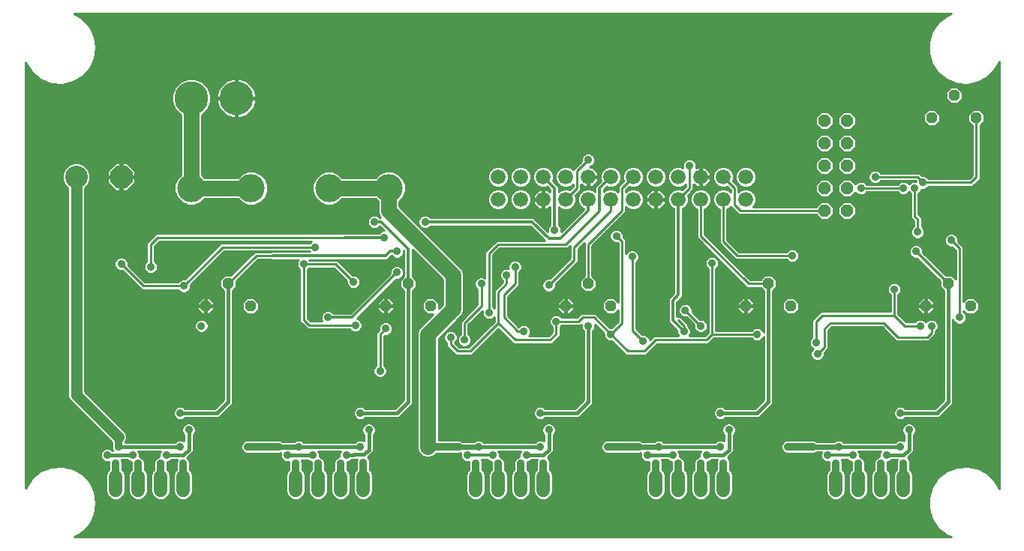
<source format=gbl>
G75*
G70*
%OFA0B0*%
%FSLAX24Y24*%
%IPPOS*%
%LPD*%
%AMOC8*
5,1,8,0,0,1.08239X$1,22.5*
%
%ADD10C,0.0600*%
%ADD11C,0.1500*%
%ADD12OC8,0.0480*%
%ADD13C,0.0660*%
%ADD14C,0.1250*%
%ADD15C,0.1000*%
%ADD16OC8,0.1000*%
%ADD17OC8,0.0540*%
%ADD18C,0.0094*%
%ADD19C,0.0357*%
%ADD20C,0.0320*%
%ADD21C,0.0160*%
%ADD22C,0.0120*%
%ADD23C,0.0110*%
%ADD24C,0.0700*%
%ADD25C,0.0500*%
%ADD26C,0.0220*%
%ADD27C,0.0130*%
%ADD28C,0.0180*%
D10*
X004647Y005200D02*
X004647Y005800D01*
X005647Y005800D02*
X005647Y005200D01*
X006647Y005200D02*
X006647Y005800D01*
X007647Y005800D02*
X007647Y005200D01*
X012647Y005200D02*
X012647Y005800D01*
X013647Y005800D02*
X013647Y005200D01*
X014647Y005200D02*
X014647Y005800D01*
X015647Y005800D02*
X015647Y005200D01*
X020647Y005200D02*
X020647Y005800D01*
X021647Y005800D02*
X021647Y005200D01*
X022647Y005200D02*
X022647Y005800D01*
X023647Y005800D02*
X023647Y005200D01*
X028647Y005200D02*
X028647Y005800D01*
X029647Y005800D02*
X029647Y005200D01*
X030647Y005200D02*
X030647Y005800D01*
X031647Y005800D02*
X031647Y005200D01*
X036647Y005200D02*
X036647Y005800D01*
X037647Y005800D02*
X037647Y005200D01*
X038647Y005200D02*
X038647Y005800D01*
X039647Y005800D02*
X039647Y005200D01*
D11*
X010012Y022625D03*
X008012Y022625D03*
D12*
X009647Y014375D03*
X008657Y013375D03*
X010637Y013375D03*
X016657Y013375D03*
X017647Y014375D03*
X018637Y013375D03*
X024657Y013375D03*
X025647Y014375D03*
X026637Y013375D03*
X032657Y013375D03*
X033647Y014375D03*
X034637Y013375D03*
X040657Y013375D03*
X041647Y014375D03*
X042637Y013375D03*
X042887Y021750D03*
X041897Y022750D03*
X040907Y021750D03*
D13*
X032647Y019125D03*
X031647Y019125D03*
X030647Y019125D03*
X029647Y019125D03*
X028647Y019125D03*
X027647Y019125D03*
X026647Y019125D03*
X025647Y019125D03*
X024647Y019125D03*
X023647Y019125D03*
X022647Y019125D03*
X021647Y019125D03*
X021647Y018125D03*
X022647Y018125D03*
X023647Y018125D03*
X024647Y018125D03*
X025647Y018125D03*
X026647Y018125D03*
X027647Y018125D03*
X028647Y018125D03*
X029647Y018125D03*
X030647Y018125D03*
X031647Y018125D03*
X032647Y018125D03*
D14*
X016784Y018625D03*
X014134Y018625D03*
X010660Y018625D03*
X008010Y018625D03*
D15*
X002897Y019125D03*
D16*
X004897Y019125D03*
D17*
X036147Y018625D03*
X037147Y018625D03*
X037147Y017625D03*
X036147Y017625D03*
X036147Y019625D03*
X037147Y019625D03*
X037147Y020625D03*
X036147Y020625D03*
X036147Y021625D03*
X037147Y021625D03*
D18*
X003174Y003337D02*
X002802Y003122D01*
X041768Y003122D01*
X041574Y003198D01*
X041574Y003198D01*
X041190Y003505D01*
X041190Y003505D01*
X041190Y003505D01*
X040913Y003910D01*
X040913Y003910D01*
X040768Y004379D01*
X040768Y004871D01*
X040913Y005340D01*
X040913Y005340D01*
X041190Y005745D01*
X041190Y005745D01*
X041190Y005745D01*
X041574Y006052D01*
X041574Y006052D01*
X042031Y006231D01*
X042031Y006231D01*
X042520Y006268D01*
X042520Y006268D01*
X042999Y006158D01*
X042999Y006158D01*
X043424Y005913D01*
X043424Y005913D01*
X043758Y005553D01*
X043758Y005553D01*
X043900Y005259D01*
X043900Y024241D01*
X043758Y023947D01*
X043758Y023947D01*
X043424Y023587D01*
X043424Y023587D01*
X042999Y023342D01*
X042999Y023342D01*
X042520Y023232D01*
X042520Y023232D01*
X042031Y023269D01*
X042031Y023269D01*
X041574Y023448D01*
X041574Y023448D01*
X041190Y023755D01*
X041190Y023755D01*
X041190Y023755D01*
X040913Y024160D01*
X040913Y024160D01*
X040768Y024629D01*
X040768Y025121D01*
X040913Y025590D01*
X040913Y025590D01*
X041190Y025995D01*
X041190Y025995D01*
X041190Y025995D01*
X041574Y026302D01*
X041574Y026302D01*
X041768Y026378D01*
X002802Y026378D01*
X003174Y026163D01*
X003174Y026163D01*
X003508Y025803D01*
X003508Y025803D01*
X003721Y025361D01*
X003721Y025361D01*
X003794Y024875D01*
X003721Y024389D01*
X003721Y024389D01*
X003508Y023947D01*
X003508Y023947D01*
X003174Y023587D01*
X003174Y023587D01*
X002749Y023342D01*
X002749Y023342D01*
X002270Y023232D01*
X002270Y023232D01*
X001781Y023269D01*
X001781Y023269D01*
X001324Y023448D01*
X001324Y023448D01*
X000940Y023755D01*
X000940Y023755D01*
X000940Y023755D01*
X000663Y024160D01*
X000663Y024160D01*
X000644Y024221D01*
X000644Y005279D01*
X000663Y005340D01*
X000663Y005340D01*
X000940Y005745D01*
X000940Y005745D01*
X001324Y006052D01*
X001324Y006052D01*
X001781Y006231D01*
X001781Y006231D01*
X002270Y006268D01*
X002270Y006268D01*
X002749Y006158D01*
X002749Y006158D01*
X003174Y005913D01*
X003174Y005913D01*
X003508Y005553D01*
X003508Y005553D01*
X003721Y005111D01*
X003721Y005111D01*
X003794Y004625D01*
X003721Y004139D01*
X003508Y003697D01*
X003508Y003697D01*
X003174Y003337D01*
X003174Y003337D01*
X003129Y003311D02*
X041433Y003311D01*
X041549Y003218D02*
X002968Y003218D01*
X002807Y003125D02*
X041761Y003125D01*
X041316Y003404D02*
X003236Y003404D01*
X003323Y003497D02*
X041199Y003497D01*
X041132Y003590D02*
X003409Y003590D01*
X003495Y003683D02*
X041068Y003683D01*
X041005Y003776D02*
X003546Y003776D01*
X003591Y003869D02*
X040941Y003869D01*
X040897Y003962D02*
X003636Y003962D01*
X003681Y004055D02*
X040869Y004055D01*
X040840Y004148D02*
X003723Y004148D01*
X003721Y004139D02*
X003721Y004139D01*
X003737Y004241D02*
X040811Y004241D01*
X040782Y004334D02*
X003751Y004334D01*
X003765Y004427D02*
X040768Y004427D01*
X040768Y004520D02*
X003779Y004520D01*
X003793Y004613D02*
X040768Y004613D01*
X040768Y004706D02*
X003782Y004706D01*
X003768Y004799D02*
X004499Y004799D01*
X004562Y004773D02*
X004732Y004773D01*
X004889Y004838D01*
X005009Y004958D01*
X005074Y005115D01*
X005074Y005885D01*
X005009Y006042D01*
X004934Y006117D01*
X004934Y006269D01*
X004953Y006314D01*
X004953Y006436D01*
X004909Y006543D01*
X005172Y006543D01*
X005224Y006491D01*
X005336Y006444D01*
X005345Y006444D01*
X005341Y006436D01*
X005341Y006314D01*
X005360Y006269D01*
X005360Y006117D01*
X005285Y006042D01*
X005220Y005885D01*
X005220Y005115D01*
X005285Y004958D01*
X005405Y004838D01*
X005562Y004773D01*
X005732Y004773D01*
X005889Y004838D01*
X006009Y004958D01*
X006074Y005115D01*
X006074Y005885D01*
X006009Y006042D01*
X005934Y006117D01*
X005934Y006269D01*
X005953Y006314D01*
X005953Y006436D01*
X005907Y006548D01*
X005821Y006634D01*
X005708Y006681D01*
X005700Y006681D01*
X005703Y006689D01*
X005703Y006811D01*
X005659Y006918D01*
X006636Y006918D01*
X006591Y006811D01*
X006591Y006689D01*
X006595Y006681D01*
X006586Y006681D01*
X006474Y006634D01*
X006388Y006548D01*
X006341Y006436D01*
X006341Y006314D01*
X006360Y006269D01*
X006360Y006117D01*
X006285Y006042D01*
X006220Y005885D01*
X006220Y005115D01*
X006285Y004958D01*
X006405Y004838D01*
X006562Y004773D01*
X006732Y004773D01*
X006889Y004838D01*
X007009Y004958D01*
X007074Y005115D01*
X007074Y005885D01*
X007009Y006042D01*
X006934Y006117D01*
X006934Y006269D01*
X006953Y006314D01*
X006953Y006436D01*
X006950Y006444D01*
X006958Y006444D01*
X007071Y006491D01*
X007123Y006543D01*
X007386Y006543D01*
X007341Y006436D01*
X007341Y006314D01*
X007360Y006269D01*
X007360Y006117D01*
X007285Y006042D01*
X007220Y005885D01*
X007220Y005115D01*
X007285Y004958D01*
X007405Y004838D01*
X007562Y004773D01*
X007732Y004773D01*
X007889Y004838D01*
X008009Y004958D01*
X008074Y005115D01*
X008074Y005885D01*
X008009Y006042D01*
X007934Y006117D01*
X007934Y006269D01*
X007953Y006314D01*
X007953Y006436D01*
X007907Y006548D01*
X007823Y006632D01*
X007854Y006664D01*
X007983Y006793D01*
X008104Y006914D01*
X008104Y007650D01*
X008157Y007702D01*
X008203Y007814D01*
X008203Y007936D01*
X008157Y008048D01*
X008071Y008134D01*
X007958Y008181D01*
X007836Y008181D01*
X007724Y008134D01*
X007638Y008048D01*
X007591Y007936D01*
X007591Y007814D01*
X007638Y007702D01*
X007690Y007650D01*
X007690Y007387D01*
X007583Y007431D01*
X007461Y007431D01*
X007349Y007384D01*
X007297Y007332D01*
X005075Y007332D01*
X005092Y007349D01*
X005149Y007487D01*
X005149Y007638D01*
X005092Y007776D01*
X003274Y009594D01*
X003274Y018615D01*
X003429Y018770D01*
X003524Y019000D01*
X003524Y019250D01*
X003429Y019480D01*
X003253Y019657D01*
X003022Y019752D01*
X002772Y019752D01*
X002542Y019657D01*
X002365Y019480D01*
X002270Y019250D01*
X002270Y019000D01*
X002365Y018770D01*
X002520Y018615D01*
X002520Y009362D01*
X002577Y009224D01*
X004485Y007316D01*
X004485Y007231D01*
X004466Y007186D01*
X004466Y007064D01*
X004511Y006957D01*
X004498Y006957D01*
X004446Y007009D01*
X004333Y007056D01*
X004211Y007056D01*
X004099Y007009D01*
X004013Y006923D01*
X003966Y006811D01*
X003966Y006689D01*
X004013Y006577D01*
X004099Y006491D01*
X004211Y006444D01*
X004333Y006444D01*
X004347Y006450D01*
X004341Y006436D01*
X004341Y006314D01*
X004360Y006269D01*
X004360Y006117D01*
X004285Y006042D01*
X004220Y005885D01*
X004220Y005115D01*
X004285Y004958D01*
X004405Y004838D01*
X004562Y004773D01*
X004795Y004799D02*
X005499Y004799D01*
X005351Y004892D02*
X004943Y004892D01*
X005021Y004985D02*
X005274Y004985D01*
X005235Y005078D02*
X005059Y005078D01*
X005074Y005171D02*
X005220Y005171D01*
X005220Y005264D02*
X005074Y005264D01*
X005074Y005357D02*
X005220Y005357D01*
X005220Y005450D02*
X005074Y005450D01*
X005074Y005543D02*
X005220Y005543D01*
X005220Y005636D02*
X005074Y005636D01*
X005074Y005729D02*
X005220Y005729D01*
X005220Y005822D02*
X005074Y005822D01*
X005062Y005915D02*
X005232Y005915D01*
X005271Y006008D02*
X005024Y006008D01*
X004951Y006101D02*
X005344Y006101D01*
X005360Y006194D02*
X004934Y006194D01*
X004942Y006287D02*
X005353Y006287D01*
X005341Y006380D02*
X004953Y006380D01*
X004938Y006473D02*
X005267Y006473D01*
X005703Y006752D02*
X006591Y006752D01*
X006605Y006845D02*
X005689Y006845D01*
X005762Y006659D02*
X006532Y006659D01*
X006405Y006566D02*
X005889Y006566D01*
X005938Y006473D02*
X006356Y006473D01*
X006341Y006380D02*
X005953Y006380D01*
X005942Y006287D02*
X006353Y006287D01*
X006360Y006194D02*
X005934Y006194D01*
X005951Y006101D02*
X006344Y006101D01*
X006271Y006008D02*
X006024Y006008D01*
X006062Y005915D02*
X006232Y005915D01*
X006220Y005822D02*
X006074Y005822D01*
X006074Y005729D02*
X006220Y005729D01*
X006220Y005636D02*
X006074Y005636D01*
X006074Y005543D02*
X006220Y005543D01*
X006220Y005450D02*
X006074Y005450D01*
X006074Y005357D02*
X006220Y005357D01*
X006220Y005264D02*
X006074Y005264D01*
X006074Y005171D02*
X006220Y005171D01*
X006235Y005078D02*
X006059Y005078D01*
X006021Y004985D02*
X006274Y004985D01*
X006351Y004892D02*
X005943Y004892D01*
X005795Y004799D02*
X006499Y004799D01*
X006795Y004799D02*
X007499Y004799D01*
X007351Y004892D02*
X006943Y004892D01*
X007021Y004985D02*
X007274Y004985D01*
X007235Y005078D02*
X007059Y005078D01*
X007074Y005171D02*
X007220Y005171D01*
X007220Y005264D02*
X007074Y005264D01*
X007074Y005357D02*
X007220Y005357D01*
X007220Y005450D02*
X007074Y005450D01*
X007074Y005543D02*
X007220Y005543D01*
X007220Y005636D02*
X007074Y005636D01*
X007074Y005729D02*
X007220Y005729D01*
X007220Y005822D02*
X007074Y005822D01*
X007062Y005915D02*
X007232Y005915D01*
X007271Y006008D02*
X007024Y006008D01*
X006951Y006101D02*
X007344Y006101D01*
X007360Y006194D02*
X006934Y006194D01*
X006942Y006287D02*
X007353Y006287D01*
X007341Y006380D02*
X006953Y006380D01*
X007027Y006473D02*
X007356Y006473D01*
X007849Y006659D02*
X011979Y006659D01*
X011966Y006689D02*
X012013Y006577D01*
X012099Y006491D01*
X012211Y006444D01*
X012333Y006444D01*
X012347Y006450D01*
X012341Y006436D01*
X012341Y006314D01*
X012360Y006269D01*
X012360Y006117D01*
X012285Y006042D01*
X012220Y005885D01*
X012220Y005115D01*
X012285Y004958D01*
X012405Y004838D01*
X012562Y004773D01*
X012732Y004773D01*
X012889Y004838D01*
X013009Y004958D01*
X013074Y005115D01*
X013074Y005885D01*
X013009Y006042D01*
X012934Y006117D01*
X012934Y006269D01*
X012953Y006314D01*
X012953Y006436D01*
X012913Y006533D01*
X013182Y006533D01*
X013224Y006491D01*
X013336Y006444D01*
X013345Y006444D01*
X013341Y006436D01*
X013341Y006314D01*
X013360Y006269D01*
X013360Y006117D01*
X013285Y006042D01*
X013220Y005885D01*
X013220Y005115D01*
X013285Y004958D01*
X013405Y004838D01*
X013562Y004773D01*
X013732Y004773D01*
X013889Y004838D01*
X014009Y004958D01*
X014074Y005115D01*
X014074Y005885D01*
X014009Y006042D01*
X013934Y006117D01*
X013934Y006269D01*
X013953Y006314D01*
X013953Y006436D01*
X013907Y006548D01*
X013821Y006634D01*
X013708Y006681D01*
X013700Y006681D01*
X013703Y006689D01*
X013703Y006811D01*
X013659Y006918D01*
X014636Y006918D01*
X014591Y006811D01*
X014591Y006689D01*
X014595Y006681D01*
X014586Y006681D01*
X014474Y006634D01*
X014388Y006548D01*
X014341Y006436D01*
X014341Y006314D01*
X014360Y006269D01*
X014360Y006117D01*
X014285Y006042D01*
X014220Y005885D01*
X014220Y005115D01*
X014285Y004958D01*
X014405Y004838D01*
X014562Y004773D01*
X014732Y004773D01*
X014889Y004838D01*
X015009Y004958D01*
X015074Y005115D01*
X015074Y005885D01*
X015009Y006042D01*
X014934Y006117D01*
X014934Y006269D01*
X014953Y006314D01*
X014953Y006436D01*
X014950Y006444D01*
X014958Y006444D01*
X015071Y006491D01*
X015123Y006543D01*
X015296Y006543D01*
X015327Y006574D01*
X015373Y006574D01*
X015341Y006498D01*
X015341Y006377D01*
X015360Y006331D01*
X015360Y006117D01*
X015285Y006042D01*
X015220Y005885D01*
X015220Y005115D01*
X015285Y004958D01*
X015405Y004838D01*
X015562Y004773D01*
X015732Y004773D01*
X015889Y004838D01*
X016009Y004958D01*
X016074Y005115D01*
X016074Y005885D01*
X016009Y006042D01*
X015934Y006117D01*
X015934Y006331D01*
X015953Y006377D01*
X015953Y006498D01*
X015907Y006611D01*
X015854Y006664D01*
X016104Y006914D01*
X016104Y007650D01*
X016157Y007702D01*
X016203Y007814D01*
X016203Y007936D01*
X016157Y008048D01*
X016071Y008134D01*
X015958Y008181D01*
X015836Y008181D01*
X015724Y008134D01*
X015638Y008048D01*
X015591Y007936D01*
X015591Y007814D01*
X015638Y007702D01*
X015690Y007650D01*
X015690Y007387D01*
X015583Y007431D01*
X015461Y007431D01*
X015349Y007384D01*
X015297Y007332D01*
X012998Y007332D01*
X012946Y007384D01*
X012833Y007431D01*
X012711Y007431D01*
X012599Y007384D01*
X012577Y007362D01*
X012066Y007362D01*
X012060Y007369D01*
X011954Y007412D01*
X010628Y007412D01*
X010583Y007431D01*
X010461Y007431D01*
X010349Y007384D01*
X010263Y007298D01*
X010216Y007186D01*
X010216Y007064D01*
X010263Y006952D01*
X010349Y006866D01*
X010461Y006819D01*
X010583Y006819D01*
X010628Y006838D01*
X011954Y006838D01*
X011982Y006849D01*
X011966Y006811D01*
X011966Y006689D01*
X011966Y006752D02*
X007942Y006752D01*
X008035Y006845D02*
X010400Y006845D01*
X010277Y006938D02*
X008104Y006938D01*
X008104Y007031D02*
X010230Y007031D01*
X010216Y007124D02*
X008104Y007124D01*
X008104Y007216D02*
X010229Y007216D01*
X010274Y007309D02*
X008104Y007309D01*
X008104Y007402D02*
X010393Y007402D01*
X011978Y007402D02*
X012643Y007402D01*
X012902Y007402D02*
X015393Y007402D01*
X015652Y007402D02*
X015690Y007402D01*
X015690Y007495D02*
X008104Y007495D01*
X008104Y007588D02*
X015690Y007588D01*
X015658Y007681D02*
X008136Y007681D01*
X008187Y007774D02*
X015608Y007774D01*
X015591Y007867D02*
X008203Y007867D01*
X008193Y007960D02*
X015601Y007960D01*
X015643Y008053D02*
X008152Y008053D01*
X008042Y008146D02*
X015753Y008146D01*
X015696Y008366D02*
X015748Y008418D01*
X017233Y008418D01*
X017854Y009039D01*
X017854Y014063D01*
X018014Y014223D01*
X018014Y014527D01*
X017834Y014707D01*
X017834Y015888D01*
X019170Y014552D01*
X019170Y013448D01*
X019004Y013282D01*
X019004Y013527D01*
X018789Y013742D01*
X018485Y013742D01*
X018270Y013527D01*
X018270Y013223D01*
X018485Y013008D01*
X018730Y013008D01*
X018252Y012530D01*
X018118Y012395D01*
X018045Y012220D01*
X018045Y007030D01*
X018118Y006855D01*
X018252Y006720D01*
X018427Y006648D01*
X018617Y006648D01*
X018793Y006720D01*
X018910Y006838D01*
X019954Y006838D01*
X019982Y006849D01*
X019966Y006811D01*
X019966Y006689D01*
X020013Y006577D01*
X020099Y006491D01*
X020211Y006444D01*
X020333Y006444D01*
X020341Y006447D01*
X020341Y006345D01*
X020360Y006300D01*
X020360Y006117D01*
X020285Y006042D01*
X020220Y005885D01*
X020220Y005115D01*
X020285Y004958D01*
X020405Y004838D01*
X020562Y004773D01*
X020732Y004773D01*
X020889Y004838D01*
X021009Y004958D01*
X021074Y005115D01*
X021074Y005885D01*
X021009Y006042D01*
X020934Y006117D01*
X020934Y006300D01*
X020953Y006345D01*
X020953Y006467D01*
X020916Y006558D01*
X021157Y006558D01*
X021224Y006491D01*
X021336Y006444D01*
X021345Y006444D01*
X021341Y006436D01*
X021341Y006314D01*
X021360Y006269D01*
X021360Y006117D01*
X021285Y006042D01*
X021220Y005885D01*
X021220Y005115D01*
X021285Y004958D01*
X021405Y004838D01*
X021562Y004773D01*
X021732Y004773D01*
X021889Y004838D01*
X022009Y004958D01*
X022074Y005115D01*
X022074Y005885D01*
X022009Y006042D01*
X021934Y006117D01*
X021934Y006269D01*
X021953Y006314D01*
X021953Y006436D01*
X021907Y006548D01*
X021821Y006634D01*
X021708Y006681D01*
X021700Y006681D01*
X021703Y006689D01*
X021703Y006811D01*
X021659Y006918D01*
X022636Y006918D01*
X022591Y006811D01*
X022591Y006689D01*
X022595Y006681D01*
X022586Y006681D01*
X022474Y006634D01*
X022388Y006548D01*
X022341Y006436D01*
X022341Y006314D01*
X022360Y006269D01*
X022360Y006117D01*
X022285Y006042D01*
X022220Y005885D01*
X022220Y005115D01*
X022285Y004958D01*
X022405Y004838D01*
X022562Y004773D01*
X022732Y004773D01*
X022889Y004838D01*
X023009Y004958D01*
X023074Y005115D01*
X023074Y005885D01*
X023009Y006042D01*
X022934Y006117D01*
X022934Y006269D01*
X022953Y006314D01*
X022953Y006436D01*
X022950Y006444D01*
X022958Y006444D01*
X023071Y006491D01*
X023123Y006543D01*
X023373Y006543D01*
X023341Y006467D01*
X023341Y006345D01*
X023360Y006300D01*
X023360Y006117D01*
X023285Y006042D01*
X023220Y005885D01*
X023220Y005115D01*
X023285Y004958D01*
X023405Y004838D01*
X023562Y004773D01*
X023732Y004773D01*
X023889Y004838D01*
X024009Y004958D01*
X024074Y005115D01*
X024074Y005885D01*
X024009Y006042D01*
X023934Y006117D01*
X023934Y006300D01*
X023953Y006345D01*
X023953Y006467D01*
X023907Y006580D01*
X023838Y006648D01*
X023983Y006793D01*
X024104Y006914D01*
X024104Y007650D01*
X024157Y007702D01*
X024203Y007814D01*
X024203Y007936D01*
X024157Y008048D01*
X024071Y008134D01*
X023958Y008181D01*
X023836Y008181D01*
X023724Y008134D01*
X023638Y008048D01*
X023591Y007936D01*
X023591Y007814D01*
X023638Y007702D01*
X023690Y007650D01*
X023690Y007387D01*
X023583Y007431D01*
X023461Y007431D01*
X023349Y007384D01*
X023297Y007332D01*
X020998Y007332D01*
X020946Y007384D01*
X020833Y007431D01*
X020711Y007431D01*
X020599Y007384D01*
X020577Y007362D01*
X020066Y007362D01*
X020060Y007369D01*
X019954Y007412D01*
X018999Y007412D01*
X018999Y011927D01*
X019918Y012845D01*
X020052Y012980D01*
X020124Y013155D01*
X020124Y014845D01*
X020052Y015020D01*
X019918Y015155D01*
X017261Y017811D01*
X017261Y018038D01*
X017422Y018199D01*
X017536Y018475D01*
X017536Y018775D01*
X017422Y019051D01*
X017210Y019263D01*
X016934Y019377D01*
X016635Y019377D01*
X016358Y019263D01*
X016198Y019102D01*
X014721Y019102D01*
X014560Y019263D01*
X014284Y019377D01*
X013985Y019377D01*
X013708Y019263D01*
X013497Y019051D01*
X013382Y018775D01*
X013382Y018475D01*
X013497Y018199D01*
X013708Y017987D01*
X013985Y017873D01*
X014284Y017873D01*
X014560Y017987D01*
X014721Y018148D01*
X016198Y018148D01*
X016307Y018038D01*
X016307Y017518D01*
X016380Y017343D01*
X016410Y017312D01*
X016393Y017312D01*
X016321Y017384D01*
X016208Y017431D01*
X016086Y017431D01*
X015974Y017384D01*
X015888Y017298D01*
X015841Y017186D01*
X015841Y017064D01*
X015888Y016952D01*
X015974Y016866D01*
X016086Y016819D01*
X016208Y016819D01*
X016321Y016866D01*
X016387Y016932D01*
X016576Y016743D01*
X016524Y016743D01*
X016411Y016697D01*
X016339Y016625D01*
X014757Y016625D01*
X014752Y016620D01*
X006447Y016620D01*
X006340Y016513D01*
X006028Y016200D01*
X006028Y015375D01*
X005950Y015298D01*
X005904Y015186D01*
X005904Y015064D01*
X005950Y014952D01*
X006036Y014866D01*
X006149Y014819D01*
X006271Y014819D01*
X006383Y014866D01*
X006469Y014952D01*
X006516Y015064D01*
X006516Y015186D01*
X006469Y015298D01*
X006392Y015375D01*
X006392Y016050D01*
X006598Y016255D01*
X013345Y016255D01*
X013272Y016182D01*
X009322Y016182D01*
X007720Y014581D01*
X007611Y014581D01*
X007499Y014534D01*
X007421Y014457D01*
X005948Y014457D01*
X005203Y015202D01*
X005203Y015311D01*
X005157Y015423D01*
X005071Y015509D01*
X004958Y015556D01*
X004836Y015556D01*
X004724Y015509D01*
X004638Y015423D01*
X004591Y015311D01*
X004591Y015189D01*
X004638Y015077D01*
X004724Y014991D01*
X004836Y014944D01*
X004945Y014944D01*
X005797Y014092D01*
X007421Y014092D01*
X007499Y014015D01*
X007611Y013969D01*
X007733Y013969D01*
X007845Y014015D01*
X007931Y014101D01*
X007978Y014214D01*
X007978Y014323D01*
X009473Y015818D01*
X013272Y015818D01*
X013277Y015812D01*
X011570Y015812D01*
X011565Y015807D01*
X010822Y015807D01*
X009757Y014742D01*
X009495Y014742D01*
X009280Y014527D01*
X009280Y014223D01*
X009440Y014063D01*
X009440Y009211D01*
X009061Y008832D01*
X007748Y008832D01*
X007696Y008884D01*
X007583Y008931D01*
X007461Y008931D01*
X007349Y008884D01*
X007263Y008798D01*
X007216Y008686D01*
X007216Y008564D01*
X007263Y008452D01*
X007349Y008366D01*
X007461Y008319D01*
X007583Y008319D01*
X007696Y008366D01*
X007748Y008418D01*
X009233Y008418D01*
X009733Y008918D01*
X009854Y009039D01*
X009854Y014063D01*
X010014Y014223D01*
X010014Y014485D01*
X010973Y015443D01*
X011565Y015443D01*
X011570Y015438D01*
X012765Y015438D01*
X012750Y015423D01*
X012704Y015311D01*
X012704Y015189D01*
X012750Y015077D01*
X012828Y015000D01*
X012828Y012687D01*
X012934Y012580D01*
X013170Y012344D01*
X015048Y012344D01*
X015125Y012267D01*
X015238Y012221D01*
X015360Y012221D01*
X015472Y012267D01*
X015558Y012353D01*
X015605Y012466D01*
X015605Y012587D01*
X015558Y012700D01*
X015472Y012786D01*
X015367Y012830D01*
X017106Y014569D01*
X017208Y014569D01*
X017321Y014616D01*
X017407Y014702D01*
X017453Y014814D01*
X017453Y014936D01*
X017407Y015048D01*
X017321Y015134D01*
X017208Y015181D01*
X017086Y015181D01*
X016974Y015134D01*
X016888Y015048D01*
X016841Y014936D01*
X016841Y014834D01*
X015070Y013062D01*
X014330Y013062D01*
X014258Y013134D01*
X014146Y013181D01*
X014024Y013181D01*
X013911Y013134D01*
X013825Y013048D01*
X013779Y012936D01*
X013779Y012814D01*
X013822Y012709D01*
X013321Y012709D01*
X013192Y012838D01*
X013192Y015000D01*
X013260Y015068D01*
X014347Y015068D01*
X014916Y014498D01*
X014916Y014389D01*
X014963Y014277D01*
X015049Y014191D01*
X013192Y014191D01*
X013192Y014284D02*
X014960Y014284D01*
X014921Y014377D02*
X013192Y014377D01*
X013192Y014470D02*
X014916Y014470D01*
X014852Y014563D02*
X013192Y014563D01*
X013192Y014656D02*
X014759Y014656D01*
X014666Y014749D02*
X013192Y014749D01*
X013192Y014842D02*
X014573Y014842D01*
X014480Y014935D02*
X013192Y014935D01*
X013220Y015028D02*
X014387Y015028D01*
X014623Y015306D02*
X017460Y015306D01*
X017460Y015213D02*
X014716Y015213D01*
X014809Y015121D02*
X016960Y015121D01*
X016879Y015028D02*
X014902Y015028D01*
X014995Y014935D02*
X016841Y014935D01*
X016841Y014842D02*
X015088Y014842D01*
X015174Y014756D02*
X014498Y015432D01*
X013260Y015432D01*
X013255Y015438D01*
X016725Y015438D01*
X016907Y015620D01*
X016974Y015553D01*
X017086Y015507D01*
X017208Y015507D01*
X017321Y015553D01*
X017407Y015639D01*
X017453Y015752D01*
X017453Y015867D01*
X017460Y015860D01*
X017460Y014707D01*
X017280Y014527D01*
X017280Y014223D01*
X017440Y014063D01*
X017440Y009211D01*
X017061Y008832D01*
X015748Y008832D01*
X015696Y008884D01*
X015583Y008931D01*
X015461Y008931D01*
X015349Y008884D01*
X015263Y008798D01*
X015216Y008686D01*
X015216Y008564D01*
X015263Y008452D01*
X015349Y008366D01*
X015461Y008319D01*
X015583Y008319D01*
X015696Y008366D01*
X015615Y008332D02*
X018045Y008332D01*
X018045Y008239D02*
X004629Y008239D01*
X004722Y008146D02*
X007753Y008146D01*
X007643Y008053D02*
X004815Y008053D01*
X004908Y007960D02*
X007601Y007960D01*
X007591Y007867D02*
X005001Y007867D01*
X005093Y007774D02*
X007608Y007774D01*
X007658Y007681D02*
X005131Y007681D01*
X005149Y007588D02*
X007690Y007588D01*
X007690Y007495D02*
X005149Y007495D01*
X005114Y007402D02*
X007393Y007402D01*
X007652Y007402D02*
X007690Y007402D01*
X007889Y006566D02*
X012024Y006566D01*
X012142Y006473D02*
X007938Y006473D01*
X007953Y006380D02*
X012341Y006380D01*
X012353Y006287D02*
X007942Y006287D01*
X007934Y006194D02*
X012360Y006194D01*
X012344Y006101D02*
X007951Y006101D01*
X008024Y006008D02*
X012271Y006008D01*
X012232Y005915D02*
X008062Y005915D01*
X008074Y005822D02*
X012220Y005822D01*
X012220Y005729D02*
X008074Y005729D01*
X008074Y005636D02*
X012220Y005636D01*
X012220Y005543D02*
X008074Y005543D01*
X008074Y005450D02*
X012220Y005450D01*
X012220Y005357D02*
X008074Y005357D01*
X008074Y005264D02*
X012220Y005264D01*
X012220Y005171D02*
X008074Y005171D01*
X008059Y005078D02*
X012235Y005078D01*
X012274Y004985D02*
X008021Y004985D01*
X007943Y004892D02*
X012351Y004892D01*
X012499Y004799D02*
X007795Y004799D01*
X004351Y004892D02*
X003754Y004892D01*
X003740Y004985D02*
X004274Y004985D01*
X004235Y005078D02*
X003726Y005078D01*
X003692Y005171D02*
X004220Y005171D01*
X004220Y005264D02*
X003648Y005264D01*
X003603Y005357D02*
X004220Y005357D01*
X004220Y005450D02*
X003558Y005450D01*
X003513Y005543D02*
X004220Y005543D01*
X004220Y005636D02*
X003431Y005636D01*
X003345Y005729D02*
X004220Y005729D01*
X004220Y005822D02*
X003259Y005822D01*
X003171Y005915D02*
X004232Y005915D01*
X004271Y006008D02*
X003010Y006008D01*
X002849Y006101D02*
X004344Y006101D01*
X004360Y006194D02*
X002595Y006194D01*
X001686Y006194D02*
X000644Y006194D01*
X000644Y006287D02*
X004353Y006287D01*
X004341Y006380D02*
X000644Y006380D01*
X000644Y006473D02*
X004142Y006473D01*
X004024Y006566D02*
X000644Y006566D01*
X000644Y006659D02*
X003979Y006659D01*
X003966Y006752D02*
X000644Y006752D01*
X000644Y006845D02*
X003980Y006845D01*
X004027Y006938D02*
X000644Y006938D01*
X000644Y007031D02*
X004150Y007031D01*
X004395Y007031D02*
X004480Y007031D01*
X004466Y007124D02*
X000644Y007124D01*
X000644Y007216D02*
X004479Y007216D01*
X004485Y007309D02*
X000644Y007309D01*
X000644Y007402D02*
X004399Y007402D01*
X004306Y007495D02*
X000644Y007495D01*
X000644Y007588D02*
X004213Y007588D01*
X004120Y007681D02*
X000644Y007681D01*
X000644Y007774D02*
X004027Y007774D01*
X003934Y007867D02*
X000644Y007867D01*
X000644Y007960D02*
X003841Y007960D01*
X003748Y008053D02*
X000644Y008053D01*
X000644Y008146D02*
X003655Y008146D01*
X003562Y008239D02*
X000644Y008239D01*
X000644Y008332D02*
X003469Y008332D01*
X003376Y008425D02*
X000644Y008425D01*
X000644Y008518D02*
X003283Y008518D01*
X003190Y008611D02*
X000644Y008611D01*
X000644Y008704D02*
X003097Y008704D01*
X003004Y008797D02*
X000644Y008797D01*
X000644Y008890D02*
X002911Y008890D01*
X002818Y008983D02*
X000644Y008983D01*
X000644Y009076D02*
X002725Y009076D01*
X002632Y009169D02*
X000644Y009169D01*
X000644Y009262D02*
X002562Y009262D01*
X002523Y009355D02*
X000644Y009355D01*
X000644Y009448D02*
X002520Y009448D01*
X002520Y009541D02*
X000644Y009541D01*
X000644Y009634D02*
X002520Y009634D01*
X002520Y009727D02*
X000644Y009727D01*
X000644Y009820D02*
X002520Y009820D01*
X002520Y009913D02*
X000644Y009913D01*
X000644Y010006D02*
X002520Y010006D01*
X002520Y010099D02*
X000644Y010099D01*
X000644Y010192D02*
X002520Y010192D01*
X002520Y010285D02*
X000644Y010285D01*
X000644Y010378D02*
X002520Y010378D01*
X002520Y010471D02*
X000644Y010471D01*
X000644Y010564D02*
X002520Y010564D01*
X002520Y010657D02*
X000644Y010657D01*
X000644Y010750D02*
X002520Y010750D01*
X002520Y010843D02*
X000644Y010843D01*
X000644Y010936D02*
X002520Y010936D01*
X002520Y011029D02*
X000644Y011029D01*
X000644Y011122D02*
X002520Y011122D01*
X002520Y011215D02*
X000644Y011215D01*
X000644Y011308D02*
X002520Y011308D01*
X002520Y011401D02*
X000644Y011401D01*
X000644Y011494D02*
X002520Y011494D01*
X002520Y011587D02*
X000644Y011587D01*
X000644Y011680D02*
X002520Y011680D01*
X002520Y011773D02*
X000644Y011773D01*
X000644Y011866D02*
X002520Y011866D01*
X002520Y011959D02*
X000644Y011959D01*
X000644Y012052D02*
X002520Y012052D01*
X002520Y012145D02*
X000644Y012145D01*
X000644Y012238D02*
X002520Y012238D01*
X002520Y012331D02*
X000644Y012331D01*
X000644Y012424D02*
X002520Y012424D01*
X002520Y012517D02*
X000644Y012517D01*
X000644Y012610D02*
X002520Y012610D01*
X002520Y012703D02*
X000644Y012703D01*
X000644Y012796D02*
X002520Y012796D01*
X002520Y012889D02*
X000644Y012889D01*
X000644Y012982D02*
X002520Y012982D01*
X002520Y013075D02*
X000644Y013075D01*
X000644Y013168D02*
X002520Y013168D01*
X002520Y013261D02*
X000644Y013261D01*
X000644Y013354D02*
X002520Y013354D01*
X002520Y013447D02*
X000644Y013447D01*
X000644Y013540D02*
X002520Y013540D01*
X002520Y013633D02*
X000644Y013633D01*
X000644Y013726D02*
X002520Y013726D01*
X002520Y013819D02*
X000644Y013819D01*
X000644Y013912D02*
X002520Y013912D01*
X002520Y014005D02*
X000644Y014005D01*
X000644Y014098D02*
X002520Y014098D01*
X002520Y014191D02*
X000644Y014191D01*
X000644Y014284D02*
X002520Y014284D01*
X002520Y014377D02*
X000644Y014377D01*
X000644Y014470D02*
X002520Y014470D01*
X002520Y014563D02*
X000644Y014563D01*
X000644Y014656D02*
X002520Y014656D01*
X002520Y014749D02*
X000644Y014749D01*
X000644Y014842D02*
X002520Y014842D01*
X002520Y014935D02*
X000644Y014935D01*
X000644Y015028D02*
X002520Y015028D01*
X002520Y015121D02*
X000644Y015121D01*
X000644Y015213D02*
X002520Y015213D01*
X002520Y015306D02*
X000644Y015306D01*
X000644Y015399D02*
X002520Y015399D01*
X002520Y015492D02*
X000644Y015492D01*
X000644Y015585D02*
X002520Y015585D01*
X002520Y015678D02*
X000644Y015678D01*
X000644Y015771D02*
X002520Y015771D01*
X002520Y015864D02*
X000644Y015864D01*
X000644Y015957D02*
X002520Y015957D01*
X002520Y016050D02*
X000644Y016050D01*
X000644Y016143D02*
X002520Y016143D01*
X002520Y016236D02*
X000644Y016236D01*
X000644Y016329D02*
X002520Y016329D01*
X002520Y016422D02*
X000644Y016422D01*
X000644Y016515D02*
X002520Y016515D01*
X002520Y016608D02*
X000644Y016608D01*
X000644Y016701D02*
X002520Y016701D01*
X002520Y016794D02*
X000644Y016794D01*
X000644Y016887D02*
X002520Y016887D01*
X002520Y016980D02*
X000644Y016980D01*
X000644Y017073D02*
X002520Y017073D01*
X002520Y017166D02*
X000644Y017166D01*
X000644Y017259D02*
X002520Y017259D01*
X002520Y017352D02*
X000644Y017352D01*
X000644Y017445D02*
X002520Y017445D01*
X002520Y017538D02*
X000644Y017538D01*
X000644Y017631D02*
X002520Y017631D01*
X002520Y017724D02*
X000644Y017724D01*
X000644Y017817D02*
X002520Y017817D01*
X002520Y017910D02*
X000644Y017910D01*
X000644Y018003D02*
X002520Y018003D01*
X002520Y018096D02*
X000644Y018096D01*
X000644Y018189D02*
X002520Y018189D01*
X002520Y018282D02*
X000644Y018282D01*
X000644Y018375D02*
X002520Y018375D01*
X002520Y018468D02*
X000644Y018468D01*
X000644Y018561D02*
X002520Y018561D01*
X002481Y018654D02*
X000644Y018654D01*
X000644Y018747D02*
X002388Y018747D01*
X002336Y018840D02*
X000644Y018840D01*
X000644Y018933D02*
X002298Y018933D01*
X002270Y019026D02*
X000644Y019026D01*
X000644Y019119D02*
X002270Y019119D01*
X002270Y019212D02*
X000644Y019212D01*
X000644Y019305D02*
X002293Y019305D01*
X002331Y019398D02*
X000644Y019398D01*
X000644Y019491D02*
X002376Y019491D01*
X002469Y019584D02*
X000644Y019584D01*
X000644Y019677D02*
X002591Y019677D01*
X003204Y019677D02*
X004562Y019677D01*
X004637Y019752D02*
X004270Y019385D01*
X004270Y019172D01*
X004850Y019172D01*
X004850Y019078D01*
X004270Y019078D01*
X004270Y018865D01*
X004637Y018498D01*
X004850Y018498D01*
X004850Y019078D01*
X004944Y019078D01*
X004944Y018498D01*
X005157Y018498D01*
X005524Y018865D01*
X005524Y019078D01*
X004944Y019078D01*
X004944Y019172D01*
X004850Y019172D01*
X004850Y019752D01*
X004637Y019752D01*
X004850Y019677D02*
X004944Y019677D01*
X004944Y019752D02*
X005157Y019752D01*
X005524Y019385D01*
X005524Y019172D01*
X004944Y019172D01*
X004944Y019752D01*
X004944Y019584D02*
X004850Y019584D01*
X004850Y019491D02*
X004944Y019491D01*
X004944Y019398D02*
X004850Y019398D01*
X004850Y019305D02*
X004944Y019305D01*
X004944Y019212D02*
X004850Y019212D01*
X004850Y019119D02*
X003524Y019119D01*
X003524Y019026D02*
X004270Y019026D01*
X004270Y018933D02*
X003497Y018933D01*
X003458Y018840D02*
X004295Y018840D01*
X004388Y018747D02*
X003406Y018747D01*
X003313Y018654D02*
X004481Y018654D01*
X004574Y018561D02*
X003274Y018561D01*
X003274Y018468D02*
X007261Y018468D01*
X007258Y018475D02*
X007373Y018199D01*
X007584Y017987D01*
X007861Y017873D01*
X008160Y017873D01*
X008436Y017987D01*
X008597Y018148D01*
X010074Y018148D01*
X010234Y017987D01*
X010511Y017873D01*
X010810Y017873D01*
X011086Y017987D01*
X011298Y018199D01*
X011412Y018475D01*
X011412Y018775D01*
X011298Y019051D01*
X011086Y019263D01*
X010810Y019377D01*
X010511Y019377D01*
X010234Y019263D01*
X010074Y019102D01*
X008597Y019102D01*
X008487Y019212D01*
X010183Y019212D01*
X010090Y019119D02*
X008580Y019119D01*
X008487Y019212D02*
X008487Y021872D01*
X008509Y021881D01*
X008756Y022128D01*
X008889Y022451D01*
X008889Y022799D01*
X008756Y023122D01*
X008509Y023369D01*
X008187Y023502D01*
X007838Y023502D01*
X007515Y023369D01*
X007269Y023122D01*
X007135Y022799D01*
X007135Y022451D01*
X007269Y022128D01*
X007515Y021881D01*
X007533Y021874D01*
X007533Y019212D01*
X005524Y019212D01*
X005524Y019305D02*
X007533Y019305D01*
X007533Y019398D02*
X005511Y019398D01*
X005418Y019491D02*
X007533Y019491D01*
X007533Y019584D02*
X005325Y019584D01*
X005232Y019677D02*
X007533Y019677D01*
X007533Y019770D02*
X000644Y019770D01*
X000644Y019863D02*
X007533Y019863D01*
X007533Y019956D02*
X000644Y019956D01*
X000644Y020049D02*
X007533Y020049D01*
X007533Y020142D02*
X000644Y020142D01*
X000644Y020235D02*
X007533Y020235D01*
X007533Y020328D02*
X000644Y020328D01*
X000644Y020421D02*
X007533Y020421D01*
X007533Y020514D02*
X000644Y020514D01*
X000644Y020607D02*
X007533Y020607D01*
X007533Y020700D02*
X000644Y020700D01*
X000644Y020793D02*
X007533Y020793D01*
X007533Y020886D02*
X000644Y020886D01*
X000644Y020979D02*
X007533Y020979D01*
X007533Y021072D02*
X000644Y021072D01*
X000644Y021165D02*
X007533Y021165D01*
X007533Y021258D02*
X000644Y021258D01*
X000644Y021351D02*
X007533Y021351D01*
X007533Y021444D02*
X000644Y021444D01*
X000644Y021537D02*
X007533Y021537D01*
X007533Y021630D02*
X000644Y021630D01*
X000644Y021723D02*
X007533Y021723D01*
X007533Y021816D02*
X000644Y021816D01*
X000644Y021909D02*
X007488Y021909D01*
X007395Y022002D02*
X000644Y022002D01*
X000644Y022095D02*
X007302Y022095D01*
X007244Y022188D02*
X000644Y022188D01*
X000644Y022281D02*
X007205Y022281D01*
X007167Y022374D02*
X000644Y022374D01*
X000644Y022467D02*
X007135Y022467D01*
X007135Y022560D02*
X000644Y022560D01*
X000644Y022653D02*
X007135Y022653D01*
X007135Y022746D02*
X000644Y022746D01*
X000644Y022839D02*
X007151Y022839D01*
X007190Y022932D02*
X000644Y022932D01*
X000644Y023025D02*
X007228Y023025D01*
X007267Y023118D02*
X000644Y023118D01*
X000644Y023211D02*
X007357Y023211D01*
X007450Y023303D02*
X002582Y023303D01*
X002844Y023396D02*
X007582Y023396D01*
X007807Y023489D02*
X003005Y023489D01*
X003166Y023582D02*
X041406Y023582D01*
X041522Y023489D02*
X010167Y023489D01*
X010184Y023487D02*
X010070Y023502D01*
X010059Y023502D01*
X010059Y022672D01*
X009965Y022672D01*
X009965Y022578D01*
X009135Y022578D01*
X009135Y022568D01*
X009150Y022453D01*
X009180Y022342D01*
X009224Y022236D01*
X009281Y022137D01*
X009351Y022045D01*
X009433Y021964D01*
X009524Y021894D01*
X009623Y021837D01*
X009730Y021793D01*
X009841Y021763D01*
X009955Y021748D01*
X009965Y021748D01*
X009965Y022578D01*
X010059Y022578D01*
X010059Y021748D01*
X010070Y021748D01*
X010184Y021763D01*
X010295Y021793D01*
X010401Y021837D01*
X010501Y021894D01*
X010592Y021964D01*
X010673Y022045D01*
X010743Y022137D01*
X010801Y022236D01*
X010845Y022342D01*
X010874Y022453D01*
X010889Y022568D01*
X010889Y022578D01*
X010059Y022578D01*
X010059Y022672D01*
X010889Y022672D01*
X010889Y022682D01*
X010874Y022797D01*
X010845Y022908D01*
X010801Y023014D01*
X010743Y023113D01*
X010673Y023205D01*
X010592Y023286D01*
X010501Y023356D01*
X010401Y023413D01*
X010295Y023457D01*
X010184Y023487D01*
X010059Y023489D02*
X009965Y023489D01*
X009965Y023502D02*
X009955Y023502D01*
X009841Y023487D01*
X009730Y023457D01*
X009623Y023413D01*
X009524Y023356D01*
X009433Y023286D01*
X009351Y023205D01*
X009281Y023113D01*
X009224Y023014D01*
X009180Y022908D01*
X009150Y022797D01*
X009135Y022682D01*
X009135Y022672D01*
X009965Y022672D01*
X009965Y023502D01*
X009965Y023396D02*
X010059Y023396D01*
X010059Y023303D02*
X009965Y023303D01*
X009965Y023211D02*
X010059Y023211D01*
X010059Y023118D02*
X009965Y023118D01*
X009965Y023025D02*
X010059Y023025D01*
X010059Y022932D02*
X009965Y022932D01*
X009965Y022839D02*
X010059Y022839D01*
X010059Y022746D02*
X009965Y022746D01*
X009965Y022653D02*
X008889Y022653D01*
X008889Y022746D02*
X009143Y022746D01*
X009161Y022839D02*
X008873Y022839D01*
X008835Y022932D02*
X009190Y022932D01*
X009230Y023025D02*
X008796Y023025D01*
X008758Y023118D02*
X009284Y023118D01*
X009357Y023211D02*
X008667Y023211D01*
X008574Y023303D02*
X009455Y023303D01*
X009594Y023396D02*
X008442Y023396D01*
X008218Y023489D02*
X009858Y023489D01*
X010430Y023396D02*
X041706Y023396D01*
X041943Y023303D02*
X010569Y023303D01*
X010667Y023211D02*
X043900Y023211D01*
X043900Y023303D02*
X042832Y023303D01*
X043094Y023396D02*
X043900Y023396D01*
X043900Y023489D02*
X043255Y023489D01*
X043416Y023582D02*
X043900Y023582D01*
X043900Y023675D02*
X043506Y023675D01*
X043424Y023587D02*
X043424Y023587D01*
X043593Y023768D02*
X043900Y023768D01*
X043900Y023861D02*
X043679Y023861D01*
X043762Y023954D02*
X043900Y023954D01*
X043900Y024047D02*
X043807Y024047D01*
X043851Y024140D02*
X043900Y024140D01*
X043896Y024233D02*
X043900Y024233D01*
X043900Y023118D02*
X010740Y023118D01*
X010795Y023025D02*
X041652Y023025D01*
X041745Y023117D02*
X041530Y022902D01*
X041530Y022598D01*
X041745Y022383D01*
X042049Y022383D01*
X042264Y022598D01*
X042264Y022902D01*
X042049Y023117D01*
X041745Y023117D01*
X041559Y022932D02*
X010835Y022932D01*
X010863Y022839D02*
X041530Y022839D01*
X041530Y022746D02*
X010881Y022746D01*
X010888Y022560D02*
X041568Y022560D01*
X041530Y022653D02*
X010059Y022653D01*
X010059Y022560D02*
X009965Y022560D01*
X009965Y022467D02*
X010059Y022467D01*
X010059Y022374D02*
X009965Y022374D01*
X009965Y022281D02*
X010059Y022281D01*
X010059Y022188D02*
X009965Y022188D01*
X009965Y022095D02*
X010059Y022095D01*
X010059Y022002D02*
X009965Y022002D01*
X009965Y021909D02*
X010059Y021909D01*
X010059Y021816D02*
X009965Y021816D01*
X009674Y021816D02*
X008487Y021816D01*
X008487Y021723D02*
X035750Y021723D01*
X035750Y021790D02*
X035750Y021460D01*
X035983Y021228D01*
X036312Y021228D01*
X036544Y021460D01*
X036544Y021790D01*
X036312Y022022D01*
X035983Y022022D01*
X035750Y021790D01*
X035776Y021816D02*
X010351Y021816D01*
X010520Y021909D02*
X035869Y021909D01*
X035962Y022002D02*
X010630Y022002D01*
X010711Y022095D02*
X040733Y022095D01*
X040755Y022117D02*
X040540Y021902D01*
X040540Y021598D01*
X040755Y021383D01*
X041059Y021383D01*
X041274Y021598D01*
X041274Y021902D01*
X041059Y022117D01*
X040755Y022117D01*
X040640Y022002D02*
X037332Y022002D01*
X037312Y022022D02*
X036983Y022022D01*
X036750Y021790D01*
X036750Y021460D01*
X036983Y021228D01*
X037312Y021228D01*
X037544Y021460D01*
X037544Y021790D01*
X037312Y022022D01*
X037425Y021909D02*
X040547Y021909D01*
X040540Y021816D02*
X037518Y021816D01*
X037544Y021723D02*
X040540Y021723D01*
X040540Y021630D02*
X037544Y021630D01*
X037544Y021537D02*
X040601Y021537D01*
X040694Y021444D02*
X037528Y021444D01*
X037435Y021351D02*
X042705Y021351D01*
X042705Y021413D02*
X042705Y019190D01*
X042572Y019057D01*
X040773Y019057D01*
X040696Y019134D01*
X040583Y019181D01*
X040474Y019181D01*
X040348Y019307D01*
X038648Y019307D01*
X038571Y019384D01*
X038458Y019431D01*
X038336Y019431D01*
X038224Y019384D01*
X038138Y019298D01*
X038091Y019186D01*
X038091Y019064D01*
X038138Y018952D01*
X038224Y018866D01*
X038336Y018819D01*
X038458Y018819D01*
X038571Y018866D01*
X038648Y018943D01*
X040197Y018943D01*
X040209Y018931D01*
X040208Y018931D01*
X040086Y018931D01*
X039974Y018884D01*
X039897Y018808D01*
X039821Y018884D01*
X039708Y018931D01*
X039586Y018931D01*
X039474Y018884D01*
X039397Y018807D01*
X038023Y018807D01*
X037946Y018884D01*
X037833Y018931D01*
X037711Y018931D01*
X037599Y018884D01*
X037524Y018810D01*
X037312Y019022D01*
X036983Y019022D01*
X036750Y018790D01*
X036750Y018460D01*
X036983Y018228D01*
X037312Y018228D01*
X037524Y018440D01*
X037599Y018366D01*
X037711Y018319D01*
X037833Y018319D01*
X037946Y018366D01*
X038023Y018443D01*
X039397Y018443D01*
X039474Y018366D01*
X039586Y018319D01*
X039708Y018319D01*
X039821Y018366D01*
X039897Y018442D01*
X039965Y018375D01*
X039965Y017300D01*
X040072Y017193D01*
X040103Y017162D01*
X040103Y016925D01*
X040025Y016848D01*
X039979Y016736D01*
X039979Y016614D01*
X040025Y016502D01*
X040111Y016416D01*
X040224Y016369D01*
X040346Y016369D01*
X040458Y016416D01*
X040544Y016502D01*
X040591Y016614D01*
X040591Y016736D01*
X040544Y016848D01*
X040467Y016925D01*
X040467Y017313D01*
X040329Y017450D01*
X040329Y018375D01*
X040407Y018452D01*
X040453Y018564D01*
X040453Y018572D01*
X040461Y018569D01*
X040583Y018569D01*
X040696Y018616D01*
X040773Y018693D01*
X042723Y018693D01*
X042829Y018800D01*
X043069Y019040D01*
X043069Y021413D01*
X043254Y021598D01*
X043254Y021902D01*
X043039Y022117D01*
X042735Y022117D01*
X042520Y021902D01*
X042520Y021598D01*
X042705Y021413D01*
X042674Y021444D02*
X041120Y021444D01*
X041213Y021537D02*
X042581Y021537D01*
X042520Y021630D02*
X041274Y021630D01*
X041274Y021723D02*
X042520Y021723D01*
X042520Y021816D02*
X041274Y021816D01*
X041268Y021909D02*
X042527Y021909D01*
X042620Y022002D02*
X041175Y022002D01*
X041082Y022095D02*
X042713Y022095D01*
X043062Y022095D02*
X043900Y022095D01*
X043900Y022188D02*
X010773Y022188D01*
X010819Y022281D02*
X043900Y022281D01*
X043900Y022374D02*
X010853Y022374D01*
X010876Y022467D02*
X041661Y022467D01*
X042133Y022467D02*
X043900Y022467D01*
X043900Y022560D02*
X042226Y022560D01*
X042264Y022653D02*
X043900Y022653D01*
X043900Y022746D02*
X042264Y022746D01*
X042264Y022839D02*
X043900Y022839D01*
X043900Y022932D02*
X042235Y022932D01*
X042142Y023025D02*
X043900Y023025D01*
X043900Y022002D02*
X043155Y022002D01*
X043248Y021909D02*
X043900Y021909D01*
X043900Y021816D02*
X043254Y021816D01*
X043254Y021723D02*
X043900Y021723D01*
X043900Y021630D02*
X043254Y021630D01*
X043193Y021537D02*
X043900Y021537D01*
X043900Y021444D02*
X043100Y021444D01*
X043069Y021351D02*
X043900Y021351D01*
X043900Y021258D02*
X043069Y021258D01*
X043069Y021165D02*
X043900Y021165D01*
X043900Y021072D02*
X043069Y021072D01*
X043069Y020979D02*
X043900Y020979D01*
X043900Y020886D02*
X043069Y020886D01*
X043069Y020793D02*
X043900Y020793D01*
X043900Y020700D02*
X043069Y020700D01*
X043069Y020607D02*
X043900Y020607D01*
X043900Y020514D02*
X043069Y020514D01*
X043069Y020421D02*
X043900Y020421D01*
X043900Y020328D02*
X043069Y020328D01*
X043069Y020235D02*
X043900Y020235D01*
X043900Y020142D02*
X043069Y020142D01*
X043069Y020049D02*
X043900Y020049D01*
X043900Y019956D02*
X043069Y019956D01*
X043069Y019863D02*
X043900Y019863D01*
X043900Y019770D02*
X043069Y019770D01*
X043069Y019677D02*
X043900Y019677D01*
X043900Y019584D02*
X043069Y019584D01*
X043069Y019491D02*
X043900Y019491D01*
X043900Y019398D02*
X043069Y019398D01*
X043069Y019305D02*
X043900Y019305D01*
X043900Y019212D02*
X043069Y019212D01*
X043069Y019119D02*
X043900Y019119D01*
X043900Y019026D02*
X043056Y019026D01*
X042963Y018933D02*
X043900Y018933D01*
X043900Y018840D02*
X042870Y018840D01*
X042777Y018747D02*
X043900Y018747D01*
X043900Y018654D02*
X040734Y018654D01*
X040452Y018561D02*
X043900Y018561D01*
X043900Y018468D02*
X040413Y018468D01*
X040330Y018375D02*
X043900Y018375D01*
X043900Y018282D02*
X040329Y018282D01*
X040329Y018189D02*
X043900Y018189D01*
X043900Y018096D02*
X040329Y018096D01*
X040329Y018003D02*
X043900Y018003D01*
X043900Y017910D02*
X040329Y017910D01*
X040329Y017817D02*
X043900Y017817D01*
X043900Y017724D02*
X040329Y017724D01*
X040329Y017631D02*
X043900Y017631D01*
X043900Y017538D02*
X040329Y017538D01*
X040335Y017445D02*
X043900Y017445D01*
X043900Y017352D02*
X040428Y017352D01*
X040467Y017259D02*
X043900Y017259D01*
X043900Y017166D02*
X040467Y017166D01*
X040467Y017073D02*
X043900Y017073D01*
X043900Y016980D02*
X040467Y016980D01*
X040505Y016887D02*
X043900Y016887D01*
X043900Y016794D02*
X040567Y016794D01*
X040591Y016701D02*
X043900Y016701D01*
X043900Y016608D02*
X041866Y016608D01*
X041842Y016618D02*
X041720Y016618D01*
X041608Y016572D01*
X041522Y016486D01*
X041475Y016373D01*
X041475Y016252D01*
X041522Y016139D01*
X041608Y016053D01*
X041720Y016007D01*
X041829Y016007D01*
X041965Y015871D01*
X041965Y014577D01*
X041799Y014742D01*
X041538Y014742D01*
X040516Y015764D01*
X040516Y015873D01*
X040469Y015986D01*
X040383Y016072D01*
X040271Y016118D01*
X040149Y016118D01*
X040036Y016072D01*
X039950Y015986D01*
X039904Y015873D01*
X039904Y015752D01*
X039950Y015639D01*
X040036Y015553D01*
X040149Y015507D01*
X040258Y015507D01*
X041280Y014485D01*
X041280Y014223D01*
X041440Y014063D01*
X041440Y009211D01*
X041061Y008832D01*
X039748Y008832D01*
X039696Y008884D01*
X039583Y008931D01*
X039461Y008931D01*
X039349Y008884D01*
X039263Y008798D01*
X039216Y008686D01*
X039216Y008564D01*
X039263Y008452D01*
X039349Y008366D01*
X039461Y008319D01*
X039583Y008319D01*
X039696Y008366D01*
X039748Y008418D01*
X041233Y008418D01*
X041354Y008539D01*
X041733Y008918D01*
X041854Y009039D01*
X041854Y012782D01*
X041888Y012702D01*
X041974Y012616D01*
X042086Y012569D01*
X042208Y012569D01*
X042321Y012616D01*
X042407Y012702D01*
X042453Y012814D01*
X042453Y012936D01*
X042407Y013048D01*
X042329Y013125D01*
X042329Y013163D01*
X042485Y013008D01*
X042789Y013008D01*
X043004Y013223D01*
X043004Y013527D01*
X042789Y013742D01*
X042485Y013742D01*
X042329Y013587D01*
X042329Y016022D01*
X042087Y016264D01*
X042087Y016373D01*
X042041Y016486D01*
X041954Y016572D01*
X041842Y016618D01*
X041696Y016608D02*
X040588Y016608D01*
X040550Y016515D02*
X041551Y016515D01*
X041495Y016422D02*
X040465Y016422D01*
X040105Y016422D02*
X031829Y016422D01*
X031829Y016329D02*
X041475Y016329D01*
X041481Y016236D02*
X031919Y016236D01*
X031829Y016325D02*
X031829Y017706D01*
X031906Y017737D01*
X031967Y017798D01*
X032072Y017693D01*
X032322Y017443D01*
X035768Y017443D01*
X035983Y017228D01*
X036312Y017228D01*
X036544Y017460D01*
X036544Y017790D01*
X036312Y018022D01*
X035983Y018022D01*
X035768Y017807D01*
X032976Y017807D01*
X033035Y017866D01*
X033104Y018034D01*
X033104Y018216D01*
X033035Y018384D01*
X032906Y018513D01*
X032738Y018582D01*
X032556Y018582D01*
X032388Y018513D01*
X032329Y018454D01*
X032329Y018700D01*
X032073Y018957D01*
X032104Y019034D01*
X032104Y019216D01*
X032035Y019384D01*
X031906Y019513D01*
X031738Y019582D01*
X031556Y019582D01*
X031388Y019513D01*
X031260Y019384D01*
X031190Y019216D01*
X031190Y019034D01*
X031260Y018866D01*
X031388Y018737D01*
X031556Y018668D01*
X031738Y018668D01*
X031815Y018700D01*
X031965Y018550D01*
X031965Y018454D01*
X031906Y018513D01*
X031738Y018582D01*
X031556Y018582D01*
X031388Y018513D01*
X031260Y018384D01*
X031190Y018216D01*
X031190Y018034D01*
X031260Y017866D01*
X031388Y017737D01*
X031465Y017706D01*
X031465Y016175D01*
X032090Y015550D01*
X032197Y015443D01*
X034459Y015443D01*
X034536Y015366D01*
X034649Y015319D01*
X034771Y015319D01*
X034883Y015366D01*
X034969Y015452D01*
X035016Y015564D01*
X035016Y015686D01*
X034969Y015798D01*
X034883Y015884D01*
X034771Y015931D01*
X034649Y015931D01*
X034536Y015884D01*
X034459Y015807D01*
X032348Y015807D01*
X031829Y016325D01*
X031829Y016515D02*
X040020Y016515D01*
X039981Y016608D02*
X031829Y016608D01*
X031829Y016701D02*
X039979Y016701D01*
X040003Y016794D02*
X031829Y016794D01*
X031829Y016887D02*
X040064Y016887D01*
X040103Y016980D02*
X031829Y016980D01*
X031829Y017073D02*
X040103Y017073D01*
X040098Y017166D02*
X031829Y017166D01*
X031829Y017259D02*
X035951Y017259D01*
X035858Y017352D02*
X031829Y017352D01*
X031829Y017445D02*
X032319Y017445D01*
X032226Y017538D02*
X031829Y017538D01*
X031829Y017631D02*
X032133Y017631D01*
X032040Y017724D02*
X031874Y017724D01*
X031465Y017631D02*
X030829Y017631D01*
X030829Y017706D02*
X030906Y017737D01*
X031035Y017866D01*
X031104Y018034D01*
X031104Y018216D01*
X031035Y018384D01*
X030906Y018513D01*
X030738Y018582D01*
X030556Y018582D01*
X030388Y018513D01*
X030260Y018384D01*
X030190Y018216D01*
X030190Y018034D01*
X030260Y017866D01*
X030388Y017737D01*
X030465Y017706D01*
X030465Y016425D01*
X032590Y014300D01*
X032697Y014193D01*
X033310Y014193D01*
X033440Y014063D01*
X033440Y012218D01*
X033407Y012298D01*
X033321Y012384D01*
X033208Y012431D01*
X033086Y012431D01*
X032974Y012384D01*
X032897Y012307D01*
X031329Y012307D01*
X031329Y015037D01*
X031407Y015115D01*
X031453Y015227D01*
X031453Y015349D01*
X031407Y015461D01*
X031321Y015547D01*
X031208Y015594D01*
X031086Y015594D01*
X030974Y015547D01*
X030888Y015461D01*
X030841Y015349D01*
X030841Y015227D01*
X030888Y015115D01*
X030965Y015037D01*
X030965Y012200D01*
X030822Y012057D01*
X030137Y012057D01*
X030157Y012077D01*
X030203Y012189D01*
X030203Y012311D01*
X030157Y012423D01*
X030079Y012500D01*
X030079Y012575D01*
X029973Y012682D01*
X029723Y012932D01*
X029584Y012932D01*
X029584Y013547D01*
X029834Y013797D01*
X029834Y017708D01*
X029906Y017737D01*
X030035Y017866D01*
X030104Y018034D01*
X030104Y018216D01*
X030073Y018293D01*
X030223Y018443D01*
X030329Y018550D01*
X030329Y018796D01*
X030349Y018776D01*
X030408Y018734D01*
X030472Y018701D01*
X030540Y018679D01*
X030600Y018670D01*
X030600Y019078D01*
X030694Y019078D01*
X030694Y018670D01*
X030754Y018679D01*
X030823Y018701D01*
X030887Y018734D01*
X030945Y018776D01*
X030996Y018827D01*
X031038Y018885D01*
X031071Y018949D01*
X031093Y019018D01*
X031103Y019078D01*
X030694Y019078D01*
X030694Y019172D01*
X030600Y019172D01*
X030600Y019580D01*
X030540Y019571D01*
X030472Y019549D01*
X030440Y019533D01*
X030453Y019564D01*
X030453Y019686D01*
X030407Y019798D01*
X030321Y019884D01*
X030208Y019931D01*
X030086Y019931D01*
X029974Y019884D01*
X029888Y019798D01*
X029841Y019686D01*
X029841Y019564D01*
X029854Y019534D01*
X029738Y019582D01*
X029556Y019582D01*
X029388Y019513D01*
X029260Y019384D01*
X029190Y019216D01*
X029190Y019034D01*
X029260Y018866D01*
X029388Y018737D01*
X029556Y018668D01*
X029738Y018668D01*
X029906Y018737D01*
X029965Y018796D01*
X029965Y018700D01*
X029815Y018550D01*
X029738Y018582D01*
X029556Y018582D01*
X029388Y018513D01*
X029260Y018384D01*
X029190Y018216D01*
X029190Y018034D01*
X029260Y017866D01*
X029388Y017737D01*
X029460Y017708D01*
X029460Y013953D01*
X029320Y013812D01*
X029210Y013703D01*
X029210Y012672D01*
X029591Y012291D01*
X029591Y012189D01*
X029638Y012077D01*
X029657Y012057D01*
X028572Y012057D01*
X028390Y011875D01*
X028344Y011986D01*
X028258Y012072D01*
X028146Y012118D01*
X028036Y012118D01*
X027779Y012375D01*
X027779Y015325D01*
X027857Y015402D01*
X027903Y015514D01*
X027903Y015636D01*
X027857Y015748D01*
X027771Y015834D01*
X027658Y015881D01*
X027536Y015881D01*
X027424Y015834D01*
X027338Y015748D01*
X027329Y015728D01*
X027329Y016325D01*
X027203Y016452D01*
X027203Y016561D01*
X027157Y016673D01*
X027071Y016759D01*
X026958Y016806D01*
X026836Y016806D01*
X026724Y016759D01*
X026638Y016673D01*
X026591Y016561D01*
X026591Y016439D01*
X026638Y016327D01*
X026724Y016241D01*
X026836Y016194D01*
X026945Y016194D01*
X026965Y016175D01*
X026965Y013567D01*
X026789Y013742D01*
X026485Y013742D01*
X026270Y013527D01*
X026270Y013223D01*
X026485Y013008D01*
X026789Y013008D01*
X026965Y013183D01*
X026965Y012700D01*
X026695Y012431D01*
X026599Y012431D01*
X025973Y013057D01*
X025322Y013057D01*
X025147Y012882D01*
X024473Y012882D01*
X024396Y012959D01*
X024283Y013006D01*
X024161Y013006D01*
X024049Y012959D01*
X023963Y012873D01*
X023916Y012761D01*
X023916Y012639D01*
X023963Y012527D01*
X024040Y012450D01*
X024040Y012213D01*
X023884Y012057D01*
X023012Y012057D01*
X023046Y012091D01*
X023093Y012204D01*
X023093Y012326D01*
X023046Y012438D01*
X022960Y012524D01*
X022848Y012571D01*
X022726Y012571D01*
X022614Y012524D01*
X022560Y012470D01*
X022079Y012950D01*
X022079Y013800D01*
X022473Y014193D01*
X022579Y014300D01*
X022579Y014875D01*
X022657Y014952D01*
X022703Y015064D01*
X022703Y015186D01*
X022657Y015298D01*
X022571Y015384D01*
X022458Y015431D01*
X022336Y015431D01*
X022224Y015384D01*
X022138Y015298D01*
X022091Y015186D01*
X022091Y015064D01*
X022097Y015050D01*
X022083Y015056D01*
X021961Y015056D01*
X021849Y015009D01*
X021763Y014923D01*
X021716Y014811D01*
X021716Y014689D01*
X021763Y014577D01*
X021840Y014500D01*
X021840Y014450D01*
X021465Y014075D01*
X021465Y013302D01*
X021423Y013344D01*
X021423Y015643D01*
X021723Y015943D01*
X024723Y015943D01*
X024840Y016060D01*
X024840Y015513D01*
X023945Y014618D01*
X023836Y014618D01*
X023724Y014572D01*
X023638Y014486D01*
X023591Y014373D01*
X023591Y014252D01*
X023638Y014139D01*
X023724Y014053D01*
X023836Y014007D01*
X023958Y014007D01*
X024071Y014053D01*
X024157Y014139D01*
X024203Y014252D01*
X024203Y014361D01*
X025098Y015255D01*
X025204Y015362D01*
X025204Y015925D01*
X025465Y016185D01*
X025465Y014712D01*
X025280Y014527D01*
X025280Y014223D01*
X025495Y014008D01*
X025799Y014008D01*
X026014Y014223D01*
X026014Y014527D01*
X025829Y014712D01*
X025829Y016050D01*
X027223Y017443D01*
X027329Y017550D01*
X027329Y017796D01*
X027388Y017737D01*
X027556Y017668D01*
X027738Y017668D01*
X027906Y017737D01*
X028035Y017866D01*
X028104Y018034D01*
X028104Y018216D01*
X028035Y018384D01*
X027906Y018513D01*
X027738Y018582D01*
X027556Y018582D01*
X027388Y018513D01*
X027329Y018454D01*
X027329Y018550D01*
X027480Y018700D01*
X027556Y018668D01*
X027738Y018668D01*
X027906Y018737D01*
X028035Y018866D01*
X028104Y019034D01*
X028104Y019216D01*
X028035Y019384D01*
X027906Y019513D01*
X027738Y019582D01*
X027556Y019582D01*
X027388Y019513D01*
X027260Y019384D01*
X027190Y019216D01*
X027190Y019034D01*
X027222Y018957D01*
X026965Y018700D01*
X026965Y018454D01*
X026906Y018513D01*
X026738Y018582D01*
X026556Y018582D01*
X026388Y018513D01*
X026334Y018459D01*
X026334Y018547D01*
X026485Y018697D01*
X026556Y018668D01*
X026738Y018668D01*
X026906Y018737D01*
X027035Y018866D01*
X027104Y019034D01*
X027104Y019216D01*
X027035Y019384D01*
X026906Y019513D01*
X026738Y019582D01*
X026556Y019582D01*
X026388Y019513D01*
X026260Y019384D01*
X026190Y019216D01*
X026190Y019034D01*
X026220Y018962D01*
X025960Y018703D01*
X025960Y018459D01*
X025906Y018513D01*
X025738Y018582D01*
X025556Y018582D01*
X025388Y018513D01*
X025260Y018384D01*
X025190Y018216D01*
X025190Y018034D01*
X025260Y017866D01*
X025388Y017737D01*
X025460Y017708D01*
X025460Y017703D01*
X024453Y016696D01*
X024453Y016811D01*
X024407Y016923D01*
X024334Y016995D01*
X024334Y017791D01*
X024388Y017737D01*
X024556Y017668D01*
X024738Y017668D01*
X024906Y017737D01*
X025035Y017866D01*
X025104Y018034D01*
X025104Y018216D01*
X025073Y018293D01*
X025329Y018550D01*
X025329Y018796D01*
X025349Y018776D01*
X025408Y018734D01*
X025472Y018701D01*
X025540Y018679D01*
X025600Y018670D01*
X025600Y019078D01*
X025694Y019078D01*
X025694Y018670D01*
X025754Y018679D01*
X025823Y018701D01*
X025887Y018734D01*
X025945Y018776D01*
X025996Y018827D01*
X026038Y018885D01*
X026071Y018949D01*
X026093Y019018D01*
X026103Y019078D01*
X025694Y019078D01*
X025694Y019172D01*
X026103Y019172D01*
X026093Y019232D01*
X026071Y019301D01*
X026038Y019365D01*
X025996Y019423D01*
X025945Y019474D01*
X025887Y019516D01*
X025823Y019549D01*
X025754Y019571D01*
X025724Y019576D01*
X025821Y019616D01*
X025907Y019702D01*
X025953Y019814D01*
X025953Y019936D01*
X025907Y020048D01*
X025821Y020134D01*
X025708Y020181D01*
X025586Y020181D01*
X025474Y020134D01*
X025388Y020048D01*
X025341Y019936D01*
X025341Y019827D01*
X024967Y019452D01*
X024906Y019513D01*
X024738Y019582D01*
X024556Y019582D01*
X024388Y019513D01*
X024260Y019384D01*
X024190Y019216D01*
X024190Y019034D01*
X024260Y018866D01*
X024388Y018737D01*
X024556Y018668D01*
X024738Y018668D01*
X024906Y018737D01*
X024965Y018796D01*
X024965Y018700D01*
X024815Y018550D01*
X024738Y018582D01*
X024556Y018582D01*
X024388Y018513D01*
X024334Y018459D01*
X024334Y018703D01*
X024075Y018962D01*
X024104Y019034D01*
X024104Y019216D01*
X024035Y019384D01*
X023906Y019513D01*
X023738Y019582D01*
X023556Y019582D01*
X023388Y019513D01*
X023260Y019384D01*
X023190Y019216D01*
X023190Y019034D01*
X023260Y018866D01*
X023388Y018737D01*
X023556Y018668D01*
X023738Y018668D01*
X023810Y018697D01*
X023960Y018547D01*
X023960Y018459D01*
X023945Y018474D01*
X023887Y018516D01*
X023823Y018549D01*
X023754Y018571D01*
X023694Y018580D01*
X023694Y018172D01*
X023600Y018172D01*
X023600Y018078D01*
X023192Y018078D01*
X023201Y018018D01*
X023223Y017949D01*
X023256Y017885D01*
X023298Y017827D01*
X023349Y017776D01*
X023408Y017734D01*
X023472Y017701D01*
X023540Y017679D01*
X023600Y017670D01*
X023600Y018078D01*
X023694Y018078D01*
X023694Y017670D01*
X023754Y017679D01*
X023823Y017701D01*
X023887Y017734D01*
X023945Y017776D01*
X023960Y017791D01*
X023960Y016995D01*
X023888Y016923D01*
X023841Y016811D01*
X023841Y016696D01*
X023225Y017312D01*
X018643Y017312D01*
X018571Y017384D01*
X018458Y017431D01*
X018336Y017431D01*
X018224Y017384D01*
X018138Y017298D01*
X018091Y017186D01*
X018091Y017064D01*
X018138Y016952D01*
X018224Y016866D01*
X018336Y016819D01*
X018458Y016819D01*
X018571Y016866D01*
X018643Y016938D01*
X023070Y016938D01*
X023700Y016307D01*
X021572Y016307D01*
X021465Y016200D01*
X021059Y015794D01*
X021059Y014639D01*
X020958Y014681D01*
X020836Y014681D01*
X020724Y014634D01*
X020638Y014548D01*
X020591Y014436D01*
X020591Y014314D01*
X020638Y014202D01*
X020715Y014125D01*
X020715Y013450D01*
X020072Y012807D01*
X019965Y012700D01*
X019965Y012125D01*
X019888Y012048D01*
X019841Y011936D01*
X019841Y011814D01*
X019888Y011702D01*
X019974Y011616D01*
X020086Y011569D01*
X020208Y011569D01*
X020321Y011616D01*
X020407Y011702D01*
X020453Y011814D01*
X020453Y011936D01*
X020407Y012048D01*
X020329Y012125D01*
X020329Y012550D01*
X020935Y013155D01*
X020935Y013033D01*
X020982Y012920D01*
X021068Y012834D01*
X021180Y012788D01*
X021302Y012788D01*
X021414Y012834D01*
X021465Y012885D01*
X021465Y012700D01*
X020322Y011557D01*
X019910Y011557D01*
X019724Y011744D01*
X019794Y011814D01*
X019841Y011927D01*
X019841Y012048D01*
X019794Y012161D01*
X019708Y012247D01*
X019596Y012293D01*
X019474Y012293D01*
X019361Y012247D01*
X019275Y012161D01*
X019229Y012048D01*
X019229Y011927D01*
X019275Y011814D01*
X019353Y011737D01*
X019353Y011600D01*
X019653Y011300D01*
X019759Y011193D01*
X020473Y011193D01*
X020579Y011300D01*
X021647Y012367D01*
X022215Y011800D01*
X022215Y011800D01*
X022322Y011693D01*
X024035Y011693D01*
X024404Y012062D01*
X024404Y012450D01*
X024473Y012518D01*
X025298Y012518D01*
X025342Y012562D01*
X025341Y012561D01*
X025341Y012439D01*
X025388Y012327D01*
X025440Y012275D01*
X025440Y009211D01*
X025061Y008832D01*
X023748Y008832D01*
X023696Y008884D01*
X023583Y008931D01*
X023461Y008931D01*
X023349Y008884D01*
X023263Y008798D01*
X023216Y008686D01*
X023216Y008564D01*
X023263Y008452D01*
X023349Y008366D01*
X023461Y008319D01*
X023583Y008319D01*
X023696Y008366D01*
X023748Y008418D01*
X025233Y008418D01*
X025733Y008918D01*
X025854Y009039D01*
X025854Y012275D01*
X025907Y012327D01*
X025953Y012439D01*
X025953Y012561D01*
X025953Y012562D01*
X026341Y012173D01*
X026341Y012064D01*
X026388Y011952D01*
X026474Y011866D01*
X025854Y011866D01*
X025854Y011959D02*
X026385Y011959D01*
X026346Y012052D02*
X025854Y012052D01*
X025854Y012145D02*
X026341Y012145D01*
X026277Y012238D02*
X025854Y012238D01*
X025908Y012331D02*
X026184Y012331D01*
X026091Y012424D02*
X025947Y012424D01*
X025953Y012517D02*
X025998Y012517D01*
X026234Y012796D02*
X026965Y012796D01*
X026965Y012889D02*
X026141Y012889D01*
X026048Y012982D02*
X026965Y012982D01*
X026965Y013075D02*
X026856Y013075D01*
X026949Y013168D02*
X026965Y013168D01*
X026965Y012703D02*
X026327Y012703D01*
X026420Y012610D02*
X026874Y012610D01*
X026781Y012517D02*
X026513Y012517D01*
X026418Y013075D02*
X024876Y013075D01*
X024809Y013008D02*
X025024Y013223D01*
X025024Y013342D01*
X024690Y013342D01*
X024690Y013008D01*
X024809Y013008D01*
X024690Y013075D02*
X024624Y013075D01*
X024624Y013008D02*
X024624Y013342D01*
X024290Y013342D01*
X024290Y013223D01*
X024505Y013008D01*
X024624Y013008D01*
X024624Y013168D02*
X024690Y013168D01*
X024690Y013261D02*
X024624Y013261D01*
X024624Y013342D02*
X024690Y013342D01*
X024690Y013408D01*
X024624Y013408D01*
X024624Y013342D01*
X024624Y013354D02*
X022079Y013354D01*
X022079Y013447D02*
X024290Y013447D01*
X024290Y013408D02*
X024624Y013408D01*
X024624Y013742D01*
X024505Y013742D01*
X024290Y013527D01*
X024290Y013408D01*
X024303Y013540D02*
X022079Y013540D01*
X022079Y013633D02*
X024396Y013633D01*
X024489Y013726D02*
X022079Y013726D01*
X022099Y013819D02*
X026965Y013819D01*
X026965Y013912D02*
X022192Y013912D01*
X022285Y014005D02*
X026965Y014005D01*
X026965Y014098D02*
X025889Y014098D01*
X025982Y014191D02*
X026965Y014191D01*
X026965Y014284D02*
X026014Y014284D01*
X026014Y014377D02*
X026965Y014377D01*
X026965Y014470D02*
X026014Y014470D01*
X025979Y014563D02*
X026965Y014563D01*
X026965Y014656D02*
X025886Y014656D01*
X025829Y014749D02*
X026965Y014749D01*
X026965Y014842D02*
X025829Y014842D01*
X025829Y014935D02*
X026965Y014935D01*
X026965Y015028D02*
X025829Y015028D01*
X025829Y015121D02*
X026965Y015121D01*
X026965Y015213D02*
X025829Y015213D01*
X025829Y015306D02*
X026965Y015306D01*
X026965Y015399D02*
X025829Y015399D01*
X025829Y015492D02*
X026965Y015492D01*
X026965Y015585D02*
X025829Y015585D01*
X025829Y015678D02*
X026965Y015678D01*
X026965Y015771D02*
X025829Y015771D01*
X025829Y015864D02*
X026965Y015864D01*
X026965Y015957D02*
X025829Y015957D01*
X025830Y016050D02*
X026965Y016050D01*
X026965Y016143D02*
X025923Y016143D01*
X026016Y016236D02*
X026734Y016236D01*
X026637Y016329D02*
X026109Y016329D01*
X026202Y016422D02*
X026598Y016422D01*
X026591Y016515D02*
X026295Y016515D01*
X026388Y016608D02*
X026611Y016608D01*
X026666Y016701D02*
X026481Y016701D01*
X026574Y016794D02*
X026808Y016794D01*
X026667Y016887D02*
X029460Y016887D01*
X029460Y016794D02*
X026986Y016794D01*
X027129Y016701D02*
X029460Y016701D01*
X029460Y016608D02*
X027184Y016608D01*
X027203Y016515D02*
X029460Y016515D01*
X029460Y016422D02*
X027233Y016422D01*
X027326Y016329D02*
X029460Y016329D01*
X029460Y016236D02*
X027329Y016236D01*
X027329Y016143D02*
X029460Y016143D01*
X029460Y016050D02*
X027329Y016050D01*
X027329Y015957D02*
X029460Y015957D01*
X029460Y015864D02*
X027698Y015864D01*
X027834Y015771D02*
X029460Y015771D01*
X029460Y015678D02*
X027886Y015678D01*
X027903Y015585D02*
X029460Y015585D01*
X029460Y015492D02*
X027894Y015492D01*
X027854Y015399D02*
X029460Y015399D01*
X029460Y015306D02*
X027779Y015306D01*
X027779Y015213D02*
X029460Y015213D01*
X029460Y015121D02*
X027779Y015121D01*
X027779Y015028D02*
X029460Y015028D01*
X029460Y014935D02*
X027779Y014935D01*
X027779Y014842D02*
X029460Y014842D01*
X029460Y014749D02*
X027779Y014749D01*
X027779Y014656D02*
X029460Y014656D01*
X029460Y014563D02*
X027779Y014563D01*
X027779Y014470D02*
X029460Y014470D01*
X029460Y014377D02*
X027779Y014377D01*
X027779Y014284D02*
X029460Y014284D01*
X029460Y014191D02*
X027779Y014191D01*
X027779Y014098D02*
X029460Y014098D01*
X029460Y014005D02*
X027779Y014005D01*
X027779Y013912D02*
X029419Y013912D01*
X029326Y013819D02*
X027779Y013819D01*
X027779Y013726D02*
X029233Y013726D01*
X029210Y013633D02*
X027779Y013633D01*
X027779Y013540D02*
X029210Y013540D01*
X029210Y013447D02*
X027779Y013447D01*
X027779Y013354D02*
X029210Y013354D01*
X029210Y013261D02*
X027779Y013261D01*
X027779Y013168D02*
X029210Y013168D01*
X029210Y013075D02*
X027779Y013075D01*
X027779Y012982D02*
X029210Y012982D01*
X029210Y012889D02*
X027779Y012889D01*
X027779Y012796D02*
X029210Y012796D01*
X029210Y012703D02*
X027779Y012703D01*
X027779Y012610D02*
X029273Y012610D01*
X029366Y012517D02*
X027779Y012517D01*
X027779Y012424D02*
X029459Y012424D01*
X029552Y012331D02*
X027824Y012331D01*
X027917Y012238D02*
X029591Y012238D01*
X029610Y012145D02*
X028010Y012145D01*
X028278Y012052D02*
X028566Y012052D01*
X028473Y011959D02*
X028355Y011959D01*
X028710Y011680D02*
X033440Y011680D01*
X033440Y011773D02*
X031053Y011773D01*
X030973Y011693D02*
X031223Y011943D01*
X032897Y011943D01*
X032974Y011866D01*
X031146Y011866D01*
X030973Y011693D02*
X028723Y011693D01*
X028329Y011300D01*
X028223Y011193D01*
X027322Y011193D01*
X027215Y011300D01*
X026695Y011819D01*
X026586Y011819D01*
X026474Y011866D01*
X026742Y011773D02*
X025854Y011773D01*
X025854Y011680D02*
X026835Y011680D01*
X026928Y011587D02*
X025854Y011587D01*
X025854Y011494D02*
X027021Y011494D01*
X027114Y011401D02*
X025854Y011401D01*
X025854Y011308D02*
X027207Y011308D01*
X027300Y011215D02*
X025854Y011215D01*
X025854Y011122D02*
X033440Y011122D01*
X033440Y011029D02*
X025854Y011029D01*
X025854Y010936D02*
X033440Y010936D01*
X033440Y010843D02*
X025854Y010843D01*
X025854Y010750D02*
X033440Y010750D01*
X033440Y010657D02*
X025854Y010657D01*
X025854Y010564D02*
X033440Y010564D01*
X033440Y010471D02*
X025854Y010471D01*
X025854Y010378D02*
X033440Y010378D01*
X033440Y010285D02*
X025854Y010285D01*
X025854Y010192D02*
X033440Y010192D01*
X033440Y010099D02*
X025854Y010099D01*
X025854Y010006D02*
X033440Y010006D01*
X033440Y009913D02*
X025854Y009913D01*
X025854Y009820D02*
X033440Y009820D01*
X033440Y009727D02*
X025854Y009727D01*
X025854Y009634D02*
X033440Y009634D01*
X033440Y009541D02*
X025854Y009541D01*
X025854Y009448D02*
X033440Y009448D01*
X033440Y009355D02*
X025854Y009355D01*
X025854Y009262D02*
X033440Y009262D01*
X033440Y009211D02*
X033061Y008832D01*
X031748Y008832D01*
X031696Y008884D01*
X031583Y008931D01*
X031461Y008931D01*
X031349Y008884D01*
X031263Y008798D01*
X031216Y008686D01*
X031216Y008564D01*
X031263Y008452D01*
X031349Y008366D01*
X031461Y008319D01*
X031583Y008319D01*
X031696Y008366D01*
X031748Y008418D01*
X033233Y008418D01*
X033733Y008918D01*
X033854Y009039D01*
X033854Y014063D01*
X034014Y014223D01*
X034014Y014527D01*
X033799Y014742D01*
X033495Y014742D01*
X033310Y014557D01*
X032848Y014557D01*
X030829Y016575D01*
X030829Y017706D01*
X030874Y017724D02*
X031420Y017724D01*
X031308Y017817D02*
X030986Y017817D01*
X031053Y017910D02*
X031241Y017910D01*
X031203Y018003D02*
X031092Y018003D01*
X031104Y018096D02*
X031190Y018096D01*
X031190Y018189D02*
X031104Y018189D01*
X031077Y018282D02*
X031217Y018282D01*
X031256Y018375D02*
X031039Y018375D01*
X030951Y018468D02*
X031344Y018468D01*
X031505Y018561D02*
X030789Y018561D01*
X030694Y018747D02*
X030600Y018747D01*
X030600Y018840D02*
X030694Y018840D01*
X030694Y018933D02*
X030600Y018933D01*
X030600Y019026D02*
X030694Y019026D01*
X030694Y019119D02*
X031190Y019119D01*
X031190Y019212D02*
X031096Y019212D01*
X031093Y019232D02*
X031071Y019301D01*
X031038Y019365D01*
X030996Y019423D01*
X030945Y019474D01*
X030887Y019516D01*
X030823Y019549D01*
X030754Y019571D01*
X030694Y019580D01*
X030694Y019172D01*
X031103Y019172D01*
X031093Y019232D01*
X031069Y019305D02*
X031227Y019305D01*
X031274Y019398D02*
X031014Y019398D01*
X030921Y019491D02*
X031367Y019491D01*
X031928Y019491D02*
X032367Y019491D01*
X032388Y019513D02*
X032260Y019384D01*
X032190Y019216D01*
X032190Y019034D01*
X032260Y018866D01*
X032388Y018737D01*
X032556Y018668D01*
X032738Y018668D01*
X032906Y018737D01*
X033035Y018866D01*
X033104Y019034D01*
X033104Y019216D01*
X033035Y019384D01*
X032906Y019513D01*
X032738Y019582D01*
X032556Y019582D01*
X032388Y019513D01*
X032274Y019398D02*
X032021Y019398D01*
X032068Y019305D02*
X032227Y019305D01*
X032190Y019212D02*
X032104Y019212D01*
X032104Y019119D02*
X032190Y019119D01*
X032193Y019026D02*
X032101Y019026D01*
X032097Y018933D02*
X032232Y018933D01*
X032190Y018840D02*
X032286Y018840D01*
X032283Y018747D02*
X032379Y018747D01*
X032329Y018654D02*
X035750Y018654D01*
X035750Y018561D02*
X032789Y018561D01*
X032951Y018468D02*
X035750Y018468D01*
X035750Y018460D02*
X035983Y018228D01*
X036312Y018228D01*
X036544Y018460D01*
X036544Y018790D01*
X036312Y019022D01*
X035983Y019022D01*
X035750Y018790D01*
X035750Y018460D01*
X035835Y018375D02*
X033039Y018375D01*
X033077Y018282D02*
X035928Y018282D01*
X035964Y018003D02*
X033092Y018003D01*
X033104Y018096D02*
X039965Y018096D01*
X039965Y018003D02*
X037331Y018003D01*
X037312Y018022D02*
X036983Y018022D01*
X036750Y017790D01*
X036750Y017460D01*
X036983Y017228D01*
X037312Y017228D01*
X037544Y017460D01*
X037544Y017790D01*
X037312Y018022D01*
X037424Y017910D02*
X039965Y017910D01*
X039965Y017817D02*
X037517Y017817D01*
X037544Y017724D02*
X039965Y017724D01*
X039965Y017631D02*
X037544Y017631D01*
X037544Y017538D02*
X039965Y017538D01*
X039965Y017445D02*
X037529Y017445D01*
X037436Y017352D02*
X039965Y017352D01*
X040005Y017259D02*
X037343Y017259D01*
X036951Y017259D02*
X036343Y017259D01*
X036436Y017352D02*
X036858Y017352D01*
X036765Y017445D02*
X036529Y017445D01*
X036544Y017538D02*
X036750Y017538D01*
X036750Y017631D02*
X036544Y017631D01*
X036544Y017724D02*
X036750Y017724D01*
X036778Y017817D02*
X036517Y017817D01*
X036424Y017910D02*
X036871Y017910D01*
X036964Y018003D02*
X036331Y018003D01*
X036366Y018282D02*
X036928Y018282D01*
X036835Y018375D02*
X036459Y018375D01*
X036544Y018468D02*
X036750Y018468D01*
X036750Y018561D02*
X036544Y018561D01*
X036544Y018654D02*
X036750Y018654D01*
X036750Y018747D02*
X036544Y018747D01*
X036494Y018840D02*
X036801Y018840D01*
X036893Y018933D02*
X036401Y018933D01*
X036312Y019228D02*
X035983Y019228D01*
X035750Y019460D01*
X035750Y019790D01*
X035983Y020022D01*
X036312Y020022D01*
X036544Y019790D01*
X036544Y019460D01*
X036312Y019228D01*
X036389Y019305D02*
X036905Y019305D01*
X036983Y019228D02*
X036750Y019460D01*
X036750Y019790D01*
X036983Y020022D01*
X037312Y020022D01*
X037544Y019790D01*
X037544Y019460D01*
X037312Y019228D01*
X036983Y019228D01*
X036812Y019398D02*
X036482Y019398D01*
X036544Y019491D02*
X036750Y019491D01*
X036750Y019584D02*
X036544Y019584D01*
X036544Y019677D02*
X036750Y019677D01*
X036750Y019770D02*
X036544Y019770D01*
X036471Y019863D02*
X036823Y019863D01*
X036916Y019956D02*
X036378Y019956D01*
X036312Y020228D02*
X035983Y020228D01*
X035750Y020460D01*
X035750Y020790D01*
X035983Y021022D01*
X036312Y021022D01*
X036544Y020790D01*
X036544Y020460D01*
X036312Y020228D01*
X036319Y020235D02*
X036976Y020235D01*
X036983Y020228D02*
X037312Y020228D01*
X037544Y020460D01*
X037544Y020790D01*
X037312Y021022D01*
X036983Y021022D01*
X036750Y020790D01*
X036750Y020460D01*
X036983Y020228D01*
X036883Y020328D02*
X036412Y020328D01*
X036505Y020421D02*
X036790Y020421D01*
X036750Y020514D02*
X036544Y020514D01*
X036544Y020607D02*
X036750Y020607D01*
X036750Y020700D02*
X036544Y020700D01*
X036541Y020793D02*
X036753Y020793D01*
X036846Y020886D02*
X036448Y020886D01*
X036355Y020979D02*
X036939Y020979D01*
X036953Y021258D02*
X036342Y021258D01*
X036435Y021351D02*
X036860Y021351D01*
X036767Y021444D02*
X036528Y021444D01*
X036544Y021537D02*
X036750Y021537D01*
X036750Y021630D02*
X036544Y021630D01*
X036544Y021723D02*
X036750Y021723D01*
X036776Y021816D02*
X036518Y021816D01*
X036425Y021909D02*
X036869Y021909D01*
X036962Y022002D02*
X036332Y022002D01*
X035750Y021630D02*
X008487Y021630D01*
X008487Y021537D02*
X035750Y021537D01*
X035767Y021444D02*
X008487Y021444D01*
X008487Y021351D02*
X035860Y021351D01*
X035953Y021258D02*
X008487Y021258D01*
X008487Y021165D02*
X042705Y021165D01*
X042705Y021258D02*
X037342Y021258D01*
X037355Y020979D02*
X042705Y020979D01*
X042705Y021072D02*
X008487Y021072D01*
X008487Y020979D02*
X035939Y020979D01*
X035846Y020886D02*
X008487Y020886D01*
X008487Y020793D02*
X035753Y020793D01*
X035750Y020700D02*
X008487Y020700D01*
X008487Y020607D02*
X035750Y020607D01*
X035750Y020514D02*
X008487Y020514D01*
X008487Y020421D02*
X035790Y020421D01*
X035883Y020328D02*
X008487Y020328D01*
X008487Y020235D02*
X035976Y020235D01*
X035916Y019956D02*
X025945Y019956D01*
X025953Y019863D02*
X029952Y019863D01*
X029876Y019770D02*
X025935Y019770D01*
X025882Y019677D02*
X029841Y019677D01*
X029841Y019584D02*
X025744Y019584D01*
X025921Y019491D02*
X026367Y019491D01*
X026274Y019398D02*
X026014Y019398D01*
X026069Y019305D02*
X026227Y019305D01*
X026190Y019212D02*
X026096Y019212D01*
X026190Y019119D02*
X025694Y019119D01*
X025694Y019026D02*
X025600Y019026D01*
X025600Y018933D02*
X025694Y018933D01*
X025694Y018840D02*
X025600Y018840D01*
X025600Y018747D02*
X025694Y018747D01*
X025789Y018561D02*
X025960Y018561D01*
X025951Y018468D02*
X025960Y018468D01*
X025960Y018654D02*
X025329Y018654D01*
X025329Y018561D02*
X025505Y018561D01*
X025344Y018468D02*
X025248Y018468D01*
X025256Y018375D02*
X025155Y018375D01*
X025217Y018282D02*
X025077Y018282D01*
X025104Y018189D02*
X025190Y018189D01*
X025190Y018096D02*
X025104Y018096D01*
X025092Y018003D02*
X025203Y018003D01*
X025241Y017910D02*
X025053Y017910D01*
X024986Y017817D02*
X025308Y017817D01*
X025420Y017724D02*
X024874Y017724D01*
X025203Y017445D02*
X024334Y017445D01*
X024334Y017352D02*
X025110Y017352D01*
X025017Y017259D02*
X024334Y017259D01*
X024334Y017166D02*
X024924Y017166D01*
X024831Y017073D02*
X024334Y017073D01*
X024350Y016980D02*
X024738Y016980D01*
X024645Y016887D02*
X024422Y016887D01*
X024453Y016794D02*
X024552Y016794D01*
X024459Y016701D02*
X024453Y016701D01*
X023945Y016980D02*
X023557Y016980D01*
X023650Y016887D02*
X023873Y016887D01*
X023841Y016794D02*
X023743Y016794D01*
X023836Y016701D02*
X023841Y016701D01*
X023585Y016422D02*
X018650Y016422D01*
X018743Y016329D02*
X023678Y016329D01*
X023492Y016515D02*
X018557Y016515D01*
X018464Y016608D02*
X023399Y016608D01*
X023306Y016701D02*
X018371Y016701D01*
X018278Y016794D02*
X023213Y016794D01*
X023120Y016887D02*
X018592Y016887D01*
X018202Y016887D02*
X018185Y016887D01*
X018126Y016980D02*
X018092Y016980D01*
X018091Y017073D02*
X017999Y017073D01*
X018091Y017166D02*
X017906Y017166D01*
X017813Y017259D02*
X018122Y017259D01*
X018192Y017352D02*
X017720Y017352D01*
X017627Y017445D02*
X023960Y017445D01*
X023960Y017352D02*
X018603Y017352D01*
X017534Y017538D02*
X023960Y017538D01*
X023960Y017631D02*
X017441Y017631D01*
X017348Y017724D02*
X021420Y017724D01*
X021388Y017737D02*
X021556Y017668D01*
X021738Y017668D01*
X021906Y017737D01*
X022035Y017866D01*
X022104Y018034D01*
X022104Y018216D01*
X022035Y018384D01*
X021906Y018513D01*
X021738Y018582D01*
X021556Y018582D01*
X021388Y018513D01*
X021260Y018384D01*
X021190Y018216D01*
X021190Y018034D01*
X021260Y017866D01*
X021388Y017737D01*
X021308Y017817D02*
X017261Y017817D01*
X017261Y017910D02*
X021241Y017910D01*
X021203Y018003D02*
X017261Y018003D01*
X017319Y018096D02*
X021190Y018096D01*
X021190Y018189D02*
X017412Y018189D01*
X017456Y018282D02*
X021217Y018282D01*
X021256Y018375D02*
X017495Y018375D01*
X017533Y018468D02*
X021344Y018468D01*
X021505Y018561D02*
X017536Y018561D01*
X017536Y018654D02*
X023853Y018654D01*
X023785Y018561D02*
X023946Y018561D01*
X023951Y018468D02*
X023960Y018468D01*
X023694Y018468D02*
X023600Y018468D01*
X023600Y018375D02*
X023694Y018375D01*
X023694Y018282D02*
X023600Y018282D01*
X023600Y018189D02*
X023694Y018189D01*
X023600Y018172D02*
X023600Y018580D01*
X023540Y018571D01*
X023472Y018549D01*
X023408Y018516D01*
X023349Y018474D01*
X023298Y018423D01*
X023256Y018365D01*
X023223Y018301D01*
X023201Y018232D01*
X023192Y018172D01*
X023600Y018172D01*
X023600Y018096D02*
X023104Y018096D01*
X023104Y018034D02*
X023035Y017866D01*
X022906Y017737D01*
X022738Y017668D01*
X022556Y017668D01*
X022388Y017737D01*
X022260Y017866D01*
X022190Y018034D01*
X022190Y018216D01*
X022260Y018384D01*
X022388Y018513D01*
X022556Y018582D01*
X022738Y018582D01*
X022906Y018513D01*
X023035Y018384D01*
X023104Y018216D01*
X023104Y018034D01*
X023092Y018003D02*
X023206Y018003D01*
X023244Y017910D02*
X023053Y017910D01*
X022986Y017817D02*
X023308Y017817D01*
X023427Y017724D02*
X022874Y017724D01*
X022420Y017724D02*
X021874Y017724D01*
X021986Y017817D02*
X022308Y017817D01*
X022241Y017910D02*
X022053Y017910D01*
X022092Y018003D02*
X022203Y018003D01*
X022190Y018096D02*
X022104Y018096D01*
X022104Y018189D02*
X022190Y018189D01*
X022217Y018282D02*
X022077Y018282D01*
X022039Y018375D02*
X022256Y018375D01*
X022344Y018468D02*
X021951Y018468D01*
X021789Y018561D02*
X022505Y018561D01*
X022556Y018668D02*
X022738Y018668D01*
X022906Y018737D01*
X023035Y018866D01*
X023104Y019034D01*
X023104Y019216D01*
X023035Y019384D01*
X022906Y019513D01*
X022738Y019582D01*
X022556Y019582D01*
X022388Y019513D01*
X022260Y019384D01*
X022190Y019216D01*
X022190Y019034D01*
X022260Y018866D01*
X022388Y018737D01*
X022556Y018668D01*
X022379Y018747D02*
X021916Y018747D01*
X021906Y018737D02*
X022035Y018866D01*
X022104Y019034D01*
X022104Y019216D01*
X022035Y019384D01*
X021906Y019513D01*
X021738Y019582D01*
X021556Y019582D01*
X021388Y019513D01*
X021260Y019384D01*
X021190Y019216D01*
X021190Y019034D01*
X021260Y018866D01*
X021388Y018737D01*
X021556Y018668D01*
X021738Y018668D01*
X021906Y018737D01*
X022009Y018840D02*
X022286Y018840D01*
X022232Y018933D02*
X022063Y018933D01*
X022101Y019026D02*
X022193Y019026D01*
X022190Y019119D02*
X022104Y019119D01*
X022104Y019212D02*
X022190Y019212D01*
X022227Y019305D02*
X022068Y019305D01*
X022021Y019398D02*
X022274Y019398D01*
X022367Y019491D02*
X021928Y019491D01*
X021367Y019491D02*
X008487Y019491D01*
X008487Y019584D02*
X025098Y019584D01*
X025005Y019491D02*
X024928Y019491D01*
X025191Y019677D02*
X008487Y019677D01*
X008487Y019770D02*
X025284Y019770D01*
X025341Y019863D02*
X008487Y019863D01*
X008487Y019956D02*
X025350Y019956D01*
X025388Y020049D02*
X008487Y020049D01*
X008487Y020142D02*
X025492Y020142D01*
X025803Y020142D02*
X042705Y020142D01*
X042705Y020235D02*
X037319Y020235D01*
X037412Y020328D02*
X042705Y020328D01*
X042705Y020421D02*
X037505Y020421D01*
X037544Y020514D02*
X042705Y020514D01*
X042705Y020607D02*
X037544Y020607D01*
X037544Y020700D02*
X042705Y020700D01*
X042705Y020793D02*
X037541Y020793D01*
X037448Y020886D02*
X042705Y020886D01*
X042705Y020049D02*
X025906Y020049D01*
X026928Y019491D02*
X027367Y019491D01*
X027274Y019398D02*
X027021Y019398D01*
X027068Y019305D02*
X027227Y019305D01*
X027190Y019212D02*
X027104Y019212D01*
X027104Y019119D02*
X027190Y019119D01*
X027193Y019026D02*
X027101Y019026D01*
X027063Y018933D02*
X027198Y018933D01*
X027105Y018840D02*
X027009Y018840D01*
X027012Y018747D02*
X026916Y018747D01*
X026965Y018654D02*
X026441Y018654D01*
X026505Y018561D02*
X026348Y018561D01*
X026344Y018468D02*
X026334Y018468D01*
X026004Y018747D02*
X025905Y018747D01*
X026005Y018840D02*
X026097Y018840D01*
X026063Y018933D02*
X026190Y018933D01*
X026193Y019026D02*
X026095Y019026D01*
X025390Y018747D02*
X025329Y018747D01*
X024965Y018747D02*
X024916Y018747D01*
X024919Y018654D02*
X024334Y018654D01*
X024334Y018561D02*
X024505Y018561D01*
X024344Y018468D02*
X024334Y018468D01*
X024290Y018747D02*
X024379Y018747D01*
X024286Y018840D02*
X024197Y018840D01*
X024232Y018933D02*
X024104Y018933D01*
X024101Y019026D02*
X024193Y019026D01*
X024190Y019119D02*
X024104Y019119D01*
X024104Y019212D02*
X024190Y019212D01*
X024227Y019305D02*
X024068Y019305D01*
X024021Y019398D02*
X024274Y019398D01*
X024367Y019491D02*
X023928Y019491D01*
X023367Y019491D02*
X022928Y019491D01*
X023021Y019398D02*
X023274Y019398D01*
X023227Y019305D02*
X023068Y019305D01*
X023104Y019212D02*
X023190Y019212D01*
X023190Y019119D02*
X023104Y019119D01*
X023101Y019026D02*
X023193Y019026D01*
X023232Y018933D02*
X023063Y018933D01*
X023009Y018840D02*
X023286Y018840D01*
X023379Y018747D02*
X022916Y018747D01*
X022789Y018561D02*
X023510Y018561D01*
X023600Y018561D02*
X023694Y018561D01*
X023344Y018468D02*
X022951Y018468D01*
X023039Y018375D02*
X023264Y018375D01*
X023218Y018282D02*
X023077Y018282D01*
X023104Y018189D02*
X023194Y018189D01*
X023600Y018003D02*
X023694Y018003D01*
X023694Y017910D02*
X023600Y017910D01*
X023600Y017817D02*
X023694Y017817D01*
X023694Y017724D02*
X023600Y017724D01*
X023868Y017724D02*
X023960Y017724D01*
X024334Y017724D02*
X024420Y017724D01*
X024334Y017631D02*
X025389Y017631D01*
X025296Y017538D02*
X024334Y017538D01*
X023960Y017259D02*
X023278Y017259D01*
X023371Y017166D02*
X023960Y017166D01*
X023960Y017073D02*
X023464Y017073D01*
X024737Y015957D02*
X024840Y015957D01*
X024840Y015864D02*
X021644Y015864D01*
X021551Y015771D02*
X024840Y015771D01*
X024840Y015678D02*
X021458Y015678D01*
X021423Y015585D02*
X024840Y015585D01*
X024819Y015492D02*
X021423Y015492D01*
X021423Y015399D02*
X022260Y015399D01*
X022146Y015306D02*
X021423Y015306D01*
X021423Y015213D02*
X022103Y015213D01*
X022091Y015121D02*
X021423Y015121D01*
X021423Y015028D02*
X021893Y015028D01*
X021774Y014935D02*
X021423Y014935D01*
X021423Y014842D02*
X021729Y014842D01*
X021716Y014749D02*
X021423Y014749D01*
X021423Y014656D02*
X021730Y014656D01*
X021777Y014563D02*
X021423Y014563D01*
X021423Y014470D02*
X021840Y014470D01*
X021766Y014377D02*
X021423Y014377D01*
X021423Y014284D02*
X021673Y014284D01*
X021580Y014191D02*
X021423Y014191D01*
X021423Y014098D02*
X021487Y014098D01*
X021465Y014005D02*
X021423Y014005D01*
X021423Y013912D02*
X021465Y013912D01*
X021465Y013819D02*
X021423Y013819D01*
X021423Y013726D02*
X021465Y013726D01*
X021465Y013633D02*
X021423Y013633D01*
X021423Y013540D02*
X021465Y013540D01*
X021465Y013447D02*
X021423Y013447D01*
X021423Y013354D02*
X021465Y013354D01*
X022079Y013261D02*
X024290Y013261D01*
X024345Y013168D02*
X022079Y013168D01*
X022079Y013075D02*
X024438Y013075D01*
X024342Y012982D02*
X025246Y012982D01*
X025153Y012889D02*
X024466Y012889D01*
X024472Y012517D02*
X025341Y012517D01*
X025348Y012424D02*
X024404Y012424D01*
X024404Y012331D02*
X025386Y012331D01*
X025440Y012238D02*
X024404Y012238D01*
X024404Y012145D02*
X025440Y012145D01*
X025440Y012052D02*
X024394Y012052D01*
X024301Y011959D02*
X025440Y011959D01*
X025440Y011866D02*
X024208Y011866D01*
X024115Y011773D02*
X025440Y011773D01*
X025440Y011680D02*
X020960Y011680D01*
X021053Y011773D02*
X022242Y011773D01*
X022149Y011866D02*
X021146Y011866D01*
X021239Y011959D02*
X022056Y011959D01*
X021963Y012052D02*
X021332Y012052D01*
X021425Y012145D02*
X021870Y012145D01*
X021777Y012238D02*
X021518Y012238D01*
X021611Y012331D02*
X021684Y012331D01*
X021374Y012610D02*
X020390Y012610D01*
X020329Y012517D02*
X021281Y012517D01*
X021188Y012424D02*
X020329Y012424D01*
X020329Y012331D02*
X021095Y012331D01*
X021002Y012238D02*
X020329Y012238D01*
X020329Y012145D02*
X020909Y012145D01*
X020816Y012052D02*
X020403Y012052D01*
X020444Y011959D02*
X020723Y011959D01*
X020630Y011866D02*
X020453Y011866D01*
X020436Y011773D02*
X020537Y011773D01*
X020444Y011680D02*
X020385Y011680D01*
X020351Y011587D02*
X020251Y011587D01*
X020043Y011587D02*
X019881Y011587D01*
X019910Y011680D02*
X019788Y011680D01*
X019753Y011773D02*
X019858Y011773D01*
X019841Y011866D02*
X019816Y011866D01*
X019841Y011959D02*
X019851Y011959D01*
X019839Y012052D02*
X019891Y012052D01*
X019965Y012145D02*
X019801Y012145D01*
X019717Y012238D02*
X019965Y012238D01*
X019965Y012331D02*
X019403Y012331D01*
X019352Y012238D02*
X019310Y012238D01*
X019269Y012145D02*
X019217Y012145D01*
X019230Y012052D02*
X019124Y012052D01*
X019031Y011959D02*
X019229Y011959D01*
X019254Y011866D02*
X018999Y011866D01*
X018999Y011773D02*
X019317Y011773D01*
X019353Y011680D02*
X018999Y011680D01*
X018999Y011587D02*
X019365Y011587D01*
X019458Y011494D02*
X018999Y011494D01*
X018999Y011401D02*
X019551Y011401D01*
X019644Y011308D02*
X018999Y011308D01*
X018999Y011215D02*
X019737Y011215D01*
X019653Y011300D02*
X019653Y011300D01*
X018999Y011122D02*
X025440Y011122D01*
X025440Y011029D02*
X018999Y011029D01*
X018999Y010936D02*
X025440Y010936D01*
X025440Y010843D02*
X018999Y010843D01*
X018999Y010750D02*
X025440Y010750D01*
X025440Y010657D02*
X018999Y010657D01*
X018999Y010564D02*
X025440Y010564D01*
X025440Y010471D02*
X018999Y010471D01*
X018999Y010378D02*
X025440Y010378D01*
X025440Y010285D02*
X018999Y010285D01*
X018999Y010192D02*
X025440Y010192D01*
X025440Y010099D02*
X018999Y010099D01*
X018999Y010006D02*
X025440Y010006D01*
X025440Y009913D02*
X018999Y009913D01*
X018999Y009820D02*
X025440Y009820D01*
X025440Y009727D02*
X018999Y009727D01*
X018999Y009634D02*
X025440Y009634D01*
X025440Y009541D02*
X018999Y009541D01*
X018999Y009448D02*
X025440Y009448D01*
X025440Y009355D02*
X018999Y009355D01*
X018999Y009262D02*
X025440Y009262D01*
X025398Y009169D02*
X018999Y009169D01*
X018999Y009076D02*
X025305Y009076D01*
X025212Y008983D02*
X018999Y008983D01*
X018999Y008890D02*
X023363Y008890D01*
X023262Y008797D02*
X018999Y008797D01*
X018999Y008704D02*
X023224Y008704D01*
X023216Y008611D02*
X018999Y008611D01*
X018999Y008518D02*
X023235Y008518D01*
X023289Y008425D02*
X018999Y008425D01*
X018999Y008332D02*
X023429Y008332D01*
X023615Y008332D02*
X031429Y008332D01*
X031289Y008425D02*
X025241Y008425D01*
X025334Y008518D02*
X031235Y008518D01*
X031216Y008611D02*
X025427Y008611D01*
X025520Y008704D02*
X031224Y008704D01*
X031262Y008797D02*
X025613Y008797D01*
X025706Y008890D02*
X031363Y008890D01*
X031681Y008890D02*
X033119Y008890D01*
X033212Y008983D02*
X025799Y008983D01*
X025854Y009076D02*
X033305Y009076D01*
X033398Y009169D02*
X025854Y009169D01*
X025119Y008890D02*
X023681Y008890D01*
X023753Y008146D02*
X018999Y008146D01*
X018999Y008053D02*
X023643Y008053D01*
X023601Y007960D02*
X018999Y007960D01*
X018999Y007867D02*
X023591Y007867D01*
X023608Y007774D02*
X018999Y007774D01*
X018999Y007681D02*
X023658Y007681D01*
X023690Y007588D02*
X018999Y007588D01*
X018999Y007495D02*
X023690Y007495D01*
X023690Y007402D02*
X023652Y007402D01*
X023393Y007402D02*
X020902Y007402D01*
X020643Y007402D02*
X019978Y007402D01*
X019971Y006845D02*
X019980Y006845D01*
X019966Y006752D02*
X018824Y006752D01*
X018643Y006659D02*
X019979Y006659D01*
X020024Y006566D02*
X015925Y006566D01*
X015953Y006473D02*
X020142Y006473D01*
X020341Y006380D02*
X015953Y006380D01*
X015934Y006287D02*
X020360Y006287D01*
X020360Y006194D02*
X015934Y006194D01*
X015951Y006101D02*
X020344Y006101D01*
X020271Y006008D02*
X016024Y006008D01*
X016062Y005915D02*
X020232Y005915D01*
X020220Y005822D02*
X016074Y005822D01*
X016074Y005729D02*
X020220Y005729D01*
X020220Y005636D02*
X016074Y005636D01*
X016074Y005543D02*
X020220Y005543D01*
X020220Y005450D02*
X016074Y005450D01*
X016074Y005357D02*
X020220Y005357D01*
X020220Y005264D02*
X016074Y005264D01*
X016074Y005171D02*
X020220Y005171D01*
X020235Y005078D02*
X016059Y005078D01*
X016021Y004985D02*
X020274Y004985D01*
X020351Y004892D02*
X015943Y004892D01*
X015795Y004799D02*
X020499Y004799D01*
X020795Y004799D02*
X021499Y004799D01*
X021351Y004892D02*
X020943Y004892D01*
X021021Y004985D02*
X021274Y004985D01*
X021235Y005078D02*
X021059Y005078D01*
X021074Y005171D02*
X021220Y005171D01*
X021220Y005264D02*
X021074Y005264D01*
X021074Y005357D02*
X021220Y005357D01*
X021220Y005450D02*
X021074Y005450D01*
X021074Y005543D02*
X021220Y005543D01*
X021220Y005636D02*
X021074Y005636D01*
X021074Y005729D02*
X021220Y005729D01*
X021220Y005822D02*
X021074Y005822D01*
X021062Y005915D02*
X021232Y005915D01*
X021271Y006008D02*
X021024Y006008D01*
X020951Y006101D02*
X021344Y006101D01*
X021360Y006194D02*
X020934Y006194D01*
X020934Y006287D02*
X021353Y006287D01*
X021341Y006380D02*
X020953Y006380D01*
X020951Y006473D02*
X021267Y006473D01*
X021703Y006752D02*
X022591Y006752D01*
X022605Y006845D02*
X021689Y006845D01*
X021762Y006659D02*
X022532Y006659D01*
X022405Y006566D02*
X021889Y006566D01*
X021938Y006473D02*
X022356Y006473D01*
X022341Y006380D02*
X021953Y006380D01*
X021942Y006287D02*
X022353Y006287D01*
X022360Y006194D02*
X021934Y006194D01*
X021951Y006101D02*
X022344Y006101D01*
X022271Y006008D02*
X022024Y006008D01*
X022062Y005915D02*
X022232Y005915D01*
X022220Y005822D02*
X022074Y005822D01*
X022074Y005729D02*
X022220Y005729D01*
X022220Y005636D02*
X022074Y005636D01*
X022074Y005543D02*
X022220Y005543D01*
X022220Y005450D02*
X022074Y005450D01*
X022074Y005357D02*
X022220Y005357D01*
X022220Y005264D02*
X022074Y005264D01*
X022074Y005171D02*
X022220Y005171D01*
X022235Y005078D02*
X022059Y005078D01*
X022021Y004985D02*
X022274Y004985D01*
X022351Y004892D02*
X021943Y004892D01*
X021795Y004799D02*
X022499Y004799D01*
X022795Y004799D02*
X023499Y004799D01*
X023351Y004892D02*
X022943Y004892D01*
X023021Y004985D02*
X023274Y004985D01*
X023235Y005078D02*
X023059Y005078D01*
X023074Y005171D02*
X023220Y005171D01*
X023220Y005264D02*
X023074Y005264D01*
X023074Y005357D02*
X023220Y005357D01*
X023220Y005450D02*
X023074Y005450D01*
X023074Y005543D02*
X023220Y005543D01*
X023220Y005636D02*
X023074Y005636D01*
X023074Y005729D02*
X023220Y005729D01*
X023220Y005822D02*
X023074Y005822D01*
X023062Y005915D02*
X023232Y005915D01*
X023271Y006008D02*
X023024Y006008D01*
X022951Y006101D02*
X023344Y006101D01*
X023360Y006194D02*
X022934Y006194D01*
X022942Y006287D02*
X023360Y006287D01*
X023341Y006380D02*
X022953Y006380D01*
X023027Y006473D02*
X023344Y006473D01*
X023849Y006659D02*
X027979Y006659D01*
X027966Y006689D02*
X028013Y006577D01*
X028099Y006491D01*
X028211Y006444D01*
X028333Y006444D01*
X028341Y006447D01*
X028341Y006345D01*
X028360Y006300D01*
X028360Y006117D01*
X028285Y006042D01*
X028220Y005885D01*
X028220Y005115D01*
X028285Y004958D01*
X028405Y004838D01*
X028562Y004773D01*
X028732Y004773D01*
X028889Y004838D01*
X029009Y004958D01*
X029074Y005115D01*
X029074Y005885D01*
X029009Y006042D01*
X028934Y006117D01*
X028934Y006300D01*
X028953Y006345D01*
X028953Y006467D01*
X028922Y006543D01*
X029172Y006543D01*
X029224Y006491D01*
X029336Y006444D01*
X029345Y006444D01*
X029341Y006436D01*
X029341Y006314D01*
X029360Y006269D01*
X029360Y006117D01*
X029285Y006042D01*
X029220Y005885D01*
X029220Y005115D01*
X029285Y004958D01*
X029405Y004838D01*
X029562Y004773D01*
X029732Y004773D01*
X029889Y004838D01*
X030009Y004958D01*
X030074Y005115D01*
X030074Y005885D01*
X030009Y006042D01*
X029934Y006117D01*
X029934Y006269D01*
X029953Y006314D01*
X029953Y006436D01*
X029907Y006548D01*
X029821Y006634D01*
X029708Y006681D01*
X029700Y006681D01*
X029703Y006689D01*
X029703Y006811D01*
X029659Y006918D01*
X030636Y006918D01*
X030591Y006811D01*
X030591Y006689D01*
X030595Y006681D01*
X030586Y006681D01*
X030474Y006634D01*
X030388Y006548D01*
X030341Y006436D01*
X030341Y006314D01*
X030360Y006269D01*
X030360Y006117D01*
X030285Y006042D01*
X030220Y005885D01*
X030220Y005115D01*
X030285Y004958D01*
X030405Y004838D01*
X030562Y004773D01*
X030732Y004773D01*
X030889Y004838D01*
X031009Y004958D01*
X031074Y005115D01*
X031074Y005885D01*
X031009Y006042D01*
X030934Y006117D01*
X030934Y006269D01*
X030953Y006314D01*
X030953Y006436D01*
X030950Y006444D01*
X030958Y006444D01*
X031071Y006491D01*
X031123Y006543D01*
X031373Y006543D01*
X031341Y006467D01*
X031341Y006345D01*
X031360Y006300D01*
X031360Y006117D01*
X031285Y006042D01*
X031220Y005885D01*
X031220Y005115D01*
X031285Y004958D01*
X031405Y004838D01*
X031562Y004773D01*
X031732Y004773D01*
X031889Y004838D01*
X032009Y004958D01*
X032074Y005115D01*
X032074Y005885D01*
X032009Y006042D01*
X031934Y006117D01*
X031934Y006300D01*
X031953Y006345D01*
X031953Y006467D01*
X031907Y006580D01*
X031838Y006648D01*
X031983Y006793D01*
X032104Y006914D01*
X032104Y007650D01*
X032157Y007702D01*
X032203Y007814D01*
X032203Y007936D01*
X032157Y008048D01*
X032071Y008134D01*
X031958Y008181D01*
X031836Y008181D01*
X031724Y008134D01*
X031638Y008048D01*
X031591Y007936D01*
X031591Y007814D01*
X031638Y007702D01*
X031690Y007650D01*
X031690Y007387D01*
X031583Y007431D01*
X031461Y007431D01*
X031349Y007384D01*
X031297Y007332D01*
X028998Y007332D01*
X028946Y007384D01*
X028833Y007431D01*
X028711Y007431D01*
X028599Y007384D01*
X028577Y007362D01*
X028066Y007362D01*
X028060Y007369D01*
X027954Y007412D01*
X026628Y007412D01*
X026583Y007431D01*
X026461Y007431D01*
X026349Y007384D01*
X026263Y007298D01*
X026216Y007186D01*
X026216Y007064D01*
X026263Y006952D01*
X026349Y006866D01*
X026461Y006819D01*
X026583Y006819D01*
X026628Y006838D01*
X027954Y006838D01*
X027982Y006849D01*
X027966Y006811D01*
X027966Y006689D01*
X027966Y006752D02*
X023942Y006752D01*
X024035Y006845D02*
X026400Y006845D01*
X026277Y006938D02*
X024104Y006938D01*
X024104Y007031D02*
X026230Y007031D01*
X026216Y007124D02*
X024104Y007124D01*
X024104Y007216D02*
X026229Y007216D01*
X026274Y007309D02*
X024104Y007309D01*
X024104Y007402D02*
X026393Y007402D01*
X027978Y007402D02*
X028643Y007402D01*
X028902Y007402D02*
X031393Y007402D01*
X031652Y007402D02*
X031690Y007402D01*
X031690Y007495D02*
X024104Y007495D01*
X024104Y007588D02*
X031690Y007588D01*
X031658Y007681D02*
X024136Y007681D01*
X024187Y007774D02*
X031608Y007774D01*
X031591Y007867D02*
X024203Y007867D01*
X024193Y007960D02*
X031601Y007960D01*
X031643Y008053D02*
X024152Y008053D01*
X024042Y008146D02*
X031753Y008146D01*
X031615Y008332D02*
X039429Y008332D01*
X039289Y008425D02*
X033241Y008425D01*
X033334Y008518D02*
X039235Y008518D01*
X039216Y008611D02*
X033427Y008611D01*
X033520Y008704D02*
X039224Y008704D01*
X039262Y008797D02*
X033613Y008797D01*
X033706Y008890D02*
X039363Y008890D01*
X039681Y008890D02*
X041119Y008890D01*
X041212Y008983D02*
X033799Y008983D01*
X033854Y009076D02*
X041305Y009076D01*
X041398Y009169D02*
X033854Y009169D01*
X033854Y009262D02*
X041440Y009262D01*
X041440Y009355D02*
X033854Y009355D01*
X033854Y009448D02*
X041440Y009448D01*
X041440Y009541D02*
X033854Y009541D01*
X033854Y009634D02*
X041440Y009634D01*
X041440Y009727D02*
X033854Y009727D01*
X033854Y009820D02*
X041440Y009820D01*
X041440Y009913D02*
X033854Y009913D01*
X033854Y010006D02*
X041440Y010006D01*
X041440Y010099D02*
X033854Y010099D01*
X033854Y010192D02*
X041440Y010192D01*
X041440Y010285D02*
X033854Y010285D01*
X033854Y010378D02*
X041440Y010378D01*
X041440Y010471D02*
X033854Y010471D01*
X033854Y010564D02*
X041440Y010564D01*
X041440Y010657D02*
X033854Y010657D01*
X033854Y010750D02*
X041440Y010750D01*
X041440Y010843D02*
X033854Y010843D01*
X033854Y010936D02*
X041440Y010936D01*
X041440Y011029D02*
X036046Y011029D01*
X036008Y010991D02*
X036094Y011077D01*
X036141Y011189D01*
X036141Y011298D01*
X036223Y011380D01*
X036329Y011487D01*
X036329Y012300D01*
X036473Y012443D01*
X038697Y012443D01*
X039322Y011818D01*
X040785Y011818D01*
X040892Y011925D01*
X041079Y012112D01*
X041079Y012250D01*
X041157Y012327D01*
X041203Y012439D01*
X041203Y012561D01*
X041157Y012673D01*
X041071Y012759D01*
X040958Y012806D01*
X040836Y012806D01*
X040724Y012759D01*
X040647Y012683D01*
X040571Y012759D01*
X040458Y012806D01*
X040336Y012806D01*
X040224Y012759D01*
X040147Y012682D01*
X039785Y012682D01*
X039429Y013038D01*
X039429Y013875D01*
X039507Y013952D01*
X039553Y014064D01*
X039553Y014186D01*
X039507Y014298D01*
X039421Y014384D01*
X039308Y014431D01*
X039186Y014431D01*
X039074Y014384D01*
X038988Y014298D01*
X038941Y014186D01*
X038941Y014064D01*
X038988Y013952D01*
X039065Y013875D01*
X039065Y013145D01*
X035972Y013145D01*
X035590Y012763D01*
X035590Y012000D01*
X035513Y011923D01*
X035466Y011811D01*
X035466Y011689D01*
X035513Y011577D01*
X035599Y011491D01*
X035630Y011478D01*
X035575Y011423D01*
X035529Y011311D01*
X035529Y011189D01*
X035575Y011077D01*
X035661Y010991D01*
X035774Y010944D01*
X035896Y010944D01*
X036008Y010991D01*
X036113Y011122D02*
X041440Y011122D01*
X041440Y011215D02*
X036141Y011215D01*
X036150Y011308D02*
X041440Y011308D01*
X041440Y011401D02*
X036243Y011401D01*
X036329Y011494D02*
X041440Y011494D01*
X041440Y011587D02*
X036329Y011587D01*
X036329Y011680D02*
X041440Y011680D01*
X041440Y011773D02*
X036329Y011773D01*
X036329Y011866D02*
X039274Y011866D01*
X039181Y011959D02*
X036329Y011959D01*
X036329Y012052D02*
X039088Y012052D01*
X038995Y012145D02*
X036329Y012145D01*
X036329Y012238D02*
X038902Y012238D01*
X038809Y012331D02*
X036361Y012331D01*
X036454Y012424D02*
X038716Y012424D01*
X039579Y012889D02*
X041440Y012889D01*
X041440Y012982D02*
X039486Y012982D01*
X039429Y013075D02*
X040438Y013075D01*
X040505Y013008D02*
X040624Y013008D01*
X040624Y013342D01*
X040290Y013342D01*
X040290Y013223D01*
X040505Y013008D01*
X040624Y013075D02*
X040690Y013075D01*
X040690Y013008D02*
X040809Y013008D01*
X041024Y013223D01*
X041024Y013342D01*
X040690Y013342D01*
X040690Y013008D01*
X040690Y013168D02*
X040624Y013168D01*
X040624Y013261D02*
X040690Y013261D01*
X040690Y013342D02*
X040624Y013342D01*
X040624Y013408D01*
X040290Y013408D01*
X040290Y013527D01*
X040505Y013742D01*
X040624Y013742D01*
X040624Y013408D01*
X040690Y013408D01*
X040690Y013742D01*
X040809Y013742D01*
X041024Y013527D01*
X041024Y013408D01*
X040690Y013408D01*
X040690Y013342D01*
X040690Y013354D02*
X041440Y013354D01*
X041440Y013447D02*
X041024Y013447D01*
X041012Y013540D02*
X041440Y013540D01*
X041440Y013633D02*
X040919Y013633D01*
X040826Y013726D02*
X041440Y013726D01*
X041440Y013819D02*
X039429Y013819D01*
X039429Y013726D02*
X040489Y013726D01*
X040396Y013633D02*
X039429Y013633D01*
X039429Y013540D02*
X040303Y013540D01*
X040290Y013447D02*
X039429Y013447D01*
X039429Y013354D02*
X040624Y013354D01*
X040624Y013447D02*
X040690Y013447D01*
X040690Y013540D02*
X040624Y013540D01*
X040624Y013633D02*
X040690Y013633D01*
X040690Y013726D02*
X040624Y013726D01*
X040290Y013261D02*
X039429Y013261D01*
X039429Y013168D02*
X040345Y013168D01*
X040312Y012796D02*
X039672Y012796D01*
X039765Y012703D02*
X040167Y012703D01*
X040483Y012796D02*
X040812Y012796D01*
X040983Y012796D02*
X041440Y012796D01*
X041440Y012703D02*
X041127Y012703D01*
X041183Y012610D02*
X041440Y012610D01*
X041440Y012517D02*
X041203Y012517D01*
X041197Y012424D02*
X041440Y012424D01*
X041440Y012331D02*
X041158Y012331D01*
X041079Y012238D02*
X041440Y012238D01*
X041440Y012145D02*
X041079Y012145D01*
X041019Y012052D02*
X041440Y012052D01*
X041440Y011959D02*
X040926Y011959D01*
X040833Y011866D02*
X041440Y011866D01*
X041854Y011866D02*
X043900Y011866D01*
X043900Y011959D02*
X041854Y011959D01*
X041854Y012052D02*
X043900Y012052D01*
X043900Y012145D02*
X041854Y012145D01*
X041854Y012238D02*
X043900Y012238D01*
X043900Y012331D02*
X041854Y012331D01*
X041854Y012424D02*
X043900Y012424D01*
X043900Y012517D02*
X041854Y012517D01*
X041854Y012610D02*
X041988Y012610D01*
X041887Y012703D02*
X041854Y012703D01*
X042307Y012610D02*
X043900Y012610D01*
X043900Y012703D02*
X042407Y012703D01*
X042446Y012796D02*
X043900Y012796D01*
X043900Y012889D02*
X042453Y012889D01*
X042434Y012982D02*
X043900Y012982D01*
X043900Y013075D02*
X042856Y013075D01*
X042949Y013168D02*
X043900Y013168D01*
X043900Y013261D02*
X043004Y013261D01*
X043004Y013354D02*
X043900Y013354D01*
X043900Y013447D02*
X043004Y013447D01*
X042992Y013540D02*
X043900Y013540D01*
X043900Y013633D02*
X042899Y013633D01*
X042806Y013726D02*
X043900Y013726D01*
X043900Y013819D02*
X042329Y013819D01*
X042329Y013912D02*
X043900Y013912D01*
X043900Y014005D02*
X042329Y014005D01*
X042329Y014098D02*
X043900Y014098D01*
X043900Y014191D02*
X042329Y014191D01*
X042329Y014284D02*
X043900Y014284D01*
X043900Y014377D02*
X042329Y014377D01*
X042329Y014470D02*
X043900Y014470D01*
X043900Y014563D02*
X042329Y014563D01*
X042329Y014656D02*
X043900Y014656D01*
X043900Y014749D02*
X042329Y014749D01*
X042329Y014842D02*
X043900Y014842D01*
X043900Y014935D02*
X042329Y014935D01*
X042329Y015028D02*
X043900Y015028D01*
X043900Y015121D02*
X042329Y015121D01*
X042329Y015213D02*
X043900Y015213D01*
X043900Y015306D02*
X042329Y015306D01*
X042329Y015399D02*
X043900Y015399D01*
X043900Y015492D02*
X042329Y015492D01*
X042329Y015585D02*
X043900Y015585D01*
X043900Y015678D02*
X042329Y015678D01*
X042329Y015771D02*
X043900Y015771D01*
X043900Y015864D02*
X042329Y015864D01*
X042329Y015957D02*
X043900Y015957D01*
X043900Y016050D02*
X042301Y016050D01*
X042208Y016143D02*
X043900Y016143D01*
X043900Y016236D02*
X042115Y016236D01*
X042087Y016329D02*
X043900Y016329D01*
X043900Y016422D02*
X042067Y016422D01*
X042011Y016515D02*
X043900Y016515D01*
X041965Y015864D02*
X040516Y015864D01*
X040516Y015771D02*
X041965Y015771D01*
X041965Y015678D02*
X040602Y015678D01*
X040695Y015585D02*
X041965Y015585D01*
X041965Y015492D02*
X040788Y015492D01*
X040881Y015399D02*
X041965Y015399D01*
X041965Y015306D02*
X040973Y015306D01*
X041066Y015213D02*
X041965Y015213D01*
X041965Y015121D02*
X041159Y015121D01*
X041252Y015028D02*
X041965Y015028D01*
X041965Y014935D02*
X041345Y014935D01*
X041438Y014842D02*
X041965Y014842D01*
X041965Y014749D02*
X041531Y014749D01*
X041886Y014656D02*
X041965Y014656D01*
X041280Y014470D02*
X034014Y014470D01*
X034014Y014377D02*
X039066Y014377D01*
X038982Y014284D02*
X034014Y014284D01*
X033982Y014191D02*
X038943Y014191D01*
X038941Y014098D02*
X033889Y014098D01*
X033854Y014005D02*
X038966Y014005D01*
X039028Y013912D02*
X033854Y013912D01*
X033854Y013819D02*
X039065Y013819D01*
X039065Y013726D02*
X034806Y013726D01*
X034789Y013742D02*
X034485Y013742D01*
X034270Y013527D01*
X034270Y013223D01*
X034485Y013008D01*
X034789Y013008D01*
X035004Y013223D01*
X035004Y013527D01*
X034789Y013742D01*
X034899Y013633D02*
X039065Y013633D01*
X039065Y013540D02*
X034992Y013540D01*
X035004Y013447D02*
X039065Y013447D01*
X039065Y013354D02*
X035004Y013354D01*
X035004Y013261D02*
X039065Y013261D01*
X039065Y013168D02*
X034949Y013168D01*
X034856Y013075D02*
X035902Y013075D01*
X035809Y012982D02*
X033854Y012982D01*
X033854Y013075D02*
X034418Y013075D01*
X034325Y013168D02*
X033854Y013168D01*
X033854Y013261D02*
X034270Y013261D01*
X034270Y013354D02*
X033854Y013354D01*
X033854Y013447D02*
X034270Y013447D01*
X034283Y013540D02*
X033854Y013540D01*
X033854Y013633D02*
X034376Y013633D01*
X034469Y013726D02*
X033854Y013726D01*
X033440Y013726D02*
X032826Y013726D01*
X032809Y013742D02*
X032690Y013742D01*
X032690Y013408D01*
X032624Y013408D01*
X032624Y013342D01*
X032290Y013342D01*
X032290Y013223D01*
X032505Y013008D01*
X032624Y013008D01*
X032624Y013342D01*
X032690Y013342D01*
X032690Y013008D01*
X032809Y013008D01*
X033024Y013223D01*
X033024Y013342D01*
X032690Y013342D01*
X032690Y013408D01*
X033024Y013408D01*
X033024Y013527D01*
X032809Y013742D01*
X032690Y013726D02*
X032624Y013726D01*
X032624Y013742D02*
X032505Y013742D01*
X032290Y013527D01*
X032290Y013408D01*
X032624Y013408D01*
X032624Y013742D01*
X032624Y013633D02*
X032690Y013633D01*
X032690Y013540D02*
X032624Y013540D01*
X032624Y013447D02*
X032690Y013447D01*
X032690Y013354D02*
X033440Y013354D01*
X033440Y013447D02*
X033024Y013447D01*
X033012Y013540D02*
X033440Y013540D01*
X033440Y013633D02*
X032919Y013633D01*
X033024Y013261D02*
X033440Y013261D01*
X033440Y013168D02*
X032969Y013168D01*
X032876Y013075D02*
X033440Y013075D01*
X033440Y012982D02*
X031329Y012982D01*
X031329Y013075D02*
X032438Y013075D01*
X032345Y013168D02*
X031329Y013168D01*
X031329Y013261D02*
X032290Y013261D01*
X032290Y013447D02*
X031329Y013447D01*
X031329Y013540D02*
X032303Y013540D01*
X032396Y013633D02*
X031329Y013633D01*
X031329Y013726D02*
X032489Y013726D01*
X032624Y013354D02*
X031329Y013354D01*
X030965Y013354D02*
X030222Y013354D01*
X030219Y013361D02*
X030133Y013447D01*
X030021Y013493D01*
X029899Y013493D01*
X029786Y013447D01*
X029584Y013447D01*
X029584Y013540D02*
X030965Y013540D01*
X030965Y013633D02*
X029670Y013633D01*
X029763Y013726D02*
X030965Y013726D01*
X030965Y013819D02*
X029834Y013819D01*
X029834Y013912D02*
X030965Y013912D01*
X030965Y014005D02*
X029834Y014005D01*
X029834Y014098D02*
X030965Y014098D01*
X030965Y014191D02*
X029834Y014191D01*
X029834Y014284D02*
X030965Y014284D01*
X030965Y014377D02*
X029834Y014377D01*
X029834Y014470D02*
X030965Y014470D01*
X030965Y014563D02*
X029834Y014563D01*
X029834Y014656D02*
X030965Y014656D01*
X030965Y014749D02*
X029834Y014749D01*
X029834Y014842D02*
X030965Y014842D01*
X030965Y014935D02*
X029834Y014935D01*
X029834Y015028D02*
X030965Y015028D01*
X030885Y015121D02*
X029834Y015121D01*
X029834Y015213D02*
X030847Y015213D01*
X030841Y015306D02*
X029834Y015306D01*
X029834Y015399D02*
X030862Y015399D01*
X030919Y015492D02*
X029834Y015492D01*
X029834Y015585D02*
X031066Y015585D01*
X031228Y015585D02*
X031304Y015585D01*
X031375Y015492D02*
X031397Y015492D01*
X031432Y015399D02*
X031490Y015399D01*
X031453Y015306D02*
X031583Y015306D01*
X031676Y015213D02*
X031448Y015213D01*
X031409Y015121D02*
X031769Y015121D01*
X031862Y015028D02*
X031329Y015028D01*
X031329Y014935D02*
X031955Y014935D01*
X032048Y014842D02*
X031329Y014842D01*
X031329Y014749D02*
X032141Y014749D01*
X032234Y014656D02*
X031329Y014656D01*
X031329Y014563D02*
X032327Y014563D01*
X032420Y014470D02*
X031329Y014470D01*
X031329Y014377D02*
X032513Y014377D01*
X032606Y014284D02*
X031329Y014284D01*
X031329Y014191D02*
X033312Y014191D01*
X033405Y014098D02*
X031329Y014098D01*
X031329Y014005D02*
X033440Y014005D01*
X033440Y013912D02*
X031329Y013912D01*
X031329Y013819D02*
X033440Y013819D01*
X033315Y014563D02*
X032842Y014563D01*
X032749Y014656D02*
X033408Y014656D01*
X032656Y014749D02*
X041016Y014749D01*
X040923Y014842D02*
X032563Y014842D01*
X032470Y014935D02*
X040830Y014935D01*
X040737Y015028D02*
X032377Y015028D01*
X032284Y015121D02*
X040644Y015121D01*
X040551Y015213D02*
X032191Y015213D01*
X032098Y015306D02*
X040458Y015306D01*
X040365Y015399D02*
X034917Y015399D01*
X034986Y015492D02*
X040272Y015492D01*
X040004Y015585D02*
X035016Y015585D01*
X035016Y015678D02*
X039934Y015678D01*
X039904Y015771D02*
X034980Y015771D01*
X034903Y015864D02*
X039904Y015864D01*
X039939Y015957D02*
X032198Y015957D01*
X032291Y015864D02*
X034516Y015864D01*
X034503Y015399D02*
X032006Y015399D01*
X031913Y015492D02*
X032147Y015492D01*
X032054Y015585D02*
X031820Y015585D01*
X031727Y015678D02*
X031961Y015678D01*
X031868Y015771D02*
X031634Y015771D01*
X031541Y015864D02*
X031775Y015864D01*
X031682Y015957D02*
X031448Y015957D01*
X031355Y016050D02*
X031589Y016050D01*
X031496Y016143D02*
X031262Y016143D01*
X031169Y016236D02*
X031465Y016236D01*
X031465Y016329D02*
X031076Y016329D01*
X030983Y016422D02*
X031465Y016422D01*
X031465Y016515D02*
X030890Y016515D01*
X030829Y016608D02*
X031465Y016608D01*
X031465Y016701D02*
X030829Y016701D01*
X030829Y016794D02*
X031465Y016794D01*
X031465Y016887D02*
X030829Y016887D01*
X030829Y016980D02*
X031465Y016980D01*
X031465Y017073D02*
X030829Y017073D01*
X030829Y017166D02*
X031465Y017166D01*
X031465Y017259D02*
X030829Y017259D01*
X030829Y017352D02*
X031465Y017352D01*
X031465Y017445D02*
X030829Y017445D01*
X030829Y017538D02*
X031465Y017538D01*
X030465Y017538D02*
X029834Y017538D01*
X029834Y017445D02*
X030465Y017445D01*
X030465Y017352D02*
X029834Y017352D01*
X029834Y017259D02*
X030465Y017259D01*
X030465Y017166D02*
X029834Y017166D01*
X029834Y017073D02*
X030465Y017073D01*
X030465Y016980D02*
X029834Y016980D01*
X029834Y016887D02*
X030465Y016887D01*
X030465Y016794D02*
X029834Y016794D01*
X029834Y016701D02*
X030465Y016701D01*
X030465Y016608D02*
X029834Y016608D01*
X029834Y016515D02*
X030465Y016515D01*
X030467Y016422D02*
X029834Y016422D01*
X029834Y016329D02*
X030560Y016329D01*
X030653Y016236D02*
X029834Y016236D01*
X029834Y016143D02*
X030746Y016143D01*
X030839Y016050D02*
X029834Y016050D01*
X029834Y015957D02*
X030932Y015957D01*
X031025Y015864D02*
X029834Y015864D01*
X029834Y015771D02*
X031118Y015771D01*
X031211Y015678D02*
X029834Y015678D01*
X029460Y016980D02*
X026760Y016980D01*
X026853Y017073D02*
X029460Y017073D01*
X029460Y017166D02*
X026946Y017166D01*
X027039Y017259D02*
X029460Y017259D01*
X029460Y017352D02*
X027132Y017352D01*
X027225Y017445D02*
X029460Y017445D01*
X029460Y017538D02*
X027318Y017538D01*
X027329Y017631D02*
X029460Y017631D01*
X029420Y017724D02*
X028868Y017724D01*
X028887Y017734D02*
X028945Y017776D01*
X028996Y017827D01*
X029038Y017885D01*
X029071Y017949D01*
X029093Y018018D01*
X029103Y018078D01*
X028694Y018078D01*
X028694Y017670D01*
X028754Y017679D01*
X028823Y017701D01*
X028887Y017734D01*
X028986Y017817D02*
X029308Y017817D01*
X029241Y017910D02*
X029051Y017910D01*
X029088Y018003D02*
X029203Y018003D01*
X029190Y018096D02*
X028694Y018096D01*
X028694Y018078D02*
X028694Y018172D01*
X028600Y018172D01*
X028600Y018078D01*
X028192Y018078D01*
X028201Y018018D01*
X028223Y017949D01*
X028256Y017885D01*
X028298Y017827D01*
X028349Y017776D01*
X028408Y017734D01*
X028472Y017701D01*
X028540Y017679D01*
X028600Y017670D01*
X028600Y018078D01*
X028694Y018078D01*
X028694Y018003D02*
X028600Y018003D01*
X028600Y017910D02*
X028694Y017910D01*
X028694Y017817D02*
X028600Y017817D01*
X028600Y017724D02*
X028694Y017724D01*
X028427Y017724D02*
X027874Y017724D01*
X027986Y017817D02*
X028308Y017817D01*
X028244Y017910D02*
X028053Y017910D01*
X028092Y018003D02*
X028206Y018003D01*
X028104Y018096D02*
X028600Y018096D01*
X028600Y018172D02*
X028192Y018172D01*
X028201Y018232D01*
X028223Y018301D01*
X028256Y018365D01*
X028298Y018423D01*
X028349Y018474D01*
X028408Y018516D01*
X028472Y018549D01*
X028540Y018571D01*
X028600Y018580D01*
X028600Y018172D01*
X028600Y018189D02*
X028694Y018189D01*
X028694Y018172D02*
X028694Y018580D01*
X028754Y018571D01*
X028823Y018549D01*
X028887Y018516D01*
X028945Y018474D01*
X028996Y018423D01*
X029038Y018365D01*
X029071Y018301D01*
X029093Y018232D01*
X029103Y018172D01*
X028694Y018172D01*
X028694Y018282D02*
X028600Y018282D01*
X028600Y018375D02*
X028694Y018375D01*
X028694Y018468D02*
X028600Y018468D01*
X028600Y018561D02*
X028694Y018561D01*
X028785Y018561D02*
X029505Y018561D01*
X029344Y018468D02*
X028951Y018468D01*
X029031Y018375D02*
X029256Y018375D01*
X029217Y018282D02*
X029077Y018282D01*
X029100Y018189D02*
X029190Y018189D01*
X029789Y018561D02*
X029826Y018561D01*
X029919Y018654D02*
X027434Y018654D01*
X027505Y018561D02*
X027341Y018561D01*
X027329Y018468D02*
X027344Y018468D01*
X026965Y018468D02*
X026951Y018468D01*
X026965Y018561D02*
X026789Y018561D01*
X027789Y018561D02*
X028510Y018561D01*
X028556Y018668D02*
X028388Y018737D01*
X028260Y018866D01*
X028190Y019034D01*
X028190Y019216D01*
X028260Y019384D01*
X028388Y019513D01*
X028556Y019582D01*
X028738Y019582D01*
X028906Y019513D01*
X029035Y019384D01*
X029104Y019216D01*
X029104Y019034D01*
X029035Y018866D01*
X028906Y018737D01*
X028738Y018668D01*
X028556Y018668D01*
X028379Y018747D02*
X027916Y018747D01*
X028009Y018840D02*
X028286Y018840D01*
X028232Y018933D02*
X028063Y018933D01*
X028101Y019026D02*
X028193Y019026D01*
X028190Y019119D02*
X028104Y019119D01*
X028104Y019212D02*
X028190Y019212D01*
X028227Y019305D02*
X028068Y019305D01*
X028021Y019398D02*
X028274Y019398D01*
X028367Y019491D02*
X027928Y019491D01*
X028928Y019491D02*
X029367Y019491D01*
X029274Y019398D02*
X029021Y019398D01*
X029068Y019305D02*
X029227Y019305D01*
X029190Y019212D02*
X029104Y019212D01*
X029104Y019119D02*
X029190Y019119D01*
X029193Y019026D02*
X029101Y019026D01*
X029063Y018933D02*
X029232Y018933D01*
X029286Y018840D02*
X029009Y018840D01*
X028916Y018747D02*
X029379Y018747D01*
X029916Y018747D02*
X029965Y018747D01*
X030329Y018747D02*
X030390Y018747D01*
X030329Y018654D02*
X031860Y018654D01*
X031789Y018561D02*
X031953Y018561D01*
X031951Y018468D02*
X031965Y018468D01*
X032329Y018468D02*
X032344Y018468D01*
X032329Y018561D02*
X032505Y018561D01*
X032916Y018747D02*
X035750Y018747D01*
X035801Y018840D02*
X033009Y018840D01*
X033063Y018933D02*
X035893Y018933D01*
X035905Y019305D02*
X033068Y019305D01*
X033104Y019212D02*
X038102Y019212D01*
X038091Y019119D02*
X033104Y019119D01*
X033101Y019026D02*
X038107Y019026D01*
X038156Y018933D02*
X037401Y018933D01*
X037494Y018840D02*
X037555Y018840D01*
X037990Y018840D02*
X038286Y018840D01*
X038509Y018840D02*
X039430Y018840D01*
X039865Y018840D02*
X039930Y018840D01*
X040206Y018933D02*
X038638Y018933D01*
X038538Y019398D02*
X042705Y019398D01*
X042705Y019491D02*
X037544Y019491D01*
X037544Y019584D02*
X042705Y019584D01*
X042705Y019677D02*
X037544Y019677D01*
X037544Y019770D02*
X042705Y019770D01*
X042705Y019863D02*
X037471Y019863D01*
X037378Y019956D02*
X042705Y019956D01*
X042705Y019305D02*
X040350Y019305D01*
X040443Y019212D02*
X042705Y019212D01*
X042634Y019119D02*
X040711Y019119D01*
X039964Y018375D02*
X039830Y018375D01*
X039965Y018282D02*
X037366Y018282D01*
X037459Y018375D02*
X037589Y018375D01*
X037955Y018375D02*
X039464Y018375D01*
X039965Y018189D02*
X033104Y018189D01*
X033053Y017910D02*
X035871Y017910D01*
X035778Y017817D02*
X032986Y017817D01*
X031379Y018747D02*
X030905Y018747D01*
X031005Y018840D02*
X031286Y018840D01*
X031232Y018933D02*
X031063Y018933D01*
X031095Y019026D02*
X031193Y019026D01*
X030694Y019212D02*
X030600Y019212D01*
X030600Y019305D02*
X030694Y019305D01*
X030694Y019398D02*
X030600Y019398D01*
X030600Y019491D02*
X030694Y019491D01*
X030453Y019584D02*
X035750Y019584D01*
X035750Y019677D02*
X030453Y019677D01*
X030418Y019770D02*
X035750Y019770D01*
X035823Y019863D02*
X030342Y019863D01*
X030329Y018561D02*
X030505Y018561D01*
X030344Y018468D02*
X030248Y018468D01*
X030256Y018375D02*
X030155Y018375D01*
X030217Y018282D02*
X030077Y018282D01*
X030104Y018189D02*
X030190Y018189D01*
X030190Y018096D02*
X030104Y018096D01*
X030092Y018003D02*
X030203Y018003D01*
X030241Y017910D02*
X030053Y017910D01*
X029986Y017817D02*
X030308Y017817D01*
X030420Y017724D02*
X029874Y017724D01*
X029834Y017631D02*
X030465Y017631D01*
X028344Y018468D02*
X027951Y018468D01*
X028039Y018375D02*
X028264Y018375D01*
X028218Y018282D02*
X028077Y018282D01*
X028104Y018189D02*
X028194Y018189D01*
X027420Y017724D02*
X027329Y017724D01*
X025465Y016143D02*
X025423Y016143D01*
X025465Y016050D02*
X025330Y016050D01*
X025237Y015957D02*
X025465Y015957D01*
X025465Y015864D02*
X025204Y015864D01*
X025204Y015771D02*
X025465Y015771D01*
X025465Y015678D02*
X025204Y015678D01*
X025204Y015585D02*
X025465Y015585D01*
X025465Y015492D02*
X025204Y015492D01*
X025204Y015399D02*
X025465Y015399D01*
X025465Y015306D02*
X025149Y015306D01*
X025056Y015213D02*
X025465Y015213D01*
X025465Y015121D02*
X024963Y015121D01*
X024870Y015028D02*
X025465Y015028D01*
X025465Y014935D02*
X024777Y014935D01*
X024684Y014842D02*
X025465Y014842D01*
X025465Y014749D02*
X024591Y014749D01*
X024498Y014656D02*
X025408Y014656D01*
X025315Y014563D02*
X024405Y014563D01*
X024312Y014470D02*
X025280Y014470D01*
X025280Y014377D02*
X024219Y014377D01*
X024203Y014284D02*
X025280Y014284D01*
X025312Y014191D02*
X024178Y014191D01*
X024115Y014098D02*
X025405Y014098D01*
X024919Y013633D02*
X026376Y013633D01*
X026469Y013726D02*
X024826Y013726D01*
X024809Y013742D02*
X024690Y013742D01*
X024690Y013408D01*
X025024Y013408D01*
X025024Y013527D01*
X024809Y013742D01*
X024690Y013726D02*
X024624Y013726D01*
X024624Y013633D02*
X024690Y013633D01*
X024690Y013540D02*
X024624Y013540D01*
X024624Y013447D02*
X024690Y013447D01*
X024690Y013354D02*
X026270Y013354D01*
X026270Y013447D02*
X025024Y013447D01*
X025012Y013540D02*
X026283Y013540D01*
X026270Y013261D02*
X025024Y013261D01*
X024969Y013168D02*
X026325Y013168D01*
X026806Y013726D02*
X026965Y013726D01*
X026965Y013633D02*
X026899Y013633D01*
X029584Y013354D02*
X029697Y013354D01*
X029700Y013361D02*
X029654Y013248D01*
X029654Y013127D01*
X029700Y013014D01*
X029786Y012928D01*
X029899Y012882D01*
X030008Y012882D01*
X030341Y012548D01*
X030341Y012439D01*
X030388Y012327D01*
X030474Y012241D01*
X030586Y012194D01*
X030708Y012194D01*
X030821Y012241D01*
X030907Y012327D01*
X030953Y012439D01*
X030953Y012561D01*
X030907Y012673D01*
X030821Y012759D01*
X030708Y012806D01*
X030599Y012806D01*
X030266Y013139D01*
X030266Y013248D01*
X030219Y013361D01*
X030261Y013261D02*
X030965Y013261D01*
X030965Y013168D02*
X030266Y013168D01*
X030330Y013075D02*
X030965Y013075D01*
X030965Y012982D02*
X030423Y012982D01*
X030516Y012889D02*
X030965Y012889D01*
X030965Y012796D02*
X030733Y012796D01*
X030877Y012703D02*
X030965Y012703D01*
X030965Y012610D02*
X030933Y012610D01*
X030953Y012517D02*
X030965Y012517D01*
X030965Y012424D02*
X030947Y012424D01*
X030965Y012331D02*
X030908Y012331D01*
X030965Y012238D02*
X030814Y012238D01*
X030909Y012145D02*
X030185Y012145D01*
X030203Y012238D02*
X030481Y012238D01*
X030386Y012331D02*
X030195Y012331D01*
X030156Y012424D02*
X030348Y012424D01*
X030341Y012517D02*
X030079Y012517D01*
X030045Y012610D02*
X030280Y012610D01*
X030187Y012703D02*
X029952Y012703D01*
X029859Y012796D02*
X030094Y012796D01*
X029881Y012889D02*
X029766Y012889D01*
X029733Y012982D02*
X029584Y012982D01*
X029584Y013075D02*
X029675Y013075D01*
X029654Y013168D02*
X029584Y013168D01*
X029584Y013261D02*
X029659Y013261D01*
X029700Y013361D02*
X029786Y013447D01*
X030133Y013447D02*
X030965Y013447D01*
X031329Y012889D02*
X033440Y012889D01*
X033440Y012796D02*
X031329Y012796D01*
X031329Y012703D02*
X033440Y012703D01*
X033440Y012610D02*
X031329Y012610D01*
X031329Y012517D02*
X033440Y012517D01*
X033440Y012424D02*
X033225Y012424D01*
X033069Y012424D02*
X031329Y012424D01*
X031329Y012331D02*
X032920Y012331D01*
X033374Y012331D02*
X033440Y012331D01*
X033432Y012238D02*
X033440Y012238D01*
X033440Y012032D02*
X033407Y011952D01*
X033321Y011866D01*
X033440Y011866D01*
X033440Y011959D02*
X033410Y011959D01*
X033440Y012032D02*
X033440Y009211D01*
X032042Y008146D02*
X039753Y008146D01*
X039724Y008134D02*
X039638Y008048D01*
X039591Y007936D01*
X039591Y007814D01*
X039638Y007702D01*
X039690Y007650D01*
X039690Y007387D01*
X039583Y007431D01*
X039461Y007431D01*
X039349Y007384D01*
X039297Y007332D01*
X036998Y007332D01*
X036946Y007384D01*
X036833Y007431D01*
X036711Y007431D01*
X036599Y007384D01*
X036577Y007362D01*
X035816Y007362D01*
X035810Y007369D01*
X035704Y007412D01*
X034628Y007412D01*
X034583Y007431D01*
X034461Y007431D01*
X034349Y007384D01*
X034263Y007298D01*
X034216Y007186D01*
X034216Y007064D01*
X034263Y006952D01*
X034349Y006866D01*
X034461Y006819D01*
X034583Y006819D01*
X034628Y006838D01*
X035704Y006838D01*
X035810Y006881D01*
X035816Y006888D01*
X035998Y006888D01*
X035966Y006811D01*
X035966Y006689D01*
X036013Y006577D01*
X036099Y006491D01*
X036211Y006444D01*
X036333Y006444D01*
X036341Y006447D01*
X036341Y006345D01*
X036360Y006300D01*
X036360Y006117D01*
X036285Y006042D01*
X036220Y005885D01*
X036220Y005115D01*
X036285Y004958D01*
X036405Y004838D01*
X036562Y004773D01*
X036732Y004773D01*
X036889Y004838D01*
X037009Y004958D01*
X037074Y005115D01*
X037074Y005885D01*
X037009Y006042D01*
X036934Y006117D01*
X036934Y006300D01*
X036953Y006345D01*
X036953Y006467D01*
X036914Y006563D01*
X037152Y006563D01*
X037224Y006491D01*
X037336Y006444D01*
X037345Y006444D01*
X037341Y006436D01*
X037341Y006314D01*
X037360Y006269D01*
X037360Y006117D01*
X037285Y006042D01*
X037220Y005885D01*
X037220Y005115D01*
X037285Y004958D01*
X037405Y004838D01*
X037562Y004773D01*
X037732Y004773D01*
X037889Y004838D01*
X038009Y004958D01*
X038074Y005115D01*
X038074Y005885D01*
X038009Y006042D01*
X037934Y006117D01*
X037934Y006269D01*
X037953Y006314D01*
X037953Y006436D01*
X037907Y006548D01*
X037821Y006634D01*
X037708Y006681D01*
X037700Y006681D01*
X037703Y006689D01*
X037703Y006811D01*
X037659Y006918D01*
X038636Y006918D01*
X038591Y006811D01*
X038591Y006689D01*
X038595Y006681D01*
X038586Y006681D01*
X038474Y006634D01*
X038388Y006548D01*
X038341Y006436D01*
X038341Y006314D01*
X038360Y006269D01*
X038360Y006117D01*
X038285Y006042D01*
X038220Y005885D01*
X038220Y005115D01*
X038285Y004958D01*
X038405Y004838D01*
X038562Y004773D01*
X038732Y004773D01*
X038889Y004838D01*
X039009Y004958D01*
X039074Y005115D01*
X039074Y005885D01*
X039009Y006042D01*
X038934Y006117D01*
X038934Y006269D01*
X038953Y006314D01*
X038953Y006436D01*
X038950Y006444D01*
X038958Y006444D01*
X039071Y006491D01*
X039123Y006543D01*
X039373Y006543D01*
X039341Y006467D01*
X039341Y006345D01*
X039360Y006300D01*
X039360Y006117D01*
X039285Y006042D01*
X039220Y005885D01*
X039220Y005115D01*
X039285Y004958D01*
X039405Y004838D01*
X039562Y004773D01*
X039732Y004773D01*
X039889Y004838D01*
X040009Y004958D01*
X040074Y005115D01*
X040074Y005885D01*
X040009Y006042D01*
X039934Y006117D01*
X039934Y006300D01*
X039953Y006345D01*
X039953Y006467D01*
X039907Y006580D01*
X039838Y006648D01*
X039983Y006793D01*
X040104Y006914D01*
X040104Y007650D01*
X040157Y007702D01*
X040203Y007814D01*
X040203Y007936D01*
X040157Y008048D01*
X040071Y008134D01*
X039958Y008181D01*
X039836Y008181D01*
X039724Y008134D01*
X039643Y008053D02*
X032152Y008053D01*
X032193Y007960D02*
X039601Y007960D01*
X039591Y007867D02*
X032203Y007867D01*
X032187Y007774D02*
X039608Y007774D01*
X039658Y007681D02*
X032136Y007681D01*
X032104Y007588D02*
X039690Y007588D01*
X039690Y007495D02*
X032104Y007495D01*
X032104Y007402D02*
X034393Y007402D01*
X034274Y007309D02*
X032104Y007309D01*
X032104Y007216D02*
X034229Y007216D01*
X034216Y007124D02*
X032104Y007124D01*
X032104Y007031D02*
X034230Y007031D01*
X034277Y006938D02*
X032104Y006938D01*
X032035Y006845D02*
X034400Y006845D01*
X035721Y006845D02*
X035980Y006845D01*
X035966Y006752D02*
X031942Y006752D01*
X031849Y006659D02*
X035979Y006659D01*
X036024Y006566D02*
X031912Y006566D01*
X031951Y006473D02*
X036142Y006473D01*
X036341Y006380D02*
X031953Y006380D01*
X031934Y006287D02*
X036360Y006287D01*
X036360Y006194D02*
X031934Y006194D01*
X031951Y006101D02*
X036344Y006101D01*
X036271Y006008D02*
X032024Y006008D01*
X032062Y005915D02*
X036232Y005915D01*
X036220Y005822D02*
X032074Y005822D01*
X032074Y005729D02*
X036220Y005729D01*
X036220Y005636D02*
X032074Y005636D01*
X032074Y005543D02*
X036220Y005543D01*
X036220Y005450D02*
X032074Y005450D01*
X032074Y005357D02*
X036220Y005357D01*
X036220Y005264D02*
X032074Y005264D01*
X032074Y005171D02*
X036220Y005171D01*
X036235Y005078D02*
X032059Y005078D01*
X032021Y004985D02*
X036274Y004985D01*
X036351Y004892D02*
X031943Y004892D01*
X031795Y004799D02*
X036499Y004799D01*
X036795Y004799D02*
X037499Y004799D01*
X037351Y004892D02*
X036943Y004892D01*
X037021Y004985D02*
X037274Y004985D01*
X037235Y005078D02*
X037059Y005078D01*
X037074Y005171D02*
X037220Y005171D01*
X037220Y005264D02*
X037074Y005264D01*
X037074Y005357D02*
X037220Y005357D01*
X037220Y005450D02*
X037074Y005450D01*
X037074Y005543D02*
X037220Y005543D01*
X037220Y005636D02*
X037074Y005636D01*
X037074Y005729D02*
X037220Y005729D01*
X037220Y005822D02*
X037074Y005822D01*
X037062Y005915D02*
X037232Y005915D01*
X037271Y006008D02*
X037024Y006008D01*
X036951Y006101D02*
X037344Y006101D01*
X037360Y006194D02*
X036934Y006194D01*
X036934Y006287D02*
X037353Y006287D01*
X037341Y006380D02*
X036953Y006380D01*
X036951Y006473D02*
X037267Y006473D01*
X037703Y006752D02*
X038591Y006752D01*
X038605Y006845D02*
X037689Y006845D01*
X037762Y006659D02*
X038532Y006659D01*
X038405Y006566D02*
X037889Y006566D01*
X037938Y006473D02*
X038356Y006473D01*
X038341Y006380D02*
X037953Y006380D01*
X037942Y006287D02*
X038353Y006287D01*
X038360Y006194D02*
X037934Y006194D01*
X037951Y006101D02*
X038344Y006101D01*
X038271Y006008D02*
X038024Y006008D01*
X038062Y005915D02*
X038232Y005915D01*
X038220Y005822D02*
X038074Y005822D01*
X038074Y005729D02*
X038220Y005729D01*
X038220Y005636D02*
X038074Y005636D01*
X038074Y005543D02*
X038220Y005543D01*
X038220Y005450D02*
X038074Y005450D01*
X038074Y005357D02*
X038220Y005357D01*
X038220Y005264D02*
X038074Y005264D01*
X038074Y005171D02*
X038220Y005171D01*
X038235Y005078D02*
X038059Y005078D01*
X038021Y004985D02*
X038274Y004985D01*
X038351Y004892D02*
X037943Y004892D01*
X037795Y004799D02*
X038499Y004799D01*
X038795Y004799D02*
X039499Y004799D01*
X039351Y004892D02*
X038943Y004892D01*
X039021Y004985D02*
X039274Y004985D01*
X039235Y005078D02*
X039059Y005078D01*
X039074Y005171D02*
X039220Y005171D01*
X039220Y005264D02*
X039074Y005264D01*
X039074Y005357D02*
X039220Y005357D01*
X039220Y005450D02*
X039074Y005450D01*
X039074Y005543D02*
X039220Y005543D01*
X039220Y005636D02*
X039074Y005636D01*
X039074Y005729D02*
X039220Y005729D01*
X039220Y005822D02*
X039074Y005822D01*
X039062Y005915D02*
X039232Y005915D01*
X039271Y006008D02*
X039024Y006008D01*
X038951Y006101D02*
X039344Y006101D01*
X039360Y006194D02*
X038934Y006194D01*
X038942Y006287D02*
X039360Y006287D01*
X039341Y006380D02*
X038953Y006380D01*
X039027Y006473D02*
X039344Y006473D01*
X039849Y006659D02*
X043900Y006659D01*
X043900Y006752D02*
X039942Y006752D01*
X040035Y006845D02*
X043900Y006845D01*
X043900Y006938D02*
X040104Y006938D01*
X040104Y007031D02*
X043900Y007031D01*
X043900Y007124D02*
X040104Y007124D01*
X040104Y007216D02*
X043900Y007216D01*
X043900Y007309D02*
X040104Y007309D01*
X040104Y007402D02*
X043900Y007402D01*
X043900Y007495D02*
X040104Y007495D01*
X040104Y007588D02*
X043900Y007588D01*
X043900Y007681D02*
X040136Y007681D01*
X040187Y007774D02*
X043900Y007774D01*
X043900Y007867D02*
X040203Y007867D01*
X040193Y007960D02*
X043900Y007960D01*
X043900Y008053D02*
X040152Y008053D01*
X040042Y008146D02*
X043900Y008146D01*
X043900Y008239D02*
X018999Y008239D01*
X018045Y008146D02*
X016042Y008146D01*
X016152Y008053D02*
X018045Y008053D01*
X018045Y007960D02*
X016193Y007960D01*
X016203Y007867D02*
X018045Y007867D01*
X018045Y007774D02*
X016187Y007774D01*
X016136Y007681D02*
X018045Y007681D01*
X018045Y007588D02*
X016104Y007588D01*
X016104Y007495D02*
X018045Y007495D01*
X018045Y007402D02*
X016104Y007402D01*
X016104Y007309D02*
X018045Y007309D01*
X018045Y007216D02*
X016104Y007216D01*
X016104Y007124D02*
X018045Y007124D01*
X018045Y007031D02*
X016104Y007031D01*
X016104Y006938D02*
X018083Y006938D01*
X018128Y006845D02*
X016035Y006845D01*
X015942Y006752D02*
X018221Y006752D01*
X018401Y006659D02*
X015859Y006659D01*
X015369Y006566D02*
X015318Y006566D01*
X015341Y006473D02*
X015027Y006473D01*
X014953Y006380D02*
X015341Y006380D01*
X015360Y006287D02*
X014942Y006287D01*
X014934Y006194D02*
X015360Y006194D01*
X015344Y006101D02*
X014951Y006101D01*
X015024Y006008D02*
X015271Y006008D01*
X015232Y005915D02*
X015062Y005915D01*
X015074Y005822D02*
X015220Y005822D01*
X015220Y005729D02*
X015074Y005729D01*
X015074Y005636D02*
X015220Y005636D01*
X015220Y005543D02*
X015074Y005543D01*
X015074Y005450D02*
X015220Y005450D01*
X015220Y005357D02*
X015074Y005357D01*
X015074Y005264D02*
X015220Y005264D01*
X015220Y005171D02*
X015074Y005171D01*
X015059Y005078D02*
X015235Y005078D01*
X015274Y004985D02*
X015021Y004985D01*
X014943Y004892D02*
X015351Y004892D01*
X015499Y004799D02*
X014795Y004799D01*
X014499Y004799D02*
X013795Y004799D01*
X013943Y004892D02*
X014351Y004892D01*
X014274Y004985D02*
X014021Y004985D01*
X014059Y005078D02*
X014235Y005078D01*
X014220Y005171D02*
X014074Y005171D01*
X014074Y005264D02*
X014220Y005264D01*
X014220Y005357D02*
X014074Y005357D01*
X014074Y005450D02*
X014220Y005450D01*
X014220Y005543D02*
X014074Y005543D01*
X014074Y005636D02*
X014220Y005636D01*
X014220Y005729D02*
X014074Y005729D01*
X014074Y005822D02*
X014220Y005822D01*
X014232Y005915D02*
X014062Y005915D01*
X014024Y006008D02*
X014271Y006008D01*
X014344Y006101D02*
X013951Y006101D01*
X013934Y006194D02*
X014360Y006194D01*
X014353Y006287D02*
X013942Y006287D01*
X013953Y006380D02*
X014341Y006380D01*
X014356Y006473D02*
X013938Y006473D01*
X013889Y006566D02*
X014405Y006566D01*
X014532Y006659D02*
X013762Y006659D01*
X013703Y006752D02*
X014591Y006752D01*
X014605Y006845D02*
X013689Y006845D01*
X013267Y006473D02*
X012938Y006473D01*
X012953Y006380D02*
X013341Y006380D01*
X013353Y006287D02*
X012942Y006287D01*
X012934Y006194D02*
X013360Y006194D01*
X013344Y006101D02*
X012951Y006101D01*
X013024Y006008D02*
X013271Y006008D01*
X013232Y005915D02*
X013062Y005915D01*
X013074Y005822D02*
X013220Y005822D01*
X013220Y005729D02*
X013074Y005729D01*
X013074Y005636D02*
X013220Y005636D01*
X013220Y005543D02*
X013074Y005543D01*
X013074Y005450D02*
X013220Y005450D01*
X013220Y005357D02*
X013074Y005357D01*
X013074Y005264D02*
X013220Y005264D01*
X013220Y005171D02*
X013074Y005171D01*
X013059Y005078D02*
X013235Y005078D01*
X013274Y004985D02*
X013021Y004985D01*
X012943Y004892D02*
X013351Y004892D01*
X013499Y004799D02*
X012795Y004799D01*
X011980Y006845D02*
X011971Y006845D01*
X009427Y008611D02*
X015216Y008611D01*
X015224Y008704D02*
X009520Y008704D01*
X009613Y008797D02*
X015262Y008797D01*
X015363Y008890D02*
X009706Y008890D01*
X009799Y008983D02*
X017212Y008983D01*
X017119Y008890D02*
X015681Y008890D01*
X015235Y008518D02*
X009334Y008518D01*
X009241Y008425D02*
X015289Y008425D01*
X015429Y008332D02*
X007615Y008332D01*
X007429Y008332D02*
X004536Y008332D01*
X004443Y008425D02*
X007289Y008425D01*
X007235Y008518D02*
X004350Y008518D01*
X004257Y008611D02*
X007216Y008611D01*
X007224Y008704D02*
X004164Y008704D01*
X004071Y008797D02*
X007262Y008797D01*
X007363Y008890D02*
X003978Y008890D01*
X003885Y008983D02*
X009212Y008983D01*
X009119Y008890D02*
X007681Y008890D01*
X009305Y009076D02*
X003792Y009076D01*
X003699Y009169D02*
X009398Y009169D01*
X009440Y009262D02*
X003606Y009262D01*
X003513Y009355D02*
X009440Y009355D01*
X009440Y009448D02*
X003420Y009448D01*
X003327Y009541D02*
X009440Y009541D01*
X009440Y009634D02*
X003274Y009634D01*
X003274Y009727D02*
X009440Y009727D01*
X009440Y009820D02*
X003274Y009820D01*
X003274Y009913D02*
X009440Y009913D01*
X009440Y010006D02*
X003274Y010006D01*
X003274Y010099D02*
X009440Y010099D01*
X009440Y010192D02*
X003274Y010192D01*
X003274Y010285D02*
X009440Y010285D01*
X009440Y010378D02*
X003274Y010378D01*
X003274Y010471D02*
X009440Y010471D01*
X009440Y010564D02*
X003274Y010564D01*
X003274Y010657D02*
X009440Y010657D01*
X009440Y010750D02*
X003274Y010750D01*
X003274Y010843D02*
X009440Y010843D01*
X009440Y010936D02*
X003274Y010936D01*
X003274Y011029D02*
X009440Y011029D01*
X009440Y011122D02*
X003274Y011122D01*
X003274Y011215D02*
X009440Y011215D01*
X009440Y011308D02*
X003274Y011308D01*
X003274Y011401D02*
X009440Y011401D01*
X009440Y011494D02*
X003274Y011494D01*
X003274Y011587D02*
X009440Y011587D01*
X009440Y011680D02*
X003274Y011680D01*
X003274Y011773D02*
X009440Y011773D01*
X009440Y011866D02*
X003274Y011866D01*
X003274Y011959D02*
X009440Y011959D01*
X009440Y012052D02*
X003274Y012052D01*
X003274Y012145D02*
X009440Y012145D01*
X009440Y012238D02*
X008626Y012238D01*
X008633Y012241D02*
X008719Y012327D01*
X008766Y012439D01*
X008766Y012561D01*
X008719Y012673D01*
X008633Y012759D01*
X008521Y012806D01*
X008399Y012806D01*
X008286Y012759D01*
X008200Y012673D01*
X008154Y012561D01*
X008154Y012439D01*
X008200Y012327D01*
X008286Y012241D01*
X008399Y012194D01*
X008521Y012194D01*
X008633Y012241D01*
X008721Y012331D02*
X009440Y012331D01*
X009440Y012424D02*
X008759Y012424D01*
X008766Y012517D02*
X009440Y012517D01*
X009440Y012610D02*
X008745Y012610D01*
X008690Y012703D02*
X009440Y012703D01*
X009440Y012796D02*
X008545Y012796D01*
X008374Y012796D02*
X003274Y012796D01*
X003274Y012889D02*
X009440Y012889D01*
X009440Y012982D02*
X003274Y012982D01*
X003274Y013075D02*
X008438Y013075D01*
X008505Y013008D02*
X008290Y013223D01*
X008290Y013342D01*
X008624Y013342D01*
X008624Y013408D01*
X008290Y013408D01*
X008290Y013527D01*
X008505Y013742D01*
X008624Y013742D01*
X008624Y013408D01*
X008690Y013408D01*
X008690Y013742D01*
X008809Y013742D01*
X009024Y013527D01*
X009024Y013408D01*
X008690Y013408D01*
X008690Y013342D01*
X008690Y013008D01*
X008809Y013008D01*
X009024Y013223D01*
X009024Y013342D01*
X008690Y013342D01*
X008624Y013342D01*
X008624Y013008D01*
X008505Y013008D01*
X008624Y013075D02*
X008690Y013075D01*
X008690Y013168D02*
X008624Y013168D01*
X008624Y013261D02*
X008690Y013261D01*
X008690Y013354D02*
X009440Y013354D01*
X009440Y013447D02*
X009024Y013447D01*
X009012Y013540D02*
X009440Y013540D01*
X009440Y013633D02*
X008919Y013633D01*
X008826Y013726D02*
X009440Y013726D01*
X009440Y013819D02*
X003274Y013819D01*
X003274Y013912D02*
X009440Y013912D01*
X009440Y014005D02*
X007820Y014005D01*
X007928Y014098D02*
X009405Y014098D01*
X009312Y014191D02*
X007968Y014191D01*
X007978Y014284D02*
X009280Y014284D01*
X009280Y014377D02*
X008032Y014377D01*
X008125Y014470D02*
X009280Y014470D01*
X009315Y014563D02*
X008218Y014563D01*
X008311Y014656D02*
X009408Y014656D01*
X009763Y014749D02*
X008404Y014749D01*
X008497Y014842D02*
X009856Y014842D01*
X009949Y014935D02*
X008590Y014935D01*
X008682Y015028D02*
X010042Y015028D01*
X010135Y015121D02*
X008775Y015121D01*
X008868Y015213D02*
X010228Y015213D01*
X010321Y015306D02*
X008961Y015306D01*
X009054Y015399D02*
X010414Y015399D01*
X010507Y015492D02*
X009147Y015492D01*
X009240Y015585D02*
X010600Y015585D01*
X010693Y015678D02*
X009333Y015678D01*
X009426Y015771D02*
X010786Y015771D01*
X010929Y015399D02*
X012740Y015399D01*
X012704Y015306D02*
X010836Y015306D01*
X010743Y015213D02*
X012704Y015213D01*
X012732Y015121D02*
X010650Y015121D01*
X010557Y015028D02*
X012799Y015028D01*
X012828Y014935D02*
X010465Y014935D01*
X010372Y014842D02*
X012828Y014842D01*
X012828Y014749D02*
X010279Y014749D01*
X010186Y014656D02*
X012828Y014656D01*
X012828Y014563D02*
X010093Y014563D01*
X010014Y014470D02*
X012828Y014470D01*
X012828Y014377D02*
X010014Y014377D01*
X010014Y014284D02*
X012828Y014284D01*
X012828Y014191D02*
X009982Y014191D01*
X009889Y014098D02*
X012828Y014098D01*
X012828Y014005D02*
X009854Y014005D01*
X009854Y013912D02*
X012828Y013912D01*
X012828Y013819D02*
X009854Y013819D01*
X009854Y013726D02*
X010469Y013726D01*
X010485Y013742D02*
X010270Y013527D01*
X010270Y013223D01*
X010485Y013008D01*
X010789Y013008D01*
X011004Y013223D01*
X011004Y013527D01*
X010789Y013742D01*
X010485Y013742D01*
X010376Y013633D02*
X009854Y013633D01*
X009854Y013540D02*
X010283Y013540D01*
X010270Y013447D02*
X009854Y013447D01*
X009854Y013354D02*
X010270Y013354D01*
X010270Y013261D02*
X009854Y013261D01*
X009854Y013168D02*
X010325Y013168D01*
X010418Y013075D02*
X009854Y013075D01*
X009854Y012982D02*
X012828Y012982D01*
X012828Y013075D02*
X010856Y013075D01*
X010949Y013168D02*
X012828Y013168D01*
X012828Y013261D02*
X011004Y013261D01*
X011004Y013354D02*
X012828Y013354D01*
X012828Y013447D02*
X011004Y013447D01*
X010992Y013540D02*
X012828Y013540D01*
X012828Y013633D02*
X010899Y013633D01*
X010806Y013726D02*
X012828Y013726D01*
X013192Y013726D02*
X015733Y013726D01*
X015826Y013819D02*
X013192Y013819D01*
X013192Y013912D02*
X015919Y013912D01*
X016012Y014005D02*
X013192Y014005D01*
X013192Y014098D02*
X016105Y014098D01*
X016198Y014191D02*
X015396Y014191D01*
X015482Y014277D01*
X015528Y014389D01*
X015528Y014511D01*
X015482Y014623D01*
X015396Y014709D01*
X015283Y014756D01*
X015174Y014756D01*
X015301Y014749D02*
X016756Y014749D01*
X016663Y014656D02*
X015449Y014656D01*
X015507Y014563D02*
X016570Y014563D01*
X016477Y014470D02*
X015528Y014470D01*
X015523Y014377D02*
X016384Y014377D01*
X016291Y014284D02*
X015485Y014284D01*
X015396Y014191D02*
X015283Y014144D01*
X015161Y014144D01*
X015049Y014191D01*
X015640Y013633D02*
X013192Y013633D01*
X013192Y013540D02*
X015547Y013540D01*
X015454Y013447D02*
X013192Y013447D01*
X013192Y013354D02*
X015361Y013354D01*
X015268Y013261D02*
X013192Y013261D01*
X013192Y013168D02*
X013992Y013168D01*
X013852Y013075D02*
X013192Y013075D01*
X013192Y012982D02*
X013798Y012982D01*
X013779Y012889D02*
X013192Y012889D01*
X013234Y012796D02*
X013786Y012796D01*
X014178Y013168D02*
X015175Y013168D01*
X015082Y013075D02*
X014318Y013075D01*
X015426Y012889D02*
X017440Y012889D01*
X017440Y012982D02*
X015519Y012982D01*
X015612Y013075D02*
X016438Y013075D01*
X016505Y013008D02*
X016290Y013223D01*
X016290Y013342D01*
X016624Y013342D01*
X016624Y013408D01*
X016290Y013408D01*
X016290Y013527D01*
X016505Y013742D01*
X016624Y013742D01*
X016624Y013408D01*
X016690Y013408D01*
X016690Y013742D01*
X016809Y013742D01*
X017024Y013527D01*
X017024Y013408D01*
X016690Y013408D01*
X016690Y013342D01*
X016690Y013008D01*
X016809Y013008D01*
X017024Y013223D01*
X017024Y013342D01*
X016690Y013342D01*
X016624Y013342D01*
X016624Y013008D01*
X016505Y013008D01*
X016624Y013075D02*
X016690Y013075D01*
X016690Y013168D02*
X016624Y013168D01*
X016624Y013261D02*
X016690Y013261D01*
X016690Y013354D02*
X017440Y013354D01*
X017440Y013447D02*
X017024Y013447D01*
X017012Y013540D02*
X017440Y013540D01*
X017440Y013633D02*
X016919Y013633D01*
X016826Y013726D02*
X017440Y013726D01*
X017440Y013819D02*
X016356Y013819D01*
X016449Y013912D02*
X017440Y013912D01*
X017440Y014005D02*
X016542Y014005D01*
X016635Y014098D02*
X017405Y014098D01*
X017312Y014191D02*
X016728Y014191D01*
X016821Y014284D02*
X017280Y014284D01*
X017280Y014377D02*
X016914Y014377D01*
X017007Y014470D02*
X017280Y014470D01*
X017315Y014563D02*
X017100Y014563D01*
X017361Y014656D02*
X017408Y014656D01*
X017426Y014749D02*
X017460Y014749D01*
X017453Y014842D02*
X017460Y014842D01*
X017453Y014935D02*
X017460Y014935D01*
X017460Y015028D02*
X017415Y015028D01*
X017460Y015121D02*
X017334Y015121D01*
X017460Y015399D02*
X014531Y015399D01*
X013326Y016236D02*
X006579Y016236D01*
X006486Y016143D02*
X009283Y016143D01*
X009190Y016050D02*
X006393Y016050D01*
X006392Y015957D02*
X009097Y015957D01*
X009004Y015864D02*
X006392Y015864D01*
X006392Y015771D02*
X008911Y015771D01*
X008818Y015678D02*
X006392Y015678D01*
X006392Y015585D02*
X008725Y015585D01*
X008632Y015492D02*
X006392Y015492D01*
X006392Y015399D02*
X008539Y015399D01*
X008446Y015306D02*
X006461Y015306D01*
X006504Y015213D02*
X008353Y015213D01*
X008260Y015121D02*
X006516Y015121D01*
X006501Y015028D02*
X008167Y015028D01*
X008074Y014935D02*
X006452Y014935D01*
X006325Y014842D02*
X007981Y014842D01*
X007888Y014749D02*
X005656Y014749D01*
X005563Y014842D02*
X006094Y014842D01*
X005967Y014935D02*
X005470Y014935D01*
X005377Y015028D02*
X005919Y015028D01*
X005904Y015121D02*
X005284Y015121D01*
X005203Y015213D02*
X005915Y015213D01*
X005959Y015306D02*
X005203Y015306D01*
X005167Y015399D02*
X006028Y015399D01*
X006028Y015492D02*
X005088Y015492D01*
X004707Y015492D02*
X003274Y015492D01*
X003274Y015399D02*
X004628Y015399D01*
X004591Y015306D02*
X003274Y015306D01*
X003274Y015213D02*
X004591Y015213D01*
X004620Y015121D02*
X003274Y015121D01*
X003274Y015028D02*
X004687Y015028D01*
X004955Y014935D02*
X003274Y014935D01*
X003274Y014842D02*
X005048Y014842D01*
X005141Y014749D02*
X003274Y014749D01*
X003274Y014656D02*
X005234Y014656D01*
X005327Y014563D02*
X003274Y014563D01*
X003274Y014470D02*
X005420Y014470D01*
X005513Y014377D02*
X003274Y014377D01*
X003274Y014284D02*
X005606Y014284D01*
X005699Y014191D02*
X003274Y014191D01*
X003274Y014098D02*
X005792Y014098D01*
X005935Y014470D02*
X007434Y014470D01*
X007567Y014563D02*
X005842Y014563D01*
X005749Y014656D02*
X007795Y014656D01*
X007524Y014005D02*
X003274Y014005D01*
X003274Y013726D02*
X008489Y013726D01*
X008396Y013633D02*
X003274Y013633D01*
X003274Y013540D02*
X008303Y013540D01*
X008290Y013447D02*
X003274Y013447D01*
X003274Y013354D02*
X008624Y013354D01*
X008624Y013447D02*
X008690Y013447D01*
X008690Y013540D02*
X008624Y013540D01*
X008624Y013633D02*
X008690Y013633D01*
X008690Y013726D02*
X008624Y013726D01*
X008290Y013261D02*
X003274Y013261D01*
X003274Y013168D02*
X008345Y013168D01*
X008230Y012703D02*
X003274Y012703D01*
X003274Y012610D02*
X008174Y012610D01*
X008154Y012517D02*
X003274Y012517D01*
X003274Y012424D02*
X008160Y012424D01*
X008199Y012331D02*
X003274Y012331D01*
X003274Y012238D02*
X008293Y012238D01*
X008876Y013075D02*
X009440Y013075D01*
X009440Y013168D02*
X008969Y013168D01*
X009024Y013261D02*
X009440Y013261D01*
X009854Y012889D02*
X012828Y012889D01*
X012828Y012796D02*
X009854Y012796D01*
X009854Y012703D02*
X012828Y012703D01*
X012905Y012610D02*
X009854Y012610D01*
X009854Y012517D02*
X012998Y012517D01*
X013091Y012424D02*
X009854Y012424D01*
X009854Y012331D02*
X015062Y012331D01*
X015196Y012238D02*
X009854Y012238D01*
X009854Y012145D02*
X016215Y012145D01*
X016215Y012200D02*
X016215Y010750D01*
X009854Y010750D01*
X009854Y010657D02*
X016131Y010657D01*
X016138Y010673D02*
X016091Y010561D01*
X016091Y010439D01*
X016138Y010327D01*
X016224Y010241D01*
X016336Y010194D01*
X016458Y010194D01*
X016571Y010241D01*
X016657Y010327D01*
X016703Y010439D01*
X016703Y010561D01*
X016657Y010673D01*
X016579Y010750D01*
X016579Y012050D01*
X016599Y012069D01*
X016708Y012069D01*
X016821Y012116D01*
X016907Y012202D01*
X016953Y012314D01*
X016953Y012436D01*
X016907Y012548D01*
X016821Y012634D01*
X016708Y012681D01*
X016586Y012681D01*
X016474Y012634D01*
X016388Y012548D01*
X016341Y012436D01*
X016341Y012327D01*
X016215Y012200D01*
X016252Y012238D02*
X015401Y012238D01*
X015536Y012331D02*
X016341Y012331D01*
X016341Y012424D02*
X015587Y012424D01*
X015605Y012517D02*
X016375Y012517D01*
X016449Y012610D02*
X015596Y012610D01*
X015555Y012703D02*
X017440Y012703D01*
X017440Y012796D02*
X015448Y012796D01*
X015705Y013168D02*
X016345Y013168D01*
X016290Y013261D02*
X015798Y013261D01*
X015891Y013354D02*
X016624Y013354D01*
X016624Y013447D02*
X016690Y013447D01*
X016690Y013540D02*
X016624Y013540D01*
X016624Y013633D02*
X016690Y013633D01*
X016690Y013726D02*
X016624Y013726D01*
X016489Y013726D02*
X016263Y013726D01*
X016170Y013633D02*
X016396Y013633D01*
X016303Y013540D02*
X016077Y013540D01*
X015984Y013447D02*
X016290Y013447D01*
X016876Y013075D02*
X017440Y013075D01*
X017440Y013168D02*
X016969Y013168D01*
X017024Y013261D02*
X017440Y013261D01*
X017854Y013261D02*
X018270Y013261D01*
X018270Y013354D02*
X017854Y013354D01*
X017854Y013447D02*
X018270Y013447D01*
X018283Y013540D02*
X017854Y013540D01*
X017854Y013633D02*
X018376Y013633D01*
X018469Y013726D02*
X017854Y013726D01*
X017854Y013819D02*
X019170Y013819D01*
X019170Y013912D02*
X017854Y013912D01*
X017854Y014005D02*
X019170Y014005D01*
X019170Y014098D02*
X017889Y014098D01*
X017982Y014191D02*
X019170Y014191D01*
X019170Y014284D02*
X018014Y014284D01*
X018014Y014377D02*
X019170Y014377D01*
X019170Y014470D02*
X018014Y014470D01*
X017979Y014563D02*
X019160Y014563D01*
X019067Y014656D02*
X017886Y014656D01*
X017834Y014749D02*
X018974Y014749D01*
X018881Y014842D02*
X017834Y014842D01*
X017834Y014935D02*
X018788Y014935D01*
X018695Y015028D02*
X017834Y015028D01*
X017834Y015121D02*
X018602Y015121D01*
X018509Y015213D02*
X017834Y015213D01*
X017834Y015306D02*
X018416Y015306D01*
X018323Y015399D02*
X017834Y015399D01*
X017834Y015492D02*
X018230Y015492D01*
X018137Y015585D02*
X017834Y015585D01*
X017834Y015678D02*
X018044Y015678D01*
X017951Y015771D02*
X017834Y015771D01*
X017834Y015864D02*
X017858Y015864D01*
X017456Y015864D02*
X017453Y015864D01*
X017453Y015771D02*
X017460Y015771D01*
X017460Y015678D02*
X017423Y015678D01*
X017460Y015585D02*
X017353Y015585D01*
X017460Y015492D02*
X016780Y015492D01*
X016872Y015585D02*
X016942Y015585D01*
X016422Y016701D02*
X003274Y016701D01*
X003274Y016608D02*
X006435Y016608D01*
X006342Y016515D02*
X003274Y016515D01*
X003274Y016422D02*
X006249Y016422D01*
X006156Y016329D02*
X003274Y016329D01*
X003274Y016236D02*
X006063Y016236D01*
X006028Y016143D02*
X003274Y016143D01*
X003274Y016050D02*
X006028Y016050D01*
X006028Y015957D02*
X003274Y015957D01*
X003274Y015864D02*
X006028Y015864D01*
X006028Y015771D02*
X003274Y015771D01*
X003274Y015678D02*
X006028Y015678D01*
X006028Y015585D02*
X003274Y015585D01*
X003274Y016794D02*
X016526Y016794D01*
X016433Y016887D02*
X016342Y016887D01*
X015952Y016887D02*
X003274Y016887D01*
X003274Y016980D02*
X015876Y016980D01*
X015841Y017073D02*
X003274Y017073D01*
X003274Y017166D02*
X015841Y017166D01*
X015872Y017259D02*
X003274Y017259D01*
X003274Y017352D02*
X015942Y017352D01*
X016337Y017445D02*
X003274Y017445D01*
X003274Y017538D02*
X016307Y017538D01*
X016307Y017631D02*
X003274Y017631D01*
X003274Y017724D02*
X016307Y017724D01*
X016307Y017817D02*
X003274Y017817D01*
X003274Y017910D02*
X007770Y017910D01*
X007568Y018003D02*
X003274Y018003D01*
X003274Y018096D02*
X007475Y018096D01*
X007382Y018189D02*
X003274Y018189D01*
X003274Y018282D02*
X007338Y018282D01*
X007300Y018375D02*
X003274Y018375D01*
X004850Y018561D02*
X004944Y018561D01*
X004944Y018654D02*
X004850Y018654D01*
X004850Y018747D02*
X004944Y018747D01*
X004944Y018840D02*
X004850Y018840D01*
X004850Y018933D02*
X004944Y018933D01*
X004944Y019026D02*
X004850Y019026D01*
X004944Y019119D02*
X007440Y019119D01*
X007373Y019051D02*
X007258Y018775D01*
X007258Y018475D01*
X007258Y018561D02*
X005220Y018561D01*
X005313Y018654D02*
X007258Y018654D01*
X007258Y018747D02*
X005406Y018747D01*
X005499Y018840D02*
X007285Y018840D01*
X007324Y018933D02*
X005524Y018933D01*
X005524Y019026D02*
X007362Y019026D01*
X007373Y019051D02*
X007533Y019212D01*
X008487Y019305D02*
X010336Y019305D01*
X010984Y019305D02*
X013810Y019305D01*
X013657Y019212D02*
X011137Y019212D01*
X011230Y019119D02*
X013564Y019119D01*
X013486Y019026D02*
X011308Y019026D01*
X011347Y018933D02*
X013448Y018933D01*
X013409Y018840D02*
X011385Y018840D01*
X011412Y018747D02*
X013382Y018747D01*
X013382Y018654D02*
X011412Y018654D01*
X011412Y018561D02*
X013382Y018561D01*
X013385Y018468D02*
X011409Y018468D01*
X011371Y018375D02*
X013424Y018375D01*
X013462Y018282D02*
X011332Y018282D01*
X011288Y018189D02*
X013506Y018189D01*
X013599Y018096D02*
X011195Y018096D01*
X011102Y018003D02*
X013692Y018003D01*
X013894Y017910D02*
X010900Y017910D01*
X010420Y017910D02*
X008250Y017910D01*
X008452Y018003D02*
X010218Y018003D01*
X010125Y018096D02*
X008545Y018096D01*
X008487Y019398D02*
X021274Y019398D01*
X021227Y019305D02*
X017108Y019305D01*
X017261Y019212D02*
X021190Y019212D01*
X021190Y019119D02*
X017354Y019119D01*
X017432Y019026D02*
X021193Y019026D01*
X021232Y018933D02*
X017471Y018933D01*
X017509Y018840D02*
X021286Y018840D01*
X021379Y018747D02*
X017536Y018747D01*
X016460Y019305D02*
X014458Y019305D01*
X014611Y019212D02*
X016307Y019212D01*
X016214Y019119D02*
X014704Y019119D01*
X014669Y018096D02*
X016249Y018096D01*
X016307Y018003D02*
X014576Y018003D01*
X014374Y017910D02*
X016307Y017910D01*
X016353Y017352D02*
X016376Y017352D01*
X018836Y016236D02*
X021501Y016236D01*
X021408Y016143D02*
X018929Y016143D01*
X019022Y016050D02*
X021315Y016050D01*
X021222Y015957D02*
X019115Y015957D01*
X019208Y015864D02*
X021129Y015864D01*
X021059Y015771D02*
X019301Y015771D01*
X019394Y015678D02*
X021059Y015678D01*
X021059Y015585D02*
X019487Y015585D01*
X019580Y015492D02*
X021059Y015492D01*
X021059Y015399D02*
X019673Y015399D01*
X019766Y015306D02*
X021059Y015306D01*
X021059Y015213D02*
X019859Y015213D01*
X019952Y015121D02*
X021059Y015121D01*
X021059Y015028D02*
X020045Y015028D01*
X020087Y014935D02*
X021059Y014935D01*
X021059Y014842D02*
X020124Y014842D01*
X020124Y014749D02*
X021059Y014749D01*
X021059Y014656D02*
X021019Y014656D01*
X020775Y014656D02*
X020124Y014656D01*
X020124Y014563D02*
X020652Y014563D01*
X020605Y014470D02*
X020124Y014470D01*
X020124Y014377D02*
X020591Y014377D01*
X020604Y014284D02*
X020124Y014284D01*
X020124Y014191D02*
X020649Y014191D01*
X020715Y014098D02*
X020124Y014098D01*
X020124Y014005D02*
X020715Y014005D01*
X020715Y013912D02*
X020124Y013912D01*
X020124Y013819D02*
X020715Y013819D01*
X020715Y013726D02*
X020124Y013726D01*
X020124Y013633D02*
X020715Y013633D01*
X020715Y013540D02*
X020124Y013540D01*
X020124Y013447D02*
X020711Y013447D01*
X020618Y013354D02*
X020124Y013354D01*
X020124Y013261D02*
X020525Y013261D01*
X020432Y013168D02*
X020124Y013168D01*
X020091Y013075D02*
X020339Y013075D01*
X020246Y012982D02*
X020053Y012982D01*
X019961Y012889D02*
X020153Y012889D01*
X020060Y012796D02*
X019868Y012796D01*
X019775Y012703D02*
X019967Y012703D01*
X019965Y012610D02*
X019682Y012610D01*
X019589Y012517D02*
X019965Y012517D01*
X019965Y012424D02*
X019496Y012424D01*
X018611Y012889D02*
X017854Y012889D01*
X017854Y012982D02*
X018704Y012982D01*
X018518Y012796D02*
X017854Y012796D01*
X017854Y012703D02*
X018425Y012703D01*
X018332Y012610D02*
X017854Y012610D01*
X017854Y012517D02*
X018239Y012517D01*
X018146Y012424D02*
X017854Y012424D01*
X017854Y012331D02*
X018091Y012331D01*
X018052Y012238D02*
X017854Y012238D01*
X017854Y012145D02*
X018045Y012145D01*
X018045Y012052D02*
X017854Y012052D01*
X017854Y011959D02*
X018045Y011959D01*
X018045Y011866D02*
X017854Y011866D01*
X017854Y011773D02*
X018045Y011773D01*
X018045Y011680D02*
X017854Y011680D01*
X017854Y011587D02*
X018045Y011587D01*
X018045Y011494D02*
X017854Y011494D01*
X017854Y011401D02*
X018045Y011401D01*
X018045Y011308D02*
X017854Y011308D01*
X017854Y011215D02*
X018045Y011215D01*
X018045Y011122D02*
X017854Y011122D01*
X017854Y011029D02*
X018045Y011029D01*
X018045Y010936D02*
X017854Y010936D01*
X017854Y010843D02*
X018045Y010843D01*
X018045Y010750D02*
X017854Y010750D01*
X017854Y010657D02*
X018045Y010657D01*
X018045Y010564D02*
X017854Y010564D01*
X017854Y010471D02*
X018045Y010471D01*
X018045Y010378D02*
X017854Y010378D01*
X017854Y010285D02*
X018045Y010285D01*
X018045Y010192D02*
X017854Y010192D01*
X017854Y010099D02*
X018045Y010099D01*
X018045Y010006D02*
X017854Y010006D01*
X017854Y009913D02*
X018045Y009913D01*
X018045Y009820D02*
X017854Y009820D01*
X017854Y009727D02*
X018045Y009727D01*
X018045Y009634D02*
X017854Y009634D01*
X017854Y009541D02*
X018045Y009541D01*
X018045Y009448D02*
X017854Y009448D01*
X017854Y009355D02*
X018045Y009355D01*
X018045Y009262D02*
X017854Y009262D01*
X017854Y009169D02*
X018045Y009169D01*
X018045Y009076D02*
X017854Y009076D01*
X017799Y008983D02*
X018045Y008983D01*
X018045Y008890D02*
X017706Y008890D01*
X017613Y008797D02*
X018045Y008797D01*
X018045Y008704D02*
X017520Y008704D01*
X017427Y008611D02*
X018045Y008611D01*
X018045Y008518D02*
X017334Y008518D01*
X017241Y008425D02*
X018045Y008425D01*
X017305Y009076D02*
X009854Y009076D01*
X009854Y009169D02*
X017398Y009169D01*
X017440Y009262D02*
X009854Y009262D01*
X009854Y009355D02*
X017440Y009355D01*
X017440Y009448D02*
X009854Y009448D01*
X009854Y009541D02*
X017440Y009541D01*
X017440Y009634D02*
X009854Y009634D01*
X009854Y009727D02*
X017440Y009727D01*
X017440Y009820D02*
X009854Y009820D01*
X009854Y009913D02*
X017440Y009913D01*
X017440Y010006D02*
X009854Y010006D01*
X009854Y010099D02*
X017440Y010099D01*
X017440Y010192D02*
X009854Y010192D01*
X009854Y010285D02*
X016179Y010285D01*
X016117Y010378D02*
X009854Y010378D01*
X009854Y010471D02*
X016091Y010471D01*
X016093Y010564D02*
X009854Y010564D01*
X009854Y010843D02*
X016215Y010843D01*
X016215Y010750D02*
X016138Y010673D01*
X016215Y010936D02*
X009854Y010936D01*
X009854Y011029D02*
X016215Y011029D01*
X016215Y011122D02*
X009854Y011122D01*
X009854Y011215D02*
X016215Y011215D01*
X016215Y011308D02*
X009854Y011308D01*
X009854Y011401D02*
X016215Y011401D01*
X016215Y011494D02*
X009854Y011494D01*
X009854Y011587D02*
X016215Y011587D01*
X016215Y011680D02*
X009854Y011680D01*
X009854Y011773D02*
X016215Y011773D01*
X016215Y011866D02*
X009854Y011866D01*
X009854Y011959D02*
X016215Y011959D01*
X016215Y012052D02*
X009854Y012052D01*
X016579Y011959D02*
X017440Y011959D01*
X017440Y012052D02*
X016582Y012052D01*
X016579Y011866D02*
X017440Y011866D01*
X017440Y011773D02*
X016579Y011773D01*
X016579Y011680D02*
X017440Y011680D01*
X017440Y011587D02*
X016579Y011587D01*
X016579Y011494D02*
X017440Y011494D01*
X017440Y011401D02*
X016579Y011401D01*
X016579Y011308D02*
X017440Y011308D01*
X017440Y011215D02*
X016579Y011215D01*
X016579Y011122D02*
X017440Y011122D01*
X017440Y011029D02*
X016579Y011029D01*
X016579Y010936D02*
X017440Y010936D01*
X017440Y010843D02*
X016579Y010843D01*
X016580Y010750D02*
X017440Y010750D01*
X017440Y010657D02*
X016663Y010657D01*
X016702Y010564D02*
X017440Y010564D01*
X017440Y010471D02*
X016703Y010471D01*
X016678Y010378D02*
X017440Y010378D01*
X017440Y010285D02*
X016615Y010285D01*
X016850Y012145D02*
X017440Y012145D01*
X017440Y012238D02*
X016922Y012238D01*
X016953Y012331D02*
X017440Y012331D01*
X017440Y012424D02*
X016953Y012424D01*
X016920Y012517D02*
X017440Y012517D01*
X017440Y012610D02*
X016845Y012610D01*
X017854Y013075D02*
X018418Y013075D01*
X018325Y013168D02*
X017854Y013168D01*
X018806Y013726D02*
X019170Y013726D01*
X019170Y013633D02*
X018899Y013633D01*
X018992Y013540D02*
X019170Y013540D01*
X019169Y013447D02*
X019004Y013447D01*
X019004Y013354D02*
X019076Y013354D01*
X020483Y012703D02*
X021465Y012703D01*
X021465Y012796D02*
X021321Y012796D01*
X021161Y012796D02*
X020576Y012796D01*
X020669Y012889D02*
X021013Y012889D01*
X020956Y012982D02*
X020762Y012982D01*
X020855Y013075D02*
X020935Y013075D01*
X020935Y013155D02*
X020935Y013155D01*
X022079Y012982D02*
X024103Y012982D01*
X023978Y012889D02*
X022141Y012889D01*
X022234Y012796D02*
X023931Y012796D01*
X023916Y012703D02*
X022327Y012703D01*
X022420Y012610D02*
X023928Y012610D01*
X023973Y012517D02*
X022968Y012517D01*
X023052Y012424D02*
X024040Y012424D01*
X024040Y012331D02*
X023091Y012331D01*
X023093Y012238D02*
X024040Y012238D01*
X023972Y012145D02*
X023069Y012145D01*
X022606Y012517D02*
X022513Y012517D01*
X020867Y011587D02*
X025440Y011587D01*
X025440Y011494D02*
X020774Y011494D01*
X020681Y011401D02*
X025440Y011401D01*
X025440Y011308D02*
X020588Y011308D01*
X020579Y011300D02*
X020579Y011300D01*
X020495Y011215D02*
X025440Y011215D01*
X028245Y011215D02*
X033440Y011215D01*
X033440Y011308D02*
X028338Y011308D01*
X028431Y011401D02*
X033440Y011401D01*
X033440Y011494D02*
X028524Y011494D01*
X028617Y011587D02*
X033440Y011587D01*
X033321Y011866D02*
X033208Y011819D01*
X033086Y011819D01*
X032974Y011866D01*
X033854Y011866D02*
X035489Y011866D01*
X035466Y011773D02*
X033854Y011773D01*
X033854Y011680D02*
X035470Y011680D01*
X035509Y011587D02*
X033854Y011587D01*
X033854Y011494D02*
X035596Y011494D01*
X035566Y011401D02*
X033854Y011401D01*
X033854Y011308D02*
X035529Y011308D01*
X035529Y011215D02*
X033854Y011215D01*
X033854Y011122D02*
X035557Y011122D01*
X035623Y011029D02*
X033854Y011029D01*
X033854Y011959D02*
X035548Y011959D01*
X035590Y012052D02*
X033854Y012052D01*
X033854Y012145D02*
X035590Y012145D01*
X035590Y012238D02*
X033854Y012238D01*
X033854Y012331D02*
X035590Y012331D01*
X035590Y012424D02*
X033854Y012424D01*
X033854Y012517D02*
X035590Y012517D01*
X035590Y012610D02*
X033854Y012610D01*
X033854Y012703D02*
X035590Y012703D01*
X035623Y012796D02*
X033854Y012796D01*
X033854Y012889D02*
X035716Y012889D01*
X033979Y014563D02*
X041202Y014563D01*
X041109Y014656D02*
X033886Y014656D01*
X032690Y013261D02*
X032624Y013261D01*
X032624Y013168D02*
X032690Y013168D01*
X032690Y013075D02*
X032624Y013075D01*
X032105Y016050D02*
X040015Y016050D01*
X040405Y016050D02*
X041614Y016050D01*
X041520Y016143D02*
X032012Y016143D01*
X027496Y015864D02*
X027329Y015864D01*
X027329Y015771D02*
X027361Y015771D01*
X024840Y016050D02*
X024830Y016050D01*
X024726Y015399D02*
X022534Y015399D01*
X022648Y015306D02*
X024633Y015306D01*
X024541Y015213D02*
X022692Y015213D01*
X022703Y015121D02*
X024448Y015121D01*
X024355Y015028D02*
X022688Y015028D01*
X022640Y014935D02*
X024262Y014935D01*
X024169Y014842D02*
X022579Y014842D01*
X022579Y014749D02*
X024076Y014749D01*
X023983Y014656D02*
X022579Y014656D01*
X022579Y014563D02*
X023715Y014563D01*
X023631Y014470D02*
X022579Y014470D01*
X022579Y014377D02*
X023593Y014377D01*
X023591Y014284D02*
X022564Y014284D01*
X022471Y014191D02*
X023617Y014191D01*
X023679Y014098D02*
X022378Y014098D01*
X024789Y018561D02*
X024826Y018561D01*
X032928Y019491D02*
X035750Y019491D01*
X035812Y019398D02*
X033021Y019398D01*
X037389Y019305D02*
X038145Y019305D01*
X038257Y019398D02*
X037482Y019398D01*
X040481Y015957D02*
X041878Y015957D01*
X041280Y014377D02*
X039428Y014377D01*
X039513Y014284D02*
X041280Y014284D01*
X041312Y014191D02*
X039551Y014191D01*
X039553Y014098D02*
X041405Y014098D01*
X041440Y014005D02*
X039529Y014005D01*
X039467Y013912D02*
X041440Y013912D01*
X041440Y013261D02*
X041024Y013261D01*
X040969Y013168D02*
X041440Y013168D01*
X041440Y013075D02*
X040876Y013075D01*
X040667Y012703D02*
X040627Y012703D01*
X041854Y011773D02*
X043900Y011773D01*
X043900Y011680D02*
X041854Y011680D01*
X041854Y011587D02*
X043900Y011587D01*
X043900Y011494D02*
X041854Y011494D01*
X041854Y011401D02*
X043900Y011401D01*
X043900Y011308D02*
X041854Y011308D01*
X041854Y011215D02*
X043900Y011215D01*
X043900Y011122D02*
X041854Y011122D01*
X041854Y011029D02*
X043900Y011029D01*
X043900Y010936D02*
X041854Y010936D01*
X041854Y010843D02*
X043900Y010843D01*
X043900Y010750D02*
X041854Y010750D01*
X041854Y010657D02*
X043900Y010657D01*
X043900Y010564D02*
X041854Y010564D01*
X041854Y010471D02*
X043900Y010471D01*
X043900Y010378D02*
X041854Y010378D01*
X041854Y010285D02*
X043900Y010285D01*
X043900Y010192D02*
X041854Y010192D01*
X041854Y010099D02*
X043900Y010099D01*
X043900Y010006D02*
X041854Y010006D01*
X041854Y009913D02*
X043900Y009913D01*
X043900Y009820D02*
X041854Y009820D01*
X041854Y009727D02*
X043900Y009727D01*
X043900Y009634D02*
X041854Y009634D01*
X041854Y009541D02*
X043900Y009541D01*
X043900Y009448D02*
X041854Y009448D01*
X041854Y009355D02*
X043900Y009355D01*
X043900Y009262D02*
X041854Y009262D01*
X041854Y009169D02*
X043900Y009169D01*
X043900Y009076D02*
X041854Y009076D01*
X041799Y008983D02*
X043900Y008983D01*
X043900Y008890D02*
X041706Y008890D01*
X041613Y008797D02*
X043900Y008797D01*
X043900Y008704D02*
X041520Y008704D01*
X041427Y008611D02*
X043900Y008611D01*
X043900Y008518D02*
X041334Y008518D01*
X041241Y008425D02*
X043900Y008425D01*
X043900Y008332D02*
X039615Y008332D01*
X039652Y007402D02*
X039690Y007402D01*
X039393Y007402D02*
X036902Y007402D01*
X036643Y007402D02*
X035728Y007402D01*
X039912Y006566D02*
X043900Y006566D01*
X043900Y006473D02*
X039951Y006473D01*
X039953Y006380D02*
X043900Y006380D01*
X043900Y006287D02*
X039934Y006287D01*
X039934Y006194D02*
X041936Y006194D01*
X041699Y006101D02*
X039951Y006101D01*
X040024Y006008D02*
X041519Y006008D01*
X041402Y005915D02*
X040062Y005915D01*
X040074Y005822D02*
X041285Y005822D01*
X041178Y005729D02*
X040074Y005729D01*
X040074Y005636D02*
X041115Y005636D01*
X041052Y005543D02*
X040074Y005543D01*
X040074Y005450D02*
X040988Y005450D01*
X040925Y005357D02*
X040074Y005357D01*
X040074Y005264D02*
X040890Y005264D01*
X040861Y005171D02*
X040074Y005171D01*
X040059Y005078D02*
X040832Y005078D01*
X040804Y004985D02*
X040021Y004985D01*
X039943Y004892D02*
X040775Y004892D01*
X040768Y004799D02*
X039795Y004799D01*
X042845Y006194D02*
X043900Y006194D01*
X043900Y006101D02*
X043099Y006101D01*
X043260Y006008D02*
X043900Y006008D01*
X043900Y005915D02*
X043421Y005915D01*
X043509Y005822D02*
X043900Y005822D01*
X043900Y005729D02*
X043595Y005729D01*
X043681Y005636D02*
X043900Y005636D01*
X043900Y005543D02*
X043763Y005543D01*
X043808Y005450D02*
X043900Y005450D01*
X043900Y005357D02*
X043853Y005357D01*
X043898Y005264D02*
X043900Y005264D01*
X031499Y004799D02*
X030795Y004799D01*
X030943Y004892D02*
X031351Y004892D01*
X031274Y004985D02*
X031021Y004985D01*
X031059Y005078D02*
X031235Y005078D01*
X031220Y005171D02*
X031074Y005171D01*
X031074Y005264D02*
X031220Y005264D01*
X031220Y005357D02*
X031074Y005357D01*
X031074Y005450D02*
X031220Y005450D01*
X031220Y005543D02*
X031074Y005543D01*
X031074Y005636D02*
X031220Y005636D01*
X031220Y005729D02*
X031074Y005729D01*
X031074Y005822D02*
X031220Y005822D01*
X031232Y005915D02*
X031062Y005915D01*
X031024Y006008D02*
X031271Y006008D01*
X031344Y006101D02*
X030951Y006101D01*
X030934Y006194D02*
X031360Y006194D01*
X031360Y006287D02*
X030942Y006287D01*
X030953Y006380D02*
X031341Y006380D01*
X031344Y006473D02*
X031027Y006473D01*
X030591Y006752D02*
X029703Y006752D01*
X029689Y006845D02*
X030605Y006845D01*
X030532Y006659D02*
X029762Y006659D01*
X029889Y006566D02*
X030405Y006566D01*
X030356Y006473D02*
X029938Y006473D01*
X029953Y006380D02*
X030341Y006380D01*
X030353Y006287D02*
X029942Y006287D01*
X029934Y006194D02*
X030360Y006194D01*
X030344Y006101D02*
X029951Y006101D01*
X030024Y006008D02*
X030271Y006008D01*
X030232Y005915D02*
X030062Y005915D01*
X030074Y005822D02*
X030220Y005822D01*
X030220Y005729D02*
X030074Y005729D01*
X030074Y005636D02*
X030220Y005636D01*
X030220Y005543D02*
X030074Y005543D01*
X030074Y005450D02*
X030220Y005450D01*
X030220Y005357D02*
X030074Y005357D01*
X030074Y005264D02*
X030220Y005264D01*
X030220Y005171D02*
X030074Y005171D01*
X030059Y005078D02*
X030235Y005078D01*
X030274Y004985D02*
X030021Y004985D01*
X029943Y004892D02*
X030351Y004892D01*
X030499Y004799D02*
X029795Y004799D01*
X029499Y004799D02*
X028795Y004799D01*
X028943Y004892D02*
X029351Y004892D01*
X029274Y004985D02*
X029021Y004985D01*
X029059Y005078D02*
X029235Y005078D01*
X029220Y005171D02*
X029074Y005171D01*
X029074Y005264D02*
X029220Y005264D01*
X029220Y005357D02*
X029074Y005357D01*
X029074Y005450D02*
X029220Y005450D01*
X029220Y005543D02*
X029074Y005543D01*
X029074Y005636D02*
X029220Y005636D01*
X029220Y005729D02*
X029074Y005729D01*
X029074Y005822D02*
X029220Y005822D01*
X029232Y005915D02*
X029062Y005915D01*
X029024Y006008D02*
X029271Y006008D01*
X029344Y006101D02*
X028951Y006101D01*
X028934Y006194D02*
X029360Y006194D01*
X029353Y006287D02*
X028934Y006287D01*
X028953Y006380D02*
X029341Y006380D01*
X029267Y006473D02*
X028951Y006473D01*
X028341Y006380D02*
X023953Y006380D01*
X023951Y006473D02*
X028142Y006473D01*
X028024Y006566D02*
X023912Y006566D01*
X023934Y006287D02*
X028360Y006287D01*
X028360Y006194D02*
X023934Y006194D01*
X023951Y006101D02*
X028344Y006101D01*
X028271Y006008D02*
X024024Y006008D01*
X024062Y005915D02*
X028232Y005915D01*
X028220Y005822D02*
X024074Y005822D01*
X024074Y005729D02*
X028220Y005729D01*
X028220Y005636D02*
X024074Y005636D01*
X024074Y005543D02*
X028220Y005543D01*
X028220Y005450D02*
X024074Y005450D01*
X024074Y005357D02*
X028220Y005357D01*
X028220Y005264D02*
X024074Y005264D01*
X024074Y005171D02*
X028220Y005171D01*
X028235Y005078D02*
X024059Y005078D01*
X024021Y004985D02*
X028274Y004985D01*
X028351Y004892D02*
X023943Y004892D01*
X023795Y004799D02*
X028499Y004799D01*
X027980Y006845D02*
X027971Y006845D01*
X042380Y013075D02*
X042418Y013075D01*
X042376Y013633D02*
X042329Y013633D01*
X042329Y013726D02*
X042469Y013726D01*
X041289Y023675D02*
X003256Y023675D01*
X003343Y023768D02*
X041180Y023768D01*
X041117Y023861D02*
X003429Y023861D01*
X003512Y023954D02*
X041053Y023954D01*
X040990Y024047D02*
X003557Y024047D01*
X003601Y024140D02*
X040927Y024140D01*
X040891Y024233D02*
X003646Y024233D01*
X003691Y024326D02*
X040862Y024326D01*
X040833Y024419D02*
X003726Y024419D01*
X003740Y024512D02*
X040805Y024512D01*
X040776Y024605D02*
X003754Y024605D01*
X003768Y024698D02*
X040768Y024698D01*
X040768Y024791D02*
X003782Y024791D01*
X003793Y024884D02*
X040768Y024884D01*
X040768Y024977D02*
X003779Y024977D01*
X003765Y025070D02*
X040768Y025070D01*
X040782Y025163D02*
X003751Y025163D01*
X003737Y025256D02*
X040810Y025256D01*
X040839Y025349D02*
X003723Y025349D01*
X003682Y025442D02*
X040868Y025442D01*
X040896Y025535D02*
X003637Y025535D01*
X003592Y025628D02*
X040939Y025628D01*
X041003Y025721D02*
X003548Y025721D01*
X003498Y025814D02*
X041066Y025814D01*
X041130Y025907D02*
X003412Y025907D01*
X003325Y026000D02*
X041196Y026000D01*
X041312Y026093D02*
X003239Y026093D01*
X003134Y026186D02*
X041429Y026186D01*
X041545Y026279D02*
X002973Y026279D01*
X002812Y026372D02*
X041753Y026372D01*
X009505Y021909D02*
X008537Y021909D01*
X008630Y022002D02*
X009395Y022002D01*
X009313Y022095D02*
X008722Y022095D01*
X008781Y022188D02*
X009252Y022188D01*
X009205Y022281D02*
X008819Y022281D01*
X008858Y022374D02*
X009171Y022374D01*
X009148Y022467D02*
X008889Y022467D01*
X008889Y022560D02*
X009136Y022560D01*
X004469Y019584D02*
X003325Y019584D01*
X003418Y019491D02*
X004376Y019491D01*
X004283Y019398D02*
X003463Y019398D01*
X003502Y019305D02*
X004270Y019305D01*
X004270Y019212D02*
X003524Y019212D01*
X001693Y023303D02*
X000644Y023303D01*
X000644Y023396D02*
X001456Y023396D01*
X001272Y023489D02*
X000644Y023489D01*
X000644Y023582D02*
X001156Y023582D01*
X001039Y023675D02*
X000644Y023675D01*
X000644Y023768D02*
X000930Y023768D01*
X000867Y023861D02*
X000644Y023861D01*
X000644Y023954D02*
X000803Y023954D01*
X000740Y024047D02*
X000644Y024047D01*
X000644Y024140D02*
X000677Y024140D01*
X000644Y006101D02*
X001449Y006101D01*
X001269Y006008D02*
X000644Y006008D01*
X000644Y005915D02*
X001152Y005915D01*
X001035Y005822D02*
X000644Y005822D01*
X000644Y005729D02*
X000928Y005729D01*
X000865Y005636D02*
X000644Y005636D01*
X000644Y005543D02*
X000802Y005543D01*
X000738Y005450D02*
X000644Y005450D01*
X000644Y005357D02*
X000675Y005357D01*
D19*
X004272Y006750D03*
X004647Y006375D03*
X005397Y006750D03*
X005647Y006375D03*
X006647Y006375D03*
X006897Y006750D03*
X007522Y007125D03*
X007647Y006375D03*
X007897Y007875D03*
X007522Y008625D03*
X008397Y009500D03*
X008397Y009938D03*
X007835Y009938D03*
X007397Y009938D03*
X007397Y010375D03*
X007835Y010375D03*
X008397Y010375D03*
X008397Y010813D03*
X008397Y011250D03*
X007835Y010813D03*
X007397Y010813D03*
X008460Y012500D03*
X007672Y014275D03*
X006647Y015125D03*
X006210Y015125D03*
X004897Y015250D03*
X003897Y011250D03*
X003897Y010813D03*
X003897Y010375D03*
X003897Y009938D03*
X003897Y009500D03*
X004460Y009938D03*
X004897Y009938D03*
X004897Y010375D03*
X004460Y010375D03*
X004460Y010813D03*
X004897Y010813D03*
X004772Y007125D03*
X010522Y007125D03*
X012272Y006750D03*
X012647Y006375D03*
X013397Y006750D03*
X013647Y006375D03*
X014647Y006375D03*
X014897Y006750D03*
X015522Y007125D03*
X015647Y006438D03*
X015897Y007875D03*
X015522Y008625D03*
X016397Y009500D03*
X016397Y009938D03*
X015835Y009938D03*
X015397Y009938D03*
X015397Y010375D03*
X015835Y010375D03*
X016397Y010500D03*
X015835Y010813D03*
X015397Y010813D03*
X016647Y012375D03*
X015299Y012527D03*
X014085Y012875D03*
X014147Y013375D03*
X015222Y014450D03*
X017147Y014875D03*
X017147Y015813D03*
X016585Y016438D03*
X016147Y017125D03*
X018397Y017125D03*
X022022Y014750D03*
X022397Y015125D03*
X023897Y014313D03*
X024222Y012700D03*
X025647Y012500D03*
X026647Y012125D03*
X028085Y011813D03*
X027897Y010813D03*
X028447Y010813D03*
X028897Y010813D03*
X028897Y010375D03*
X028447Y010375D03*
X027897Y010375D03*
X027897Y009938D03*
X027897Y009500D03*
X028447Y009938D03*
X028897Y009938D03*
X031397Y009938D03*
X031847Y009938D03*
X032397Y009938D03*
X032397Y009500D03*
X032397Y010375D03*
X031847Y010375D03*
X031397Y010375D03*
X031397Y010813D03*
X031847Y010813D03*
X032397Y010813D03*
X032397Y011250D03*
X033147Y012125D03*
X030647Y012500D03*
X029897Y012250D03*
X029960Y013188D03*
X031147Y015288D03*
X030147Y017000D03*
X027597Y015575D03*
X026897Y016500D03*
X024147Y016750D03*
X020897Y014375D03*
X021241Y013094D03*
X022787Y012265D03*
X024397Y011250D03*
X024397Y010813D03*
X023835Y010813D03*
X023397Y010813D03*
X023397Y010375D03*
X023835Y010375D03*
X024397Y010375D03*
X024397Y009938D03*
X024397Y009500D03*
X023835Y009938D03*
X023397Y009938D03*
X023522Y008625D03*
X023897Y007875D03*
X023522Y007125D03*
X022897Y006750D03*
X022647Y006375D03*
X021647Y006375D03*
X021397Y006750D03*
X020772Y007125D03*
X020272Y006750D03*
X020647Y006406D03*
X018522Y007125D03*
X019897Y009500D03*
X019897Y009938D03*
X020460Y009938D03*
X020897Y009938D03*
X020897Y010375D03*
X020460Y010375D03*
X019897Y010375D03*
X019897Y010813D03*
X020460Y010813D03*
X020897Y010813D03*
X020147Y011875D03*
X019535Y011988D03*
X013010Y015250D03*
X013522Y016000D03*
X011897Y011250D03*
X011897Y010813D03*
X012460Y010813D03*
X012897Y010813D03*
X012897Y010375D03*
X012460Y010375D03*
X011897Y010375D03*
X011897Y009938D03*
X011897Y009500D03*
X012460Y009938D03*
X012897Y009938D03*
X012772Y007125D03*
X023647Y006406D03*
X026522Y007125D03*
X028272Y006750D03*
X028647Y006406D03*
X029397Y006750D03*
X029647Y006375D03*
X030647Y006375D03*
X030897Y006750D03*
X031522Y007125D03*
X031647Y006406D03*
X031897Y007875D03*
X031522Y008625D03*
X028772Y007125D03*
X034522Y007125D03*
X036272Y006750D03*
X036647Y006406D03*
X037397Y006750D03*
X037647Y006375D03*
X038647Y006375D03*
X038897Y006750D03*
X039522Y007125D03*
X039647Y006406D03*
X039897Y007875D03*
X039522Y008625D03*
X040397Y009500D03*
X040397Y009938D03*
X039847Y009938D03*
X039397Y009938D03*
X039397Y010375D03*
X039847Y010375D03*
X040397Y010375D03*
X040397Y010813D03*
X040397Y011250D03*
X039847Y010813D03*
X039397Y010813D03*
X040397Y012500D03*
X040897Y012500D03*
X042147Y012875D03*
X039247Y014125D03*
X040210Y015813D03*
X040285Y016675D03*
X040585Y017500D03*
X040585Y018000D03*
X040147Y018625D03*
X040522Y018875D03*
X039647Y018625D03*
X038397Y019125D03*
X037772Y018625D03*
X035897Y016000D03*
X034710Y015625D03*
X035772Y011750D03*
X035835Y011250D03*
X036447Y010813D03*
X036897Y010813D03*
X036897Y010375D03*
X036447Y010375D03*
X035897Y010375D03*
X035897Y009938D03*
X035897Y009500D03*
X036447Y009938D03*
X036897Y009938D03*
X036772Y007125D03*
X041781Y016313D03*
X042210Y017500D03*
X042210Y018000D03*
X030147Y019625D03*
X025647Y019875D03*
D20*
X026522Y007125D02*
X027897Y007125D01*
X028647Y006406D02*
X028647Y005500D01*
X028647Y005875D01*
X029647Y005875D02*
X029647Y005500D01*
X029647Y006313D01*
X030647Y006313D02*
X030647Y005500D01*
X030647Y005875D01*
X031647Y005875D02*
X031647Y005500D01*
X031647Y006406D01*
X034522Y007125D02*
X035647Y007125D01*
X036647Y006406D02*
X036647Y005500D01*
X036647Y005813D01*
X037647Y005500D02*
X037647Y006375D01*
X038647Y006375D02*
X038647Y005500D01*
X038647Y005875D01*
X039647Y005500D02*
X039647Y006406D01*
X023647Y006406D02*
X023647Y005500D01*
X022647Y005500D02*
X022647Y006375D01*
X022647Y005813D02*
X022647Y005500D01*
X021647Y005500D02*
X021647Y006375D01*
X021647Y005875D02*
X021647Y005500D01*
X020647Y005500D02*
X020647Y006406D01*
X019897Y007125D02*
X018522Y007125D01*
X015647Y006438D02*
X015647Y005500D01*
X015647Y005875D01*
X014647Y005875D02*
X014647Y005500D01*
X014647Y006375D01*
X013647Y006375D02*
X013647Y005500D01*
X012647Y005500D02*
X012647Y006375D01*
X012647Y005875D02*
X012647Y005500D01*
X011897Y007125D02*
X010522Y007125D01*
X007647Y006375D02*
X007647Y005500D01*
X006647Y005500D02*
X006647Y006375D01*
X005647Y006375D02*
X005647Y005500D01*
X004647Y005500D02*
X004647Y006375D01*
X004772Y007125D02*
X004772Y007563D01*
D21*
X004772Y007125D02*
X007522Y007125D01*
X007647Y006750D02*
X007897Y007000D01*
X007897Y007875D01*
X007522Y008625D02*
X009147Y008625D01*
X009647Y009125D01*
X009647Y014375D01*
X017647Y014375D02*
X017647Y009125D01*
X017147Y008625D01*
X015522Y008625D01*
X015897Y007875D02*
X015897Y007000D01*
X015678Y006781D01*
X015241Y006781D01*
X015210Y006750D01*
X014897Y006750D01*
X015522Y007125D02*
X012772Y007125D01*
X007647Y006750D02*
X006897Y006750D01*
X005397Y006750D02*
X004272Y006750D01*
X020772Y007125D02*
X023522Y007125D01*
X023647Y006750D02*
X023897Y007000D01*
X023897Y007875D01*
X023522Y008625D02*
X025147Y008625D01*
X025647Y009125D01*
X025647Y012500D01*
X031522Y008625D02*
X033147Y008625D01*
X033647Y009125D01*
X033647Y014375D01*
X041647Y014375D02*
X041647Y009125D01*
X041147Y008625D01*
X039522Y008625D01*
X039897Y007875D02*
X039897Y007000D01*
X039647Y006750D01*
X038897Y006750D01*
X039522Y007125D02*
X036772Y007125D01*
X031897Y007000D02*
X031647Y006750D01*
X030897Y006750D01*
X031522Y007125D02*
X028772Y007125D01*
X028272Y006750D02*
X029397Y006750D01*
X031897Y007000D02*
X031897Y007875D01*
X023647Y006750D02*
X022897Y006750D01*
D22*
X029397Y012750D02*
X029897Y012250D01*
X029397Y012750D02*
X029397Y013625D01*
X029647Y013875D01*
X029647Y018125D01*
X026647Y019125D02*
X026147Y018625D01*
X026147Y017625D01*
X025647Y017625D02*
X025647Y018125D01*
X025647Y017625D02*
X024397Y016375D01*
X023897Y016375D01*
X023147Y017125D01*
X018397Y017125D01*
X016585Y016438D02*
X014960Y016438D01*
X014835Y016438D01*
X016147Y017125D02*
X016460Y017125D01*
X017647Y015938D01*
X017647Y014375D01*
X017147Y014875D02*
X015147Y012875D01*
X014085Y012875D01*
X011647Y015625D02*
X016647Y015625D01*
X016835Y015813D01*
X017147Y015813D01*
X023647Y019125D02*
X024147Y018625D01*
X024147Y016750D01*
X036272Y006750D02*
X037397Y006750D01*
D23*
X035835Y011250D02*
X036147Y011563D01*
X036147Y012375D01*
X036397Y012625D01*
X038772Y012625D01*
X039397Y012000D01*
X040710Y012000D01*
X040897Y012188D01*
X040897Y012500D01*
X040397Y012500D02*
X039710Y012500D01*
X039247Y012963D01*
X036047Y012963D01*
X035772Y012688D01*
X035772Y011750D01*
X033147Y012125D02*
X031147Y012125D01*
X031147Y015288D01*
X031647Y016250D02*
X032272Y015625D01*
X034710Y015625D01*
X033647Y014375D02*
X032772Y014375D01*
X030647Y016500D01*
X030647Y018125D01*
X030147Y018625D02*
X030147Y019625D01*
X030147Y018625D02*
X029647Y018125D01*
X027647Y019125D02*
X027147Y018625D01*
X027147Y017625D01*
X025647Y016125D01*
X025647Y014375D01*
X025022Y015438D02*
X025022Y016000D01*
X026647Y017625D01*
X026647Y018125D01*
X026147Y017625D02*
X024647Y016125D01*
X021647Y016125D01*
X021241Y015719D01*
X021241Y013094D01*
X020897Y013375D02*
X020147Y012625D01*
X020147Y011875D01*
X020397Y011375D02*
X019835Y011375D01*
X019535Y011675D01*
X019535Y011988D01*
X020397Y011375D02*
X021647Y012625D01*
X021647Y014000D01*
X022022Y014375D01*
X022022Y014750D01*
X022397Y015125D02*
X022397Y014375D01*
X021897Y013875D01*
X021897Y012875D01*
X022507Y012265D01*
X022787Y012265D01*
X022397Y011875D02*
X023960Y011875D01*
X024222Y012138D01*
X024222Y012700D01*
X025222Y012700D01*
X025397Y012875D01*
X025897Y012875D01*
X026647Y012125D01*
X027397Y011375D01*
X028147Y011375D01*
X028647Y011875D01*
X030897Y011875D01*
X031147Y012125D01*
X030647Y012500D02*
X029960Y013188D01*
X029647Y012750D02*
X029897Y012500D01*
X029897Y012250D01*
X028085Y011813D02*
X027597Y012300D01*
X027597Y015575D01*
X027147Y016250D02*
X026897Y016500D01*
X027147Y016250D02*
X027147Y012625D01*
X026647Y012125D01*
X023897Y014313D02*
X025022Y015438D01*
X024647Y018125D02*
X025147Y018625D01*
X025147Y019375D01*
X025647Y019875D01*
X031647Y019125D02*
X032147Y018625D01*
X032147Y017875D01*
X032397Y017625D01*
X036147Y017625D01*
X037772Y018625D02*
X039647Y018625D01*
X040147Y018625D02*
X040147Y017375D01*
X040285Y017238D01*
X040285Y016675D01*
X040210Y015813D02*
X041647Y014375D01*
X039247Y014125D02*
X039247Y012963D01*
X042147Y012875D02*
X042147Y015946D01*
X041781Y016313D01*
X042647Y018875D02*
X040522Y018875D01*
X040272Y019125D01*
X038397Y019125D01*
X042647Y018875D02*
X042887Y019115D01*
X042887Y021750D01*
X031647Y018125D02*
X031647Y016250D01*
X022397Y011875D02*
X021647Y012625D01*
X020897Y013375D02*
X020897Y014375D01*
X016647Y012375D02*
X016397Y012125D01*
X016397Y010500D01*
X015299Y012527D02*
X013246Y012527D01*
X013010Y012763D01*
X013010Y015250D01*
X014422Y015250D01*
X015222Y014450D01*
X013522Y016000D02*
X009397Y016000D01*
X007672Y014275D01*
X005873Y014275D01*
X004897Y015250D01*
X006210Y015125D02*
X006210Y016125D01*
X006522Y016438D01*
X014960Y016438D01*
X011647Y015625D02*
X010897Y015625D01*
X009647Y014375D01*
X008022Y018625D02*
X008020Y018627D01*
X008012Y018627D01*
D24*
X008010Y018625D01*
X008022Y018625D02*
X008010Y018738D01*
X008010Y022125D01*
X008012Y022625D01*
X008012Y022010D01*
X007897Y018625D02*
X009147Y018625D01*
X010647Y018625D01*
X014147Y018625D02*
X015647Y018625D01*
X016772Y018625D01*
X016772Y018563D01*
X016784Y018625D02*
X016784Y017613D01*
X019647Y014750D01*
X019647Y013250D01*
X018522Y012125D01*
X018522Y007125D01*
D25*
X004772Y007563D02*
X002897Y009438D01*
X002897Y019125D01*
D26*
X011897Y007125D02*
X012772Y007125D01*
X019897Y007125D02*
X020772Y007125D01*
X027897Y007125D02*
X028772Y007125D01*
X035647Y007125D02*
X036772Y007125D01*
D27*
X021397Y006750D02*
X020272Y006750D01*
D28*
X013397Y006750D02*
X012272Y006750D01*
M02*

</source>
